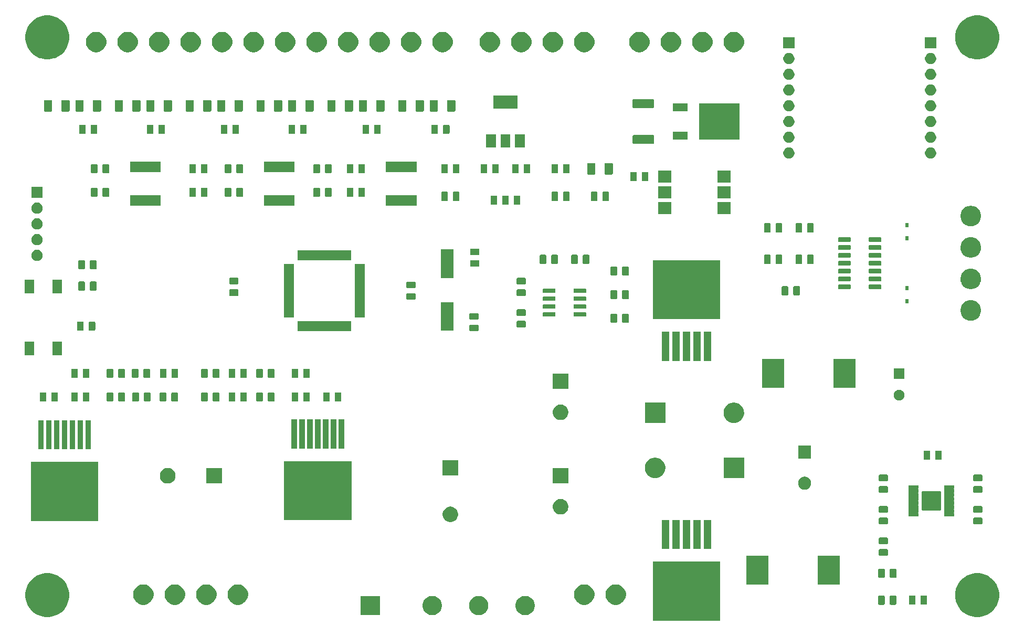
<source format=gbr>
G04 #@! TF.GenerationSoftware,KiCad,Pcbnew,(5.1.5)-3*
G04 #@! TF.CreationDate,2020-07-01T12:57:24+02:00*
G04 #@! TF.ProjectId,GarageDoorControl,47617261-6765-4446-9f6f-72436f6e7472,rev?*
G04 #@! TF.SameCoordinates,Original*
G04 #@! TF.FileFunction,Soldermask,Top*
G04 #@! TF.FilePolarity,Negative*
%FSLAX46Y46*%
G04 Gerber Fmt 4.6, Leading zero omitted, Abs format (unit mm)*
G04 Created by KiCad (PCBNEW (5.1.5)-3) date 2020-07-01 12:57:24*
%MOMM*%
%LPD*%
G04 APERTURE LIST*
%ADD10C,0.100000*%
G04 APERTURE END LIST*
D10*
G36*
X203571000Y-149096000D02*
G01*
X192669000Y-149096000D01*
X192669000Y-139594000D01*
X203571000Y-139594000D01*
X203571000Y-149096000D01*
G37*
G36*
X246035787Y-141585462D02*
G01*
X246035790Y-141585463D01*
X246035789Y-141585463D01*
X246682029Y-141853144D01*
X247263631Y-142241758D01*
X247758242Y-142736369D01*
X248146856Y-143317971D01*
X248336135Y-143774932D01*
X248414538Y-143964213D01*
X248551000Y-144650256D01*
X248551000Y-145349744D01*
X248414538Y-146035787D01*
X248414537Y-146035789D01*
X248146856Y-146682029D01*
X247758242Y-147263631D01*
X247263631Y-147758242D01*
X246682029Y-148146856D01*
X246466816Y-148236000D01*
X246035787Y-148414538D01*
X245349744Y-148551000D01*
X244650256Y-148551000D01*
X243964213Y-148414538D01*
X243533184Y-148236000D01*
X243317971Y-148146856D01*
X242736369Y-147758242D01*
X242241758Y-147263631D01*
X241853144Y-146682029D01*
X241585463Y-146035789D01*
X241585462Y-146035787D01*
X241449000Y-145349744D01*
X241449000Y-144650256D01*
X241585462Y-143964213D01*
X241663865Y-143774932D01*
X241853144Y-143317971D01*
X242241758Y-142736369D01*
X242736369Y-142241758D01*
X243317971Y-141853144D01*
X243964211Y-141585463D01*
X243964210Y-141585463D01*
X243964213Y-141585462D01*
X244650256Y-141449000D01*
X245349744Y-141449000D01*
X246035787Y-141585462D01*
G37*
G36*
X96035787Y-141585462D02*
G01*
X96035790Y-141585463D01*
X96035789Y-141585463D01*
X96682029Y-141853144D01*
X97263631Y-142241758D01*
X97758242Y-142736369D01*
X98146856Y-143317971D01*
X98336135Y-143774932D01*
X98414538Y-143964213D01*
X98551000Y-144650256D01*
X98551000Y-145349744D01*
X98414538Y-146035787D01*
X98414537Y-146035789D01*
X98146856Y-146682029D01*
X97758242Y-147263631D01*
X97263631Y-147758242D01*
X96682029Y-148146856D01*
X96466816Y-148236000D01*
X96035787Y-148414538D01*
X95349744Y-148551000D01*
X94650256Y-148551000D01*
X93964213Y-148414538D01*
X93533184Y-148236000D01*
X93317971Y-148146856D01*
X92736369Y-147758242D01*
X92241758Y-147263631D01*
X91853144Y-146682029D01*
X91585463Y-146035789D01*
X91585462Y-146035787D01*
X91449000Y-145349744D01*
X91449000Y-144650256D01*
X91585462Y-143964213D01*
X91663865Y-143774932D01*
X91853144Y-143317971D01*
X92241758Y-142736369D01*
X92736369Y-142241758D01*
X93317971Y-141853144D01*
X93964211Y-141585463D01*
X93964210Y-141585463D01*
X93964213Y-141585462D01*
X94650256Y-141449000D01*
X95349744Y-141449000D01*
X96035787Y-141585462D01*
G37*
G36*
X148636000Y-148236000D02*
G01*
X145534000Y-148236000D01*
X145534000Y-145134000D01*
X148636000Y-145134000D01*
X148636000Y-148236000D01*
G37*
G36*
X157387585Y-145163802D02*
G01*
X157537410Y-145193604D01*
X157819674Y-145310521D01*
X158073705Y-145480259D01*
X158289741Y-145696295D01*
X158459479Y-145950326D01*
X158576396Y-146232590D01*
X158576396Y-146232591D01*
X158635695Y-146530704D01*
X158636000Y-146532240D01*
X158636000Y-146837760D01*
X158576396Y-147137410D01*
X158459479Y-147419674D01*
X158289741Y-147673705D01*
X158073705Y-147889741D01*
X157819674Y-148059479D01*
X157537410Y-148176396D01*
X157387585Y-148206198D01*
X157237761Y-148236000D01*
X156932239Y-148236000D01*
X156782415Y-148206198D01*
X156632590Y-148176396D01*
X156350326Y-148059479D01*
X156096295Y-147889741D01*
X155880259Y-147673705D01*
X155710521Y-147419674D01*
X155593604Y-147137410D01*
X155534000Y-146837760D01*
X155534000Y-146532240D01*
X155534306Y-146530704D01*
X155593604Y-146232591D01*
X155593604Y-146232590D01*
X155710521Y-145950326D01*
X155880259Y-145696295D01*
X156096295Y-145480259D01*
X156350326Y-145310521D01*
X156632590Y-145193604D01*
X156782415Y-145163802D01*
X156932239Y-145134000D01*
X157237761Y-145134000D01*
X157387585Y-145163802D01*
G37*
G36*
X172387585Y-145163802D02*
G01*
X172537410Y-145193604D01*
X172819674Y-145310521D01*
X173073705Y-145480259D01*
X173289741Y-145696295D01*
X173459479Y-145950326D01*
X173576396Y-146232590D01*
X173576396Y-146232591D01*
X173635695Y-146530704D01*
X173636000Y-146532240D01*
X173636000Y-146837760D01*
X173576396Y-147137410D01*
X173459479Y-147419674D01*
X173289741Y-147673705D01*
X173073705Y-147889741D01*
X172819674Y-148059479D01*
X172537410Y-148176396D01*
X172387585Y-148206198D01*
X172237761Y-148236000D01*
X171932239Y-148236000D01*
X171782415Y-148206198D01*
X171632590Y-148176396D01*
X171350326Y-148059479D01*
X171096295Y-147889741D01*
X170880259Y-147673705D01*
X170710521Y-147419674D01*
X170593604Y-147137410D01*
X170534000Y-146837760D01*
X170534000Y-146532240D01*
X170534306Y-146530704D01*
X170593604Y-146232591D01*
X170593604Y-146232590D01*
X170710521Y-145950326D01*
X170880259Y-145696295D01*
X171096295Y-145480259D01*
X171350326Y-145310521D01*
X171632590Y-145193604D01*
X171782415Y-145163802D01*
X171932239Y-145134000D01*
X172237761Y-145134000D01*
X172387585Y-145163802D01*
G37*
G36*
X164887585Y-145163802D02*
G01*
X165037410Y-145193604D01*
X165319674Y-145310521D01*
X165573705Y-145480259D01*
X165789741Y-145696295D01*
X165959479Y-145950326D01*
X166076396Y-146232590D01*
X166076396Y-146232591D01*
X166135695Y-146530704D01*
X166136000Y-146532240D01*
X166136000Y-146837760D01*
X166076396Y-147137410D01*
X165959479Y-147419674D01*
X165789741Y-147673705D01*
X165573705Y-147889741D01*
X165319674Y-148059479D01*
X165037410Y-148176396D01*
X164887585Y-148206198D01*
X164737761Y-148236000D01*
X164432239Y-148236000D01*
X164282415Y-148206198D01*
X164132590Y-148176396D01*
X163850326Y-148059479D01*
X163596295Y-147889741D01*
X163380259Y-147673705D01*
X163210521Y-147419674D01*
X163093604Y-147137410D01*
X163034000Y-146837760D01*
X163034000Y-146532240D01*
X163034306Y-146530704D01*
X163093604Y-146232591D01*
X163093604Y-146232590D01*
X163210521Y-145950326D01*
X163380259Y-145696295D01*
X163596295Y-145480259D01*
X163850326Y-145310521D01*
X164132590Y-145193604D01*
X164282415Y-145163802D01*
X164432239Y-145134000D01*
X164737761Y-145134000D01*
X164887585Y-145163802D01*
G37*
G36*
X115945256Y-143298298D02*
G01*
X116051579Y-143319447D01*
X116352042Y-143443903D01*
X116622451Y-143624585D01*
X116852415Y-143854549D01*
X116852416Y-143854551D01*
X117033098Y-144124960D01*
X117157553Y-144425422D01*
X117221000Y-144744389D01*
X117221000Y-145069611D01*
X117183549Y-145257888D01*
X117157553Y-145388579D01*
X117033097Y-145689042D01*
X116852415Y-145959451D01*
X116622451Y-146189415D01*
X116352042Y-146370097D01*
X116352041Y-146370098D01*
X116352040Y-146370098D01*
X116264037Y-146406550D01*
X116051579Y-146494553D01*
X115965606Y-146511654D01*
X115732611Y-146558000D01*
X115407389Y-146558000D01*
X115174394Y-146511654D01*
X115088421Y-146494553D01*
X114875963Y-146406550D01*
X114787960Y-146370098D01*
X114787959Y-146370098D01*
X114787958Y-146370097D01*
X114517549Y-146189415D01*
X114287585Y-145959451D01*
X114106903Y-145689042D01*
X113982447Y-145388579D01*
X113956451Y-145257888D01*
X113919000Y-145069611D01*
X113919000Y-144744389D01*
X113982447Y-144425422D01*
X114106902Y-144124960D01*
X114287584Y-143854551D01*
X114287585Y-143854549D01*
X114517549Y-143624585D01*
X114787958Y-143443903D01*
X115088421Y-143319447D01*
X115194744Y-143298298D01*
X115407389Y-143256000D01*
X115732611Y-143256000D01*
X115945256Y-143298298D01*
G37*
G36*
X121025256Y-143298298D02*
G01*
X121131579Y-143319447D01*
X121432042Y-143443903D01*
X121702451Y-143624585D01*
X121932415Y-143854549D01*
X121932416Y-143854551D01*
X122113098Y-144124960D01*
X122237553Y-144425422D01*
X122301000Y-144744389D01*
X122301000Y-145069611D01*
X122263549Y-145257888D01*
X122237553Y-145388579D01*
X122113097Y-145689042D01*
X121932415Y-145959451D01*
X121702451Y-146189415D01*
X121432042Y-146370097D01*
X121432041Y-146370098D01*
X121432040Y-146370098D01*
X121344037Y-146406550D01*
X121131579Y-146494553D01*
X121045606Y-146511654D01*
X120812611Y-146558000D01*
X120487389Y-146558000D01*
X120254394Y-146511654D01*
X120168421Y-146494553D01*
X119955963Y-146406550D01*
X119867960Y-146370098D01*
X119867959Y-146370098D01*
X119867958Y-146370097D01*
X119597549Y-146189415D01*
X119367585Y-145959451D01*
X119186903Y-145689042D01*
X119062447Y-145388579D01*
X119036451Y-145257888D01*
X118999000Y-145069611D01*
X118999000Y-144744389D01*
X119062447Y-144425422D01*
X119186902Y-144124960D01*
X119367584Y-143854551D01*
X119367585Y-143854549D01*
X119597549Y-143624585D01*
X119867958Y-143443903D01*
X120168421Y-143319447D01*
X120274744Y-143298298D01*
X120487389Y-143256000D01*
X120812611Y-143256000D01*
X121025256Y-143298298D01*
G37*
G36*
X126105256Y-143298298D02*
G01*
X126211579Y-143319447D01*
X126512042Y-143443903D01*
X126782451Y-143624585D01*
X127012415Y-143854549D01*
X127012416Y-143854551D01*
X127193098Y-144124960D01*
X127317553Y-144425422D01*
X127381000Y-144744389D01*
X127381000Y-145069611D01*
X127343549Y-145257888D01*
X127317553Y-145388579D01*
X127193097Y-145689042D01*
X127012415Y-145959451D01*
X126782451Y-146189415D01*
X126512042Y-146370097D01*
X126512041Y-146370098D01*
X126512040Y-146370098D01*
X126424037Y-146406550D01*
X126211579Y-146494553D01*
X126125606Y-146511654D01*
X125892611Y-146558000D01*
X125567389Y-146558000D01*
X125334394Y-146511654D01*
X125248421Y-146494553D01*
X125035963Y-146406550D01*
X124947960Y-146370098D01*
X124947959Y-146370098D01*
X124947958Y-146370097D01*
X124677549Y-146189415D01*
X124447585Y-145959451D01*
X124266903Y-145689042D01*
X124142447Y-145388579D01*
X124116451Y-145257888D01*
X124079000Y-145069611D01*
X124079000Y-144744389D01*
X124142447Y-144425422D01*
X124266902Y-144124960D01*
X124447584Y-143854551D01*
X124447585Y-143854549D01*
X124677549Y-143624585D01*
X124947958Y-143443903D01*
X125248421Y-143319447D01*
X125354744Y-143298298D01*
X125567389Y-143256000D01*
X125892611Y-143256000D01*
X126105256Y-143298298D01*
G37*
G36*
X181985256Y-143298298D02*
G01*
X182091579Y-143319447D01*
X182392042Y-143443903D01*
X182662451Y-143624585D01*
X182892415Y-143854549D01*
X182892416Y-143854551D01*
X183073098Y-144124960D01*
X183197553Y-144425422D01*
X183261000Y-144744389D01*
X183261000Y-145069611D01*
X183223549Y-145257888D01*
X183197553Y-145388579D01*
X183073097Y-145689042D01*
X182892415Y-145959451D01*
X182662451Y-146189415D01*
X182392042Y-146370097D01*
X182392041Y-146370098D01*
X182392040Y-146370098D01*
X182304037Y-146406550D01*
X182091579Y-146494553D01*
X182005606Y-146511654D01*
X181772611Y-146558000D01*
X181447389Y-146558000D01*
X181214394Y-146511654D01*
X181128421Y-146494553D01*
X180915963Y-146406550D01*
X180827960Y-146370098D01*
X180827959Y-146370098D01*
X180827958Y-146370097D01*
X180557549Y-146189415D01*
X180327585Y-145959451D01*
X180146903Y-145689042D01*
X180022447Y-145388579D01*
X179996451Y-145257888D01*
X179959000Y-145069611D01*
X179959000Y-144744389D01*
X180022447Y-144425422D01*
X180146902Y-144124960D01*
X180327584Y-143854551D01*
X180327585Y-143854549D01*
X180557549Y-143624585D01*
X180827958Y-143443903D01*
X181128421Y-143319447D01*
X181234744Y-143298298D01*
X181447389Y-143256000D01*
X181772611Y-143256000D01*
X181985256Y-143298298D01*
G37*
G36*
X187065256Y-143298298D02*
G01*
X187171579Y-143319447D01*
X187472042Y-143443903D01*
X187742451Y-143624585D01*
X187972415Y-143854549D01*
X187972416Y-143854551D01*
X188153098Y-144124960D01*
X188277553Y-144425422D01*
X188341000Y-144744389D01*
X188341000Y-145069611D01*
X188303549Y-145257888D01*
X188277553Y-145388579D01*
X188153097Y-145689042D01*
X187972415Y-145959451D01*
X187742451Y-146189415D01*
X187472042Y-146370097D01*
X187472041Y-146370098D01*
X187472040Y-146370098D01*
X187384037Y-146406550D01*
X187171579Y-146494553D01*
X187085606Y-146511654D01*
X186852611Y-146558000D01*
X186527389Y-146558000D01*
X186294394Y-146511654D01*
X186208421Y-146494553D01*
X185995963Y-146406550D01*
X185907960Y-146370098D01*
X185907959Y-146370098D01*
X185907958Y-146370097D01*
X185637549Y-146189415D01*
X185407585Y-145959451D01*
X185226903Y-145689042D01*
X185102447Y-145388579D01*
X185076451Y-145257888D01*
X185039000Y-145069611D01*
X185039000Y-144744389D01*
X185102447Y-144425422D01*
X185226902Y-144124960D01*
X185407584Y-143854551D01*
X185407585Y-143854549D01*
X185637549Y-143624585D01*
X185907958Y-143443903D01*
X186208421Y-143319447D01*
X186314744Y-143298298D01*
X186527389Y-143256000D01*
X186852611Y-143256000D01*
X187065256Y-143298298D01*
G37*
G36*
X110865256Y-143298298D02*
G01*
X110971579Y-143319447D01*
X111272042Y-143443903D01*
X111542451Y-143624585D01*
X111772415Y-143854549D01*
X111772416Y-143854551D01*
X111953098Y-144124960D01*
X112077553Y-144425422D01*
X112141000Y-144744389D01*
X112141000Y-145069611D01*
X112103549Y-145257888D01*
X112077553Y-145388579D01*
X111953097Y-145689042D01*
X111772415Y-145959451D01*
X111542451Y-146189415D01*
X111272042Y-146370097D01*
X111272041Y-146370098D01*
X111272040Y-146370098D01*
X111184037Y-146406550D01*
X110971579Y-146494553D01*
X110885606Y-146511654D01*
X110652611Y-146558000D01*
X110327389Y-146558000D01*
X110094394Y-146511654D01*
X110008421Y-146494553D01*
X109795963Y-146406550D01*
X109707960Y-146370098D01*
X109707959Y-146370098D01*
X109707958Y-146370097D01*
X109437549Y-146189415D01*
X109207585Y-145959451D01*
X109026903Y-145689042D01*
X108902447Y-145388579D01*
X108876451Y-145257888D01*
X108839000Y-145069611D01*
X108839000Y-144744389D01*
X108902447Y-144425422D01*
X109026902Y-144124960D01*
X109207584Y-143854551D01*
X109207585Y-143854549D01*
X109437549Y-143624585D01*
X109707958Y-143443903D01*
X110008421Y-143319447D01*
X110114744Y-143298298D01*
X110327389Y-143256000D01*
X110652611Y-143256000D01*
X110865256Y-143298298D01*
G37*
G36*
X229923469Y-145058566D02*
G01*
X229962139Y-145070297D01*
X229997778Y-145089347D01*
X230029018Y-145114984D01*
X230054655Y-145146224D01*
X230073705Y-145181863D01*
X230085436Y-145220533D01*
X230090001Y-145266889D01*
X230090001Y-146343113D01*
X230085436Y-146389469D01*
X230073705Y-146428139D01*
X230054655Y-146463778D01*
X230029018Y-146495018D01*
X229997778Y-146520655D01*
X229962139Y-146539705D01*
X229923469Y-146551436D01*
X229877113Y-146556001D01*
X229225889Y-146556001D01*
X229179533Y-146551436D01*
X229140863Y-146539705D01*
X229105224Y-146520655D01*
X229073984Y-146495018D01*
X229048347Y-146463778D01*
X229029297Y-146428139D01*
X229017566Y-146389469D01*
X229013001Y-146343113D01*
X229013001Y-145266889D01*
X229017566Y-145220533D01*
X229029297Y-145181863D01*
X229048347Y-145146224D01*
X229073984Y-145114984D01*
X229105224Y-145089347D01*
X229140863Y-145070297D01*
X229179533Y-145058566D01*
X229225889Y-145054001D01*
X229877113Y-145054001D01*
X229923469Y-145058566D01*
G37*
G36*
X231798469Y-145058566D02*
G01*
X231837139Y-145070297D01*
X231872778Y-145089347D01*
X231904018Y-145114984D01*
X231929655Y-145146224D01*
X231948705Y-145181863D01*
X231960436Y-145220533D01*
X231965001Y-145266889D01*
X231965001Y-146343113D01*
X231960436Y-146389469D01*
X231948705Y-146428139D01*
X231929655Y-146463778D01*
X231904018Y-146495018D01*
X231872778Y-146520655D01*
X231837139Y-146539705D01*
X231798469Y-146551436D01*
X231752113Y-146556001D01*
X231100889Y-146556001D01*
X231054533Y-146551436D01*
X231015863Y-146539705D01*
X230980224Y-146520655D01*
X230948984Y-146495018D01*
X230923347Y-146463778D01*
X230904297Y-146428139D01*
X230892566Y-146389469D01*
X230888001Y-146343113D01*
X230888001Y-145266889D01*
X230892566Y-145220533D01*
X230904297Y-145181863D01*
X230923347Y-145146224D01*
X230948984Y-145114984D01*
X230980224Y-145089347D01*
X231015863Y-145070297D01*
X231054533Y-145058566D01*
X231100889Y-145054001D01*
X231752113Y-145054001D01*
X231798469Y-145058566D01*
G37*
G36*
X236767468Y-145049565D02*
G01*
X236806138Y-145061296D01*
X236841777Y-145080346D01*
X236873017Y-145105983D01*
X236898654Y-145137223D01*
X236917704Y-145172862D01*
X236929435Y-145211532D01*
X236934000Y-145257888D01*
X236934000Y-146334112D01*
X236929435Y-146380468D01*
X236917704Y-146419138D01*
X236898654Y-146454777D01*
X236873017Y-146486017D01*
X236841777Y-146511654D01*
X236806138Y-146530704D01*
X236767468Y-146542435D01*
X236721112Y-146547000D01*
X236069888Y-146547000D01*
X236023532Y-146542435D01*
X235984862Y-146530704D01*
X235949223Y-146511654D01*
X235917983Y-146486017D01*
X235892346Y-146454777D01*
X235873296Y-146419138D01*
X235861565Y-146380468D01*
X235857000Y-146334112D01*
X235857000Y-145257888D01*
X235861565Y-145211532D01*
X235873296Y-145172862D01*
X235892346Y-145137223D01*
X235917983Y-145105983D01*
X235949223Y-145080346D01*
X235984862Y-145061296D01*
X236023532Y-145049565D01*
X236069888Y-145045000D01*
X236721112Y-145045000D01*
X236767468Y-145049565D01*
G37*
G36*
X234892468Y-145049565D02*
G01*
X234931138Y-145061296D01*
X234966777Y-145080346D01*
X234998017Y-145105983D01*
X235023654Y-145137223D01*
X235042704Y-145172862D01*
X235054435Y-145211532D01*
X235059000Y-145257888D01*
X235059000Y-146334112D01*
X235054435Y-146380468D01*
X235042704Y-146419138D01*
X235023654Y-146454777D01*
X234998017Y-146486017D01*
X234966777Y-146511654D01*
X234931138Y-146530704D01*
X234892468Y-146542435D01*
X234846112Y-146547000D01*
X234194888Y-146547000D01*
X234148532Y-146542435D01*
X234109862Y-146530704D01*
X234074223Y-146511654D01*
X234042983Y-146486017D01*
X234017346Y-146454777D01*
X233998296Y-146419138D01*
X233986565Y-146380468D01*
X233982000Y-146334112D01*
X233982000Y-145257888D01*
X233986565Y-145211532D01*
X233998296Y-145172862D01*
X234017346Y-145137223D01*
X234042983Y-145105983D01*
X234074223Y-145080346D01*
X234109862Y-145061296D01*
X234148532Y-145049565D01*
X234194888Y-145045000D01*
X234846112Y-145045000D01*
X234892468Y-145049565D01*
G37*
G36*
X211351000Y-143321000D02*
G01*
X207749000Y-143321000D01*
X207749000Y-138619000D01*
X211351000Y-138619000D01*
X211351000Y-143321000D01*
G37*
G36*
X222851000Y-143321000D02*
G01*
X219249000Y-143321000D01*
X219249000Y-138619000D01*
X222851000Y-138619000D01*
X222851000Y-143321000D01*
G37*
G36*
X231814468Y-140731565D02*
G01*
X231853138Y-140743296D01*
X231888777Y-140762346D01*
X231920017Y-140787983D01*
X231945654Y-140819223D01*
X231964704Y-140854862D01*
X231976435Y-140893532D01*
X231981000Y-140939888D01*
X231981000Y-142016112D01*
X231976435Y-142062468D01*
X231964704Y-142101138D01*
X231945654Y-142136777D01*
X231920017Y-142168017D01*
X231888777Y-142193654D01*
X231853138Y-142212704D01*
X231814468Y-142224435D01*
X231768112Y-142229000D01*
X231116888Y-142229000D01*
X231070532Y-142224435D01*
X231031862Y-142212704D01*
X230996223Y-142193654D01*
X230964983Y-142168017D01*
X230939346Y-142136777D01*
X230920296Y-142101138D01*
X230908565Y-142062468D01*
X230904000Y-142016112D01*
X230904000Y-140939888D01*
X230908565Y-140893532D01*
X230920296Y-140854862D01*
X230939346Y-140819223D01*
X230964983Y-140787983D01*
X230996223Y-140762346D01*
X231031862Y-140743296D01*
X231070532Y-140731565D01*
X231116888Y-140727000D01*
X231768112Y-140727000D01*
X231814468Y-140731565D01*
G37*
G36*
X229939468Y-140731565D02*
G01*
X229978138Y-140743296D01*
X230013777Y-140762346D01*
X230045017Y-140787983D01*
X230070654Y-140819223D01*
X230089704Y-140854862D01*
X230101435Y-140893532D01*
X230106000Y-140939888D01*
X230106000Y-142016112D01*
X230101435Y-142062468D01*
X230089704Y-142101138D01*
X230070654Y-142136777D01*
X230045017Y-142168017D01*
X230013777Y-142193654D01*
X229978138Y-142212704D01*
X229939468Y-142224435D01*
X229893112Y-142229000D01*
X229241888Y-142229000D01*
X229195532Y-142224435D01*
X229156862Y-142212704D01*
X229121223Y-142193654D01*
X229089983Y-142168017D01*
X229064346Y-142136777D01*
X229045296Y-142101138D01*
X229033565Y-142062468D01*
X229029000Y-142016112D01*
X229029000Y-140939888D01*
X229033565Y-140893532D01*
X229045296Y-140854862D01*
X229064346Y-140819223D01*
X229089983Y-140787983D01*
X229121223Y-140762346D01*
X229156862Y-140743296D01*
X229195532Y-140731565D01*
X229241888Y-140727000D01*
X229893112Y-140727000D01*
X229939468Y-140731565D01*
G37*
G36*
X230454468Y-137563565D02*
G01*
X230493138Y-137575296D01*
X230528777Y-137594346D01*
X230560017Y-137619983D01*
X230585654Y-137651223D01*
X230604704Y-137686862D01*
X230616435Y-137725532D01*
X230621000Y-137771888D01*
X230621000Y-138423112D01*
X230616435Y-138469468D01*
X230604704Y-138508138D01*
X230585654Y-138543777D01*
X230560017Y-138575017D01*
X230528777Y-138600654D01*
X230493138Y-138619704D01*
X230454468Y-138631435D01*
X230408112Y-138636000D01*
X229331888Y-138636000D01*
X229285532Y-138631435D01*
X229246862Y-138619704D01*
X229211223Y-138600654D01*
X229179983Y-138575017D01*
X229154346Y-138543777D01*
X229135296Y-138508138D01*
X229123565Y-138469468D01*
X229119000Y-138423112D01*
X229119000Y-137771888D01*
X229123565Y-137725532D01*
X229135296Y-137686862D01*
X229154346Y-137651223D01*
X229179983Y-137619983D01*
X229211223Y-137594346D01*
X229246862Y-137575296D01*
X229285532Y-137563565D01*
X229331888Y-137559000D01*
X230408112Y-137559000D01*
X230454468Y-137563565D01*
G37*
G36*
X202121000Y-137546000D02*
G01*
X200919000Y-137546000D01*
X200919000Y-132844000D01*
X202121000Y-132844000D01*
X202121000Y-137546000D01*
G37*
G36*
X198721000Y-137546000D02*
G01*
X197519000Y-137546000D01*
X197519000Y-132844000D01*
X198721000Y-132844000D01*
X198721000Y-137546000D01*
G37*
G36*
X195321000Y-137546000D02*
G01*
X194119000Y-137546000D01*
X194119000Y-132844000D01*
X195321000Y-132844000D01*
X195321000Y-137546000D01*
G37*
G36*
X200421000Y-137546000D02*
G01*
X199219000Y-137546000D01*
X199219000Y-132844000D01*
X200421000Y-132844000D01*
X200421000Y-137546000D01*
G37*
G36*
X197021000Y-137546000D02*
G01*
X195819000Y-137546000D01*
X195819000Y-132844000D01*
X197021000Y-132844000D01*
X197021000Y-137546000D01*
G37*
G36*
X230454468Y-135688565D02*
G01*
X230493138Y-135700296D01*
X230528777Y-135719346D01*
X230560017Y-135744983D01*
X230585654Y-135776223D01*
X230604704Y-135811862D01*
X230616435Y-135850532D01*
X230621000Y-135896888D01*
X230621000Y-136548112D01*
X230616435Y-136594468D01*
X230604704Y-136633138D01*
X230585654Y-136668777D01*
X230560017Y-136700017D01*
X230528777Y-136725654D01*
X230493138Y-136744704D01*
X230454468Y-136756435D01*
X230408112Y-136761000D01*
X229331888Y-136761000D01*
X229285532Y-136756435D01*
X229246862Y-136744704D01*
X229211223Y-136725654D01*
X229179983Y-136700017D01*
X229154346Y-136668777D01*
X229135296Y-136633138D01*
X229123565Y-136594468D01*
X229119000Y-136548112D01*
X229119000Y-135896888D01*
X229123565Y-135850532D01*
X229135296Y-135811862D01*
X229154346Y-135776223D01*
X229179983Y-135744983D01*
X229211223Y-135719346D01*
X229246862Y-135700296D01*
X229285532Y-135688565D01*
X229331888Y-135684000D01*
X230408112Y-135684000D01*
X230454468Y-135688565D01*
G37*
G36*
X230454468Y-132483565D02*
G01*
X230493138Y-132495296D01*
X230528777Y-132514346D01*
X230560017Y-132539983D01*
X230585654Y-132571223D01*
X230604704Y-132606862D01*
X230616435Y-132645532D01*
X230621000Y-132691888D01*
X230621000Y-133343112D01*
X230616435Y-133389468D01*
X230604704Y-133428138D01*
X230585654Y-133463777D01*
X230560017Y-133495017D01*
X230528777Y-133520654D01*
X230493138Y-133539704D01*
X230454468Y-133551435D01*
X230408112Y-133556000D01*
X229331888Y-133556000D01*
X229285532Y-133551435D01*
X229246862Y-133539704D01*
X229211223Y-133520654D01*
X229179983Y-133495017D01*
X229154346Y-133463777D01*
X229135296Y-133428138D01*
X229123565Y-133389468D01*
X229119000Y-133343112D01*
X229119000Y-132691888D01*
X229123565Y-132645532D01*
X229135296Y-132606862D01*
X229154346Y-132571223D01*
X229179983Y-132539983D01*
X229211223Y-132514346D01*
X229246862Y-132495296D01*
X229285532Y-132483565D01*
X229331888Y-132479000D01*
X230408112Y-132479000D01*
X230454468Y-132483565D01*
G37*
G36*
X245694468Y-132483565D02*
G01*
X245733138Y-132495296D01*
X245768777Y-132514346D01*
X245800017Y-132539983D01*
X245825654Y-132571223D01*
X245844704Y-132606862D01*
X245856435Y-132645532D01*
X245861000Y-132691888D01*
X245861000Y-133343112D01*
X245856435Y-133389468D01*
X245844704Y-133428138D01*
X245825654Y-133463777D01*
X245800017Y-133495017D01*
X245768777Y-133520654D01*
X245733138Y-133539704D01*
X245694468Y-133551435D01*
X245648112Y-133556000D01*
X244571888Y-133556000D01*
X244525532Y-133551435D01*
X244486862Y-133539704D01*
X244451223Y-133520654D01*
X244419983Y-133495017D01*
X244394346Y-133463777D01*
X244375296Y-133428138D01*
X244363565Y-133389468D01*
X244359000Y-133343112D01*
X244359000Y-132691888D01*
X244363565Y-132645532D01*
X244375296Y-132606862D01*
X244394346Y-132571223D01*
X244419983Y-132539983D01*
X244451223Y-132514346D01*
X244486862Y-132495296D01*
X244525532Y-132483565D01*
X244571888Y-132479000D01*
X245648112Y-132479000D01*
X245694468Y-132483565D01*
G37*
G36*
X160384903Y-130757075D02*
G01*
X160612571Y-130851378D01*
X160817466Y-130988285D01*
X160991715Y-131162534D01*
X161128622Y-131367429D01*
X161128623Y-131367431D01*
X161222925Y-131595097D01*
X161271000Y-131836786D01*
X161271000Y-132083214D01*
X161233835Y-132270055D01*
X161222925Y-132324903D01*
X161128622Y-132552571D01*
X160991715Y-132757466D01*
X160817466Y-132931715D01*
X160612571Y-133068622D01*
X160612570Y-133068623D01*
X160612569Y-133068623D01*
X160384903Y-133162925D01*
X160143214Y-133211000D01*
X159896786Y-133211000D01*
X159655097Y-133162925D01*
X159427431Y-133068623D01*
X159427430Y-133068623D01*
X159427429Y-133068622D01*
X159222534Y-132931715D01*
X159048285Y-132757466D01*
X158911378Y-132552571D01*
X158817075Y-132324903D01*
X158806165Y-132270055D01*
X158769000Y-132083214D01*
X158769000Y-131836786D01*
X158817075Y-131595097D01*
X158911377Y-131367431D01*
X158911378Y-131367429D01*
X159048285Y-131162534D01*
X159222534Y-130988285D01*
X159427429Y-130851378D01*
X159655097Y-130757075D01*
X159896786Y-130709000D01*
X160143214Y-130709000D01*
X160384903Y-130757075D01*
G37*
G36*
X103241000Y-133021000D02*
G01*
X92339000Y-133021000D01*
X92339000Y-123519000D01*
X103241000Y-123519000D01*
X103241000Y-133021000D01*
G37*
G36*
X144116000Y-132906000D02*
G01*
X133214000Y-132906000D01*
X133214000Y-123404000D01*
X144116000Y-123404000D01*
X144116000Y-132906000D01*
G37*
G36*
X241255055Y-127271002D02*
G01*
X241266737Y-127274546D01*
X241277514Y-127280307D01*
X241286951Y-127288051D01*
X241294695Y-127297488D01*
X241300456Y-127308265D01*
X241304000Y-127319947D01*
X241305801Y-127338239D01*
X241305801Y-127701763D01*
X241304000Y-127720055D01*
X241300456Y-127731737D01*
X241294695Y-127742514D01*
X241283380Y-127756302D01*
X241273984Y-127765697D01*
X241260369Y-127786070D01*
X241250991Y-127808708D01*
X241246209Y-127832741D01*
X241246207Y-127857246D01*
X241250986Y-127881279D01*
X241260362Y-127903918D01*
X241273975Y-127924294D01*
X241283376Y-127933695D01*
X241294695Y-127947488D01*
X241300456Y-127958265D01*
X241304000Y-127969947D01*
X241305801Y-127988239D01*
X241305801Y-128351763D01*
X241304000Y-128370055D01*
X241300456Y-128381737D01*
X241294695Y-128392514D01*
X241283380Y-128406302D01*
X241273984Y-128415697D01*
X241260369Y-128436070D01*
X241250991Y-128458708D01*
X241246209Y-128482741D01*
X241246207Y-128507246D01*
X241250986Y-128531279D01*
X241260362Y-128553918D01*
X241273975Y-128574294D01*
X241283376Y-128583695D01*
X241294695Y-128597488D01*
X241300456Y-128608265D01*
X241304000Y-128619947D01*
X241305801Y-128638239D01*
X241305801Y-129001763D01*
X241304000Y-129020055D01*
X241300456Y-129031737D01*
X241294695Y-129042514D01*
X241283380Y-129056302D01*
X241273984Y-129065697D01*
X241260369Y-129086070D01*
X241250991Y-129108708D01*
X241246209Y-129132741D01*
X241246207Y-129157246D01*
X241250986Y-129181279D01*
X241260362Y-129203918D01*
X241273975Y-129224294D01*
X241283376Y-129233695D01*
X241294695Y-129247488D01*
X241300456Y-129258265D01*
X241304000Y-129269947D01*
X241305801Y-129288239D01*
X241305801Y-129651763D01*
X241304000Y-129670055D01*
X241300456Y-129681737D01*
X241294695Y-129692514D01*
X241283380Y-129706302D01*
X241273984Y-129715697D01*
X241260369Y-129736070D01*
X241250991Y-129758708D01*
X241246209Y-129782741D01*
X241246207Y-129807246D01*
X241250986Y-129831279D01*
X241260362Y-129853918D01*
X241273975Y-129874294D01*
X241283376Y-129883695D01*
X241294695Y-129897488D01*
X241300456Y-129908265D01*
X241304000Y-129919947D01*
X241305801Y-129938239D01*
X241305801Y-130301763D01*
X241304000Y-130320055D01*
X241300456Y-130331737D01*
X241294695Y-130342514D01*
X241283380Y-130356302D01*
X241273984Y-130365697D01*
X241260369Y-130386070D01*
X241250991Y-130408708D01*
X241246209Y-130432741D01*
X241246207Y-130457246D01*
X241250986Y-130481279D01*
X241260362Y-130503918D01*
X241273975Y-130524294D01*
X241283376Y-130533695D01*
X241294695Y-130547488D01*
X241300456Y-130558265D01*
X241304000Y-130569947D01*
X241305801Y-130588239D01*
X241305801Y-130951763D01*
X241304000Y-130970055D01*
X241300456Y-130981737D01*
X241294695Y-130992514D01*
X241283380Y-131006302D01*
X241273984Y-131015697D01*
X241260369Y-131036070D01*
X241250991Y-131058708D01*
X241246209Y-131082741D01*
X241246207Y-131107246D01*
X241250986Y-131131279D01*
X241260362Y-131153918D01*
X241273975Y-131174294D01*
X241283376Y-131183695D01*
X241294695Y-131197488D01*
X241300456Y-131208265D01*
X241304000Y-131219947D01*
X241305801Y-131238239D01*
X241305801Y-131601763D01*
X241304000Y-131620055D01*
X241300456Y-131631737D01*
X241294695Y-131642514D01*
X241283380Y-131656302D01*
X241273984Y-131665697D01*
X241260369Y-131686070D01*
X241250991Y-131708708D01*
X241246209Y-131732741D01*
X241246207Y-131757246D01*
X241250986Y-131781279D01*
X241260362Y-131803918D01*
X241273975Y-131824294D01*
X241283376Y-131833695D01*
X241294695Y-131847488D01*
X241300456Y-131858265D01*
X241304000Y-131869947D01*
X241305801Y-131888239D01*
X241305801Y-132251763D01*
X241304000Y-132270055D01*
X241300456Y-132281737D01*
X241294695Y-132292514D01*
X241286951Y-132301951D01*
X241277514Y-132309695D01*
X241266737Y-132315456D01*
X241255055Y-132319000D01*
X241236763Y-132320801D01*
X239723239Y-132320801D01*
X239704947Y-132319000D01*
X239693265Y-132315456D01*
X239682488Y-132309695D01*
X239673051Y-132301951D01*
X239665307Y-132292514D01*
X239659546Y-132281737D01*
X239656002Y-132270055D01*
X239654201Y-132251763D01*
X239654201Y-131888239D01*
X239656002Y-131869947D01*
X239659546Y-131858265D01*
X239665307Y-131847488D01*
X239676622Y-131833700D01*
X239686018Y-131824305D01*
X239699633Y-131803932D01*
X239709011Y-131781294D01*
X239713793Y-131757261D01*
X239713795Y-131732756D01*
X239709016Y-131708723D01*
X239699640Y-131686084D01*
X239686027Y-131665708D01*
X239676626Y-131656307D01*
X239665307Y-131642514D01*
X239659546Y-131631737D01*
X239656002Y-131620055D01*
X239654201Y-131601763D01*
X239654201Y-131238239D01*
X239656002Y-131219947D01*
X239659546Y-131208265D01*
X239665307Y-131197488D01*
X239676622Y-131183700D01*
X239686018Y-131174305D01*
X239699633Y-131153932D01*
X239709011Y-131131294D01*
X239713793Y-131107261D01*
X239713795Y-131082756D01*
X239709016Y-131058723D01*
X239699640Y-131036084D01*
X239686027Y-131015708D01*
X239676626Y-131006307D01*
X239665307Y-130992514D01*
X239659546Y-130981737D01*
X239656002Y-130970055D01*
X239654201Y-130951763D01*
X239654201Y-130588239D01*
X239656002Y-130569947D01*
X239659546Y-130558265D01*
X239665307Y-130547488D01*
X239676622Y-130533700D01*
X239686018Y-130524305D01*
X239699633Y-130503932D01*
X239709011Y-130481294D01*
X239713793Y-130457261D01*
X239713795Y-130432756D01*
X239709016Y-130408723D01*
X239699640Y-130386084D01*
X239686027Y-130365708D01*
X239676626Y-130356307D01*
X239665307Y-130342514D01*
X239659546Y-130331737D01*
X239656002Y-130320055D01*
X239654201Y-130301763D01*
X239654201Y-129938239D01*
X239656002Y-129919947D01*
X239659546Y-129908265D01*
X239665307Y-129897488D01*
X239676622Y-129883700D01*
X239686018Y-129874305D01*
X239699633Y-129853932D01*
X239709011Y-129831294D01*
X239713793Y-129807261D01*
X239713795Y-129782756D01*
X239709016Y-129758723D01*
X239699640Y-129736084D01*
X239686027Y-129715708D01*
X239676626Y-129706307D01*
X239665307Y-129692514D01*
X239659546Y-129681737D01*
X239656002Y-129670055D01*
X239654201Y-129651763D01*
X239654201Y-129288239D01*
X239656002Y-129269947D01*
X239659546Y-129258265D01*
X239665307Y-129247488D01*
X239676622Y-129233700D01*
X239686018Y-129224305D01*
X239699633Y-129203932D01*
X239709011Y-129181294D01*
X239713793Y-129157261D01*
X239713795Y-129132756D01*
X239709016Y-129108723D01*
X239699640Y-129086084D01*
X239686027Y-129065708D01*
X239676626Y-129056307D01*
X239665307Y-129042514D01*
X239659546Y-129031737D01*
X239656002Y-129020055D01*
X239654201Y-129001763D01*
X239654201Y-128638239D01*
X239656002Y-128619947D01*
X239659546Y-128608265D01*
X239665307Y-128597488D01*
X239676622Y-128583700D01*
X239686018Y-128574305D01*
X239699633Y-128553932D01*
X239709011Y-128531294D01*
X239713793Y-128507261D01*
X239713795Y-128482756D01*
X239709016Y-128458723D01*
X239699640Y-128436084D01*
X239686027Y-128415708D01*
X239676626Y-128406307D01*
X239665307Y-128392514D01*
X239659546Y-128381737D01*
X239656002Y-128370055D01*
X239654201Y-128351763D01*
X239654201Y-127988239D01*
X239656002Y-127969947D01*
X239659546Y-127958265D01*
X239665307Y-127947488D01*
X239676622Y-127933700D01*
X239686018Y-127924305D01*
X239699633Y-127903932D01*
X239709011Y-127881294D01*
X239713793Y-127857261D01*
X239713795Y-127832756D01*
X239709016Y-127808723D01*
X239699640Y-127786084D01*
X239686027Y-127765708D01*
X239676626Y-127756307D01*
X239665307Y-127742514D01*
X239659546Y-127731737D01*
X239656002Y-127720055D01*
X239654201Y-127701763D01*
X239654201Y-127338239D01*
X239656002Y-127319947D01*
X239659546Y-127308265D01*
X239665307Y-127297488D01*
X239673051Y-127288051D01*
X239682488Y-127280307D01*
X239693265Y-127274546D01*
X239704947Y-127271002D01*
X239723239Y-127269201D01*
X241236763Y-127269201D01*
X241255055Y-127271002D01*
G37*
G36*
X235505055Y-127271002D02*
G01*
X235516737Y-127274546D01*
X235527514Y-127280307D01*
X235536951Y-127288051D01*
X235544695Y-127297488D01*
X235550456Y-127308265D01*
X235554000Y-127319947D01*
X235555801Y-127338239D01*
X235555801Y-127701763D01*
X235554000Y-127720055D01*
X235550456Y-127731737D01*
X235544695Y-127742514D01*
X235533380Y-127756302D01*
X235523984Y-127765697D01*
X235510369Y-127786070D01*
X235500991Y-127808708D01*
X235496209Y-127832741D01*
X235496207Y-127857246D01*
X235500986Y-127881279D01*
X235510362Y-127903918D01*
X235523975Y-127924294D01*
X235533376Y-127933695D01*
X235544695Y-127947488D01*
X235550456Y-127958265D01*
X235554000Y-127969947D01*
X235555801Y-127988239D01*
X235555801Y-128351763D01*
X235554000Y-128370055D01*
X235550456Y-128381737D01*
X235544695Y-128392514D01*
X235533380Y-128406302D01*
X235523984Y-128415697D01*
X235510369Y-128436070D01*
X235500991Y-128458708D01*
X235496209Y-128482741D01*
X235496207Y-128507246D01*
X235500986Y-128531279D01*
X235510362Y-128553918D01*
X235523975Y-128574294D01*
X235533376Y-128583695D01*
X235544695Y-128597488D01*
X235550456Y-128608265D01*
X235554000Y-128619947D01*
X235555801Y-128638239D01*
X235555801Y-129001763D01*
X235554000Y-129020055D01*
X235550456Y-129031737D01*
X235544695Y-129042514D01*
X235533380Y-129056302D01*
X235523984Y-129065697D01*
X235510369Y-129086070D01*
X235500991Y-129108708D01*
X235496209Y-129132741D01*
X235496207Y-129157246D01*
X235500986Y-129181279D01*
X235510362Y-129203918D01*
X235523975Y-129224294D01*
X235533376Y-129233695D01*
X235544695Y-129247488D01*
X235550456Y-129258265D01*
X235554000Y-129269947D01*
X235555801Y-129288239D01*
X235555801Y-129651763D01*
X235554000Y-129670055D01*
X235550456Y-129681737D01*
X235544695Y-129692514D01*
X235533380Y-129706302D01*
X235523984Y-129715697D01*
X235510369Y-129736070D01*
X235500991Y-129758708D01*
X235496209Y-129782741D01*
X235496207Y-129807246D01*
X235500986Y-129831279D01*
X235510362Y-129853918D01*
X235523975Y-129874294D01*
X235533376Y-129883695D01*
X235544695Y-129897488D01*
X235550456Y-129908265D01*
X235554000Y-129919947D01*
X235555801Y-129938239D01*
X235555801Y-130301763D01*
X235554000Y-130320055D01*
X235550456Y-130331737D01*
X235544695Y-130342514D01*
X235533380Y-130356302D01*
X235523984Y-130365697D01*
X235510369Y-130386070D01*
X235500991Y-130408708D01*
X235496209Y-130432741D01*
X235496207Y-130457246D01*
X235500986Y-130481279D01*
X235510362Y-130503918D01*
X235523975Y-130524294D01*
X235533376Y-130533695D01*
X235544695Y-130547488D01*
X235550456Y-130558265D01*
X235554000Y-130569947D01*
X235555801Y-130588239D01*
X235555801Y-130951763D01*
X235554000Y-130970055D01*
X235550456Y-130981737D01*
X235544695Y-130992514D01*
X235533380Y-131006302D01*
X235523984Y-131015697D01*
X235510369Y-131036070D01*
X235500991Y-131058708D01*
X235496209Y-131082741D01*
X235496207Y-131107246D01*
X235500986Y-131131279D01*
X235510362Y-131153918D01*
X235523975Y-131174294D01*
X235533376Y-131183695D01*
X235544695Y-131197488D01*
X235550456Y-131208265D01*
X235554000Y-131219947D01*
X235555801Y-131238239D01*
X235555801Y-131601763D01*
X235554000Y-131620055D01*
X235550456Y-131631737D01*
X235544695Y-131642514D01*
X235533380Y-131656302D01*
X235523984Y-131665697D01*
X235510369Y-131686070D01*
X235500991Y-131708708D01*
X235496209Y-131732741D01*
X235496207Y-131757246D01*
X235500986Y-131781279D01*
X235510362Y-131803918D01*
X235523975Y-131824294D01*
X235533376Y-131833695D01*
X235544695Y-131847488D01*
X235550456Y-131858265D01*
X235554000Y-131869947D01*
X235555801Y-131888239D01*
X235555801Y-132251763D01*
X235554000Y-132270055D01*
X235550456Y-132281737D01*
X235544695Y-132292514D01*
X235536951Y-132301951D01*
X235527514Y-132309695D01*
X235516737Y-132315456D01*
X235505055Y-132319000D01*
X235486763Y-132320801D01*
X233973239Y-132320801D01*
X233954947Y-132319000D01*
X233943265Y-132315456D01*
X233932488Y-132309695D01*
X233923051Y-132301951D01*
X233915307Y-132292514D01*
X233909546Y-132281737D01*
X233906002Y-132270055D01*
X233904201Y-132251763D01*
X233904201Y-131888239D01*
X233906002Y-131869947D01*
X233909546Y-131858265D01*
X233915307Y-131847488D01*
X233926622Y-131833700D01*
X233936018Y-131824305D01*
X233949633Y-131803932D01*
X233959011Y-131781294D01*
X233963793Y-131757261D01*
X233963795Y-131732756D01*
X233959016Y-131708723D01*
X233949640Y-131686084D01*
X233936027Y-131665708D01*
X233926626Y-131656307D01*
X233915307Y-131642514D01*
X233909546Y-131631737D01*
X233906002Y-131620055D01*
X233904201Y-131601763D01*
X233904201Y-131238239D01*
X233906002Y-131219947D01*
X233909546Y-131208265D01*
X233915307Y-131197488D01*
X233926622Y-131183700D01*
X233936018Y-131174305D01*
X233949633Y-131153932D01*
X233959011Y-131131294D01*
X233963793Y-131107261D01*
X233963795Y-131082756D01*
X233959016Y-131058723D01*
X233949640Y-131036084D01*
X233936027Y-131015708D01*
X233926626Y-131006307D01*
X233915307Y-130992514D01*
X233909546Y-130981737D01*
X233906002Y-130970055D01*
X233904201Y-130951763D01*
X233904201Y-130588239D01*
X233906002Y-130569947D01*
X233909546Y-130558265D01*
X233915307Y-130547488D01*
X233926622Y-130533700D01*
X233936018Y-130524305D01*
X233949633Y-130503932D01*
X233959011Y-130481294D01*
X233963793Y-130457261D01*
X233963795Y-130432756D01*
X233959016Y-130408723D01*
X233949640Y-130386084D01*
X233936027Y-130365708D01*
X233926626Y-130356307D01*
X233915307Y-130342514D01*
X233909546Y-130331737D01*
X233906002Y-130320055D01*
X233904201Y-130301763D01*
X233904201Y-129938239D01*
X233906002Y-129919947D01*
X233909546Y-129908265D01*
X233915307Y-129897488D01*
X233926622Y-129883700D01*
X233936018Y-129874305D01*
X233949633Y-129853932D01*
X233959011Y-129831294D01*
X233963793Y-129807261D01*
X233963795Y-129782756D01*
X233959016Y-129758723D01*
X233949640Y-129736084D01*
X233936027Y-129715708D01*
X233926626Y-129706307D01*
X233915307Y-129692514D01*
X233909546Y-129681737D01*
X233906002Y-129670055D01*
X233904201Y-129651763D01*
X233904201Y-129288239D01*
X233906002Y-129269947D01*
X233909546Y-129258265D01*
X233915307Y-129247488D01*
X233926622Y-129233700D01*
X233936018Y-129224305D01*
X233949633Y-129203932D01*
X233959011Y-129181294D01*
X233963793Y-129157261D01*
X233963795Y-129132756D01*
X233959016Y-129108723D01*
X233949640Y-129086084D01*
X233936027Y-129065708D01*
X233926626Y-129056307D01*
X233915307Y-129042514D01*
X233909546Y-129031737D01*
X233906002Y-129020055D01*
X233904201Y-129001763D01*
X233904201Y-128638239D01*
X233906002Y-128619947D01*
X233909546Y-128608265D01*
X233915307Y-128597488D01*
X233926622Y-128583700D01*
X233936018Y-128574305D01*
X233949633Y-128553932D01*
X233959011Y-128531294D01*
X233963793Y-128507261D01*
X233963795Y-128482756D01*
X233959016Y-128458723D01*
X233949640Y-128436084D01*
X233936027Y-128415708D01*
X233926626Y-128406307D01*
X233915307Y-128392514D01*
X233909546Y-128381737D01*
X233906002Y-128370055D01*
X233904201Y-128351763D01*
X233904201Y-127988239D01*
X233906002Y-127969947D01*
X233909546Y-127958265D01*
X233915307Y-127947488D01*
X233926622Y-127933700D01*
X233936018Y-127924305D01*
X233949633Y-127903932D01*
X233959011Y-127881294D01*
X233963793Y-127857261D01*
X233963795Y-127832756D01*
X233959016Y-127808723D01*
X233949640Y-127786084D01*
X233936027Y-127765708D01*
X233926626Y-127756307D01*
X233915307Y-127742514D01*
X233909546Y-127731737D01*
X233906002Y-127720055D01*
X233904201Y-127701763D01*
X233904201Y-127338239D01*
X233906002Y-127319947D01*
X233909546Y-127308265D01*
X233915307Y-127297488D01*
X233923051Y-127288051D01*
X233932488Y-127280307D01*
X233943265Y-127274546D01*
X233954947Y-127271002D01*
X233973239Y-127269201D01*
X235486763Y-127269201D01*
X235505055Y-127271002D01*
G37*
G36*
X178164903Y-129527075D02*
G01*
X178388919Y-129619865D01*
X178392571Y-129621378D01*
X178597466Y-129758285D01*
X178771715Y-129932534D01*
X178813187Y-129994601D01*
X178908623Y-130137431D01*
X179002925Y-130365097D01*
X179051000Y-130606786D01*
X179051000Y-130853214D01*
X179002925Y-131094903D01*
X178943554Y-131238239D01*
X178908622Y-131322571D01*
X178771715Y-131527466D01*
X178597466Y-131701715D01*
X178392571Y-131838622D01*
X178392570Y-131838623D01*
X178392569Y-131838623D01*
X178164903Y-131932925D01*
X177923214Y-131981000D01*
X177676786Y-131981000D01*
X177435097Y-131932925D01*
X177207431Y-131838623D01*
X177207430Y-131838623D01*
X177207429Y-131838622D01*
X177002534Y-131701715D01*
X176828285Y-131527466D01*
X176691378Y-131322571D01*
X176656447Y-131238239D01*
X176597075Y-131094903D01*
X176549000Y-130853214D01*
X176549000Y-130606786D01*
X176597075Y-130365097D01*
X176691377Y-130137431D01*
X176786813Y-129994601D01*
X176828285Y-129932534D01*
X177002534Y-129758285D01*
X177207429Y-129621378D01*
X177211082Y-129619865D01*
X177435097Y-129527075D01*
X177676786Y-129479000D01*
X177923214Y-129479000D01*
X178164903Y-129527075D01*
G37*
G36*
X230454468Y-130608565D02*
G01*
X230493138Y-130620296D01*
X230528777Y-130639346D01*
X230560017Y-130664983D01*
X230585654Y-130696223D01*
X230604704Y-130731862D01*
X230616435Y-130770532D01*
X230621000Y-130816888D01*
X230621000Y-131468112D01*
X230616435Y-131514468D01*
X230604704Y-131553138D01*
X230585654Y-131588777D01*
X230560017Y-131620017D01*
X230528777Y-131645654D01*
X230493138Y-131664704D01*
X230454468Y-131676435D01*
X230408112Y-131681000D01*
X229331888Y-131681000D01*
X229285532Y-131676435D01*
X229246862Y-131664704D01*
X229211223Y-131645654D01*
X229179983Y-131620017D01*
X229154346Y-131588777D01*
X229135296Y-131553138D01*
X229123565Y-131514468D01*
X229119000Y-131468112D01*
X229119000Y-130816888D01*
X229123565Y-130770532D01*
X229135296Y-130731862D01*
X229154346Y-130696223D01*
X229179983Y-130664983D01*
X229211223Y-130639346D01*
X229246862Y-130620296D01*
X229285532Y-130608565D01*
X229331888Y-130604000D01*
X230408112Y-130604000D01*
X230454468Y-130608565D01*
G37*
G36*
X245694468Y-130608565D02*
G01*
X245733138Y-130620296D01*
X245768777Y-130639346D01*
X245800017Y-130664983D01*
X245825654Y-130696223D01*
X245844704Y-130731862D01*
X245856435Y-130770532D01*
X245861000Y-130816888D01*
X245861000Y-131468112D01*
X245856435Y-131514468D01*
X245844704Y-131553138D01*
X245825654Y-131588777D01*
X245800017Y-131620017D01*
X245768777Y-131645654D01*
X245733138Y-131664704D01*
X245694468Y-131676435D01*
X245648112Y-131681000D01*
X244571888Y-131681000D01*
X244525532Y-131676435D01*
X244486862Y-131664704D01*
X244451223Y-131645654D01*
X244419983Y-131620017D01*
X244394346Y-131588777D01*
X244375296Y-131553138D01*
X244363565Y-131514468D01*
X244359000Y-131468112D01*
X244359000Y-130816888D01*
X244363565Y-130770532D01*
X244375296Y-130731862D01*
X244394346Y-130696223D01*
X244419983Y-130664983D01*
X244451223Y-130639346D01*
X244486862Y-130620296D01*
X244525532Y-130608565D01*
X244571888Y-130604000D01*
X245648112Y-130604000D01*
X245694468Y-130608565D01*
G37*
G36*
X239031486Y-128247759D02*
G01*
X239060321Y-128256506D01*
X239086889Y-128270707D01*
X239110181Y-128289821D01*
X239129295Y-128313113D01*
X239143496Y-128339681D01*
X239152243Y-128368516D01*
X239155801Y-128404641D01*
X239155801Y-131185361D01*
X239152243Y-131221486D01*
X239143496Y-131250321D01*
X239129295Y-131276889D01*
X239110181Y-131300181D01*
X239086889Y-131319295D01*
X239060321Y-131333496D01*
X239031486Y-131342243D01*
X238995361Y-131345801D01*
X236214641Y-131345801D01*
X236178516Y-131342243D01*
X236149681Y-131333496D01*
X236123113Y-131319295D01*
X236099821Y-131300181D01*
X236080707Y-131276889D01*
X236066506Y-131250321D01*
X236057759Y-131221486D01*
X236054201Y-131185361D01*
X236054201Y-128404641D01*
X236057759Y-128368516D01*
X236066506Y-128339681D01*
X236080707Y-128313113D01*
X236099821Y-128289821D01*
X236123113Y-128270707D01*
X236149681Y-128256506D01*
X236178516Y-128247759D01*
X236214641Y-128244201D01*
X238995361Y-128244201D01*
X239031486Y-128247759D01*
G37*
G36*
X230454468Y-127403565D02*
G01*
X230493138Y-127415296D01*
X230528777Y-127434346D01*
X230560017Y-127459983D01*
X230585654Y-127491223D01*
X230604704Y-127526862D01*
X230616435Y-127565532D01*
X230621000Y-127611888D01*
X230621000Y-128263112D01*
X230616435Y-128309468D01*
X230604704Y-128348138D01*
X230585654Y-128383777D01*
X230560017Y-128415017D01*
X230528777Y-128440654D01*
X230493138Y-128459704D01*
X230454468Y-128471435D01*
X230408112Y-128476000D01*
X229331888Y-128476000D01*
X229285532Y-128471435D01*
X229246862Y-128459704D01*
X229211223Y-128440654D01*
X229179983Y-128415017D01*
X229154346Y-128383777D01*
X229135296Y-128348138D01*
X229123565Y-128309468D01*
X229119000Y-128263112D01*
X229119000Y-127611888D01*
X229123565Y-127565532D01*
X229135296Y-127526862D01*
X229154346Y-127491223D01*
X229179983Y-127459983D01*
X229211223Y-127434346D01*
X229246862Y-127415296D01*
X229285532Y-127403565D01*
X229331888Y-127399000D01*
X230408112Y-127399000D01*
X230454468Y-127403565D01*
G37*
G36*
X245694468Y-127403565D02*
G01*
X245733138Y-127415296D01*
X245768777Y-127434346D01*
X245800017Y-127459983D01*
X245825654Y-127491223D01*
X245844704Y-127526862D01*
X245856435Y-127565532D01*
X245861000Y-127611888D01*
X245861000Y-128263112D01*
X245856435Y-128309468D01*
X245844704Y-128348138D01*
X245825654Y-128383777D01*
X245800017Y-128415017D01*
X245768777Y-128440654D01*
X245733138Y-128459704D01*
X245694468Y-128471435D01*
X245648112Y-128476000D01*
X244571888Y-128476000D01*
X244525532Y-128471435D01*
X244486862Y-128459704D01*
X244451223Y-128440654D01*
X244419983Y-128415017D01*
X244394346Y-128383777D01*
X244375296Y-128348138D01*
X244363565Y-128309468D01*
X244359000Y-128263112D01*
X244359000Y-127611888D01*
X244363565Y-127565532D01*
X244375296Y-127526862D01*
X244394346Y-127491223D01*
X244419983Y-127459983D01*
X244451223Y-127434346D01*
X244486862Y-127415296D01*
X244525532Y-127403565D01*
X244571888Y-127399000D01*
X245648112Y-127399000D01*
X245694468Y-127403565D01*
G37*
G36*
X217476564Y-125909389D02*
G01*
X217667833Y-125988615D01*
X217667835Y-125988616D01*
X217839973Y-126103635D01*
X217986365Y-126250027D01*
X218076069Y-126384278D01*
X218101385Y-126422167D01*
X218180611Y-126613436D01*
X218221000Y-126816484D01*
X218221000Y-127023516D01*
X218180611Y-127226564D01*
X218121141Y-127370137D01*
X218101384Y-127417835D01*
X217986365Y-127589973D01*
X217839973Y-127736365D01*
X217667835Y-127851384D01*
X217667834Y-127851385D01*
X217667833Y-127851385D01*
X217476564Y-127930611D01*
X217273516Y-127971000D01*
X217066484Y-127971000D01*
X216863436Y-127930611D01*
X216672167Y-127851385D01*
X216672166Y-127851385D01*
X216672165Y-127851384D01*
X216500027Y-127736365D01*
X216353635Y-127589973D01*
X216238616Y-127417835D01*
X216218859Y-127370137D01*
X216159389Y-127226564D01*
X216119000Y-127023516D01*
X216119000Y-126816484D01*
X216159389Y-126613436D01*
X216238615Y-126422167D01*
X216263932Y-126384278D01*
X216353635Y-126250027D01*
X216500027Y-126103635D01*
X216672165Y-125988616D01*
X216672167Y-125988615D01*
X216863436Y-125909389D01*
X217066484Y-125869000D01*
X217273516Y-125869000D01*
X217476564Y-125909389D01*
G37*
G36*
X179051000Y-126981000D02*
G01*
X176549000Y-126981000D01*
X176549000Y-124479000D01*
X179051000Y-124479000D01*
X179051000Y-126981000D01*
G37*
G36*
X123171000Y-126981000D02*
G01*
X120669000Y-126981000D01*
X120669000Y-124479000D01*
X123171000Y-124479000D01*
X123171000Y-126981000D01*
G37*
G36*
X114784903Y-124527075D02*
G01*
X115012571Y-124621378D01*
X115217466Y-124758285D01*
X115391715Y-124932534D01*
X115528622Y-125137429D01*
X115528623Y-125137431D01*
X115622925Y-125365097D01*
X115671000Y-125606786D01*
X115671000Y-125853214D01*
X115622925Y-126094903D01*
X115528622Y-126322571D01*
X115391715Y-126527466D01*
X115217466Y-126701715D01*
X115012571Y-126838622D01*
X115012570Y-126838623D01*
X115012569Y-126838623D01*
X114784903Y-126932925D01*
X114543214Y-126981000D01*
X114296786Y-126981000D01*
X114055097Y-126932925D01*
X113827431Y-126838623D01*
X113827430Y-126838623D01*
X113827429Y-126838622D01*
X113622534Y-126701715D01*
X113448285Y-126527466D01*
X113311378Y-126322571D01*
X113217075Y-126094903D01*
X113169000Y-125853214D01*
X113169000Y-125606786D01*
X113217075Y-125365097D01*
X113311377Y-125137431D01*
X113311378Y-125137429D01*
X113448285Y-124932534D01*
X113622534Y-124758285D01*
X113827429Y-124621378D01*
X114055097Y-124527075D01*
X114296786Y-124479000D01*
X114543214Y-124479000D01*
X114784903Y-124527075D01*
G37*
G36*
X245694468Y-125528565D02*
G01*
X245733138Y-125540296D01*
X245768777Y-125559346D01*
X245800017Y-125584983D01*
X245825654Y-125616223D01*
X245844704Y-125651862D01*
X245856435Y-125690532D01*
X245861000Y-125736888D01*
X245861000Y-126388112D01*
X245856435Y-126434468D01*
X245844704Y-126473138D01*
X245825654Y-126508777D01*
X245800017Y-126540017D01*
X245768777Y-126565654D01*
X245733138Y-126584704D01*
X245694468Y-126596435D01*
X245648112Y-126601000D01*
X244571888Y-126601000D01*
X244525532Y-126596435D01*
X244486862Y-126584704D01*
X244451223Y-126565654D01*
X244419983Y-126540017D01*
X244394346Y-126508777D01*
X244375296Y-126473138D01*
X244363565Y-126434468D01*
X244359000Y-126388112D01*
X244359000Y-125736888D01*
X244363565Y-125690532D01*
X244375296Y-125651862D01*
X244394346Y-125616223D01*
X244419983Y-125584983D01*
X244451223Y-125559346D01*
X244486862Y-125540296D01*
X244525532Y-125528565D01*
X244571888Y-125524000D01*
X245648112Y-125524000D01*
X245694468Y-125528565D01*
G37*
G36*
X230454468Y-125528565D02*
G01*
X230493138Y-125540296D01*
X230528777Y-125559346D01*
X230560017Y-125584983D01*
X230585654Y-125616223D01*
X230604704Y-125651862D01*
X230616435Y-125690532D01*
X230621000Y-125736888D01*
X230621000Y-126388112D01*
X230616435Y-126434468D01*
X230604704Y-126473138D01*
X230585654Y-126508777D01*
X230560017Y-126540017D01*
X230528777Y-126565654D01*
X230493138Y-126584704D01*
X230454468Y-126596435D01*
X230408112Y-126601000D01*
X229331888Y-126601000D01*
X229285532Y-126596435D01*
X229246862Y-126584704D01*
X229211223Y-126565654D01*
X229179983Y-126540017D01*
X229154346Y-126508777D01*
X229135296Y-126473138D01*
X229123565Y-126434468D01*
X229119000Y-126388112D01*
X229119000Y-125736888D01*
X229123565Y-125690532D01*
X229135296Y-125651862D01*
X229154346Y-125616223D01*
X229179983Y-125584983D01*
X229211223Y-125559346D01*
X229246862Y-125540296D01*
X229285532Y-125528565D01*
X229331888Y-125524000D01*
X230408112Y-125524000D01*
X230454468Y-125528565D01*
G37*
G36*
X193415256Y-122851298D02*
G01*
X193521579Y-122872447D01*
X193822042Y-122996903D01*
X194092451Y-123177585D01*
X194322415Y-123407549D01*
X194322416Y-123407551D01*
X194503098Y-123677960D01*
X194627553Y-123978422D01*
X194691000Y-124297389D01*
X194691000Y-124622611D01*
X194648702Y-124835256D01*
X194627553Y-124941579D01*
X194503097Y-125242042D01*
X194322415Y-125512451D01*
X194092451Y-125742415D01*
X193822042Y-125923097D01*
X193521579Y-126047553D01*
X193415256Y-126068702D01*
X193202611Y-126111000D01*
X192877389Y-126111000D01*
X192664744Y-126068702D01*
X192558421Y-126047553D01*
X192257958Y-125923097D01*
X191987549Y-125742415D01*
X191757585Y-125512451D01*
X191576903Y-125242042D01*
X191452447Y-124941579D01*
X191431298Y-124835256D01*
X191389000Y-124622611D01*
X191389000Y-124297389D01*
X191452447Y-123978422D01*
X191576902Y-123677960D01*
X191757584Y-123407551D01*
X191757585Y-123407549D01*
X191987549Y-123177585D01*
X192257958Y-122996903D01*
X192558421Y-122872447D01*
X192664744Y-122851298D01*
X192877389Y-122809000D01*
X193202611Y-122809000D01*
X193415256Y-122851298D01*
G37*
G36*
X207391000Y-126111000D02*
G01*
X204089000Y-126111000D01*
X204089000Y-122809000D01*
X207391000Y-122809000D01*
X207391000Y-126111000D01*
G37*
G36*
X161271000Y-125711000D02*
G01*
X158769000Y-125711000D01*
X158769000Y-123209000D01*
X161271000Y-123209000D01*
X161271000Y-125711000D01*
G37*
G36*
X239131968Y-121681565D02*
G01*
X239170638Y-121693296D01*
X239206277Y-121712346D01*
X239237517Y-121737983D01*
X239263154Y-121769223D01*
X239282204Y-121804862D01*
X239293935Y-121843532D01*
X239298500Y-121889888D01*
X239298500Y-122966112D01*
X239293935Y-123012468D01*
X239282204Y-123051138D01*
X239263154Y-123086777D01*
X239237517Y-123118017D01*
X239206277Y-123143654D01*
X239170638Y-123162704D01*
X239131968Y-123174435D01*
X239085612Y-123179000D01*
X238434388Y-123179000D01*
X238388032Y-123174435D01*
X238349362Y-123162704D01*
X238313723Y-123143654D01*
X238282483Y-123118017D01*
X238256846Y-123086777D01*
X238237796Y-123051138D01*
X238226065Y-123012468D01*
X238221500Y-122966112D01*
X238221500Y-121889888D01*
X238226065Y-121843532D01*
X238237796Y-121804862D01*
X238256846Y-121769223D01*
X238282483Y-121737983D01*
X238313723Y-121712346D01*
X238349362Y-121693296D01*
X238388032Y-121681565D01*
X238434388Y-121677000D01*
X239085612Y-121677000D01*
X239131968Y-121681565D01*
G37*
G36*
X237256968Y-121681565D02*
G01*
X237295638Y-121693296D01*
X237331277Y-121712346D01*
X237362517Y-121737983D01*
X237388154Y-121769223D01*
X237407204Y-121804862D01*
X237418935Y-121843532D01*
X237423500Y-121889888D01*
X237423500Y-122966112D01*
X237418935Y-123012468D01*
X237407204Y-123051138D01*
X237388154Y-123086777D01*
X237362517Y-123118017D01*
X237331277Y-123143654D01*
X237295638Y-123162704D01*
X237256968Y-123174435D01*
X237210612Y-123179000D01*
X236559388Y-123179000D01*
X236513032Y-123174435D01*
X236474362Y-123162704D01*
X236438723Y-123143654D01*
X236407483Y-123118017D01*
X236381846Y-123086777D01*
X236362796Y-123051138D01*
X236351065Y-123012468D01*
X236346500Y-122966112D01*
X236346500Y-121889888D01*
X236351065Y-121843532D01*
X236362796Y-121804862D01*
X236381846Y-121769223D01*
X236407483Y-121737983D01*
X236438723Y-121712346D01*
X236474362Y-121693296D01*
X236513032Y-121681565D01*
X236559388Y-121677000D01*
X237210612Y-121677000D01*
X237256968Y-121681565D01*
G37*
G36*
X218221000Y-122971000D02*
G01*
X216119000Y-122971000D01*
X216119000Y-120869000D01*
X218221000Y-120869000D01*
X218221000Y-122971000D01*
G37*
G36*
X102051000Y-121471000D02*
G01*
X101149000Y-121471000D01*
X101149000Y-116769000D01*
X102051000Y-116769000D01*
X102051000Y-121471000D01*
G37*
G36*
X98241000Y-121471000D02*
G01*
X97339000Y-121471000D01*
X97339000Y-116769000D01*
X98241000Y-116769000D01*
X98241000Y-121471000D01*
G37*
G36*
X95701000Y-121471000D02*
G01*
X94799000Y-121471000D01*
X94799000Y-116769000D01*
X95701000Y-116769000D01*
X95701000Y-121471000D01*
G37*
G36*
X94431000Y-121471000D02*
G01*
X93529000Y-121471000D01*
X93529000Y-116769000D01*
X94431000Y-116769000D01*
X94431000Y-121471000D01*
G37*
G36*
X99511000Y-121471000D02*
G01*
X98609000Y-121471000D01*
X98609000Y-116769000D01*
X99511000Y-116769000D01*
X99511000Y-121471000D01*
G37*
G36*
X100781000Y-121471000D02*
G01*
X99879000Y-121471000D01*
X99879000Y-116769000D01*
X100781000Y-116769000D01*
X100781000Y-121471000D01*
G37*
G36*
X96971000Y-121471000D02*
G01*
X96069000Y-121471000D01*
X96069000Y-116769000D01*
X96971000Y-116769000D01*
X96971000Y-121471000D01*
G37*
G36*
X135306000Y-121356000D02*
G01*
X134404000Y-121356000D01*
X134404000Y-116654000D01*
X135306000Y-116654000D01*
X135306000Y-121356000D01*
G37*
G36*
X139116000Y-121356000D02*
G01*
X138214000Y-121356000D01*
X138214000Y-116654000D01*
X139116000Y-116654000D01*
X139116000Y-121356000D01*
G37*
G36*
X136576000Y-121356000D02*
G01*
X135674000Y-121356000D01*
X135674000Y-116654000D01*
X136576000Y-116654000D01*
X136576000Y-121356000D01*
G37*
G36*
X142926000Y-121356000D02*
G01*
X142024000Y-121356000D01*
X142024000Y-116654000D01*
X142926000Y-116654000D01*
X142926000Y-121356000D01*
G37*
G36*
X141656000Y-121356000D02*
G01*
X140754000Y-121356000D01*
X140754000Y-116654000D01*
X141656000Y-116654000D01*
X141656000Y-121356000D01*
G37*
G36*
X140386000Y-121356000D02*
G01*
X139484000Y-121356000D01*
X139484000Y-116654000D01*
X140386000Y-116654000D01*
X140386000Y-121356000D01*
G37*
G36*
X137846000Y-121356000D02*
G01*
X136944000Y-121356000D01*
X136944000Y-116654000D01*
X137846000Y-116654000D01*
X137846000Y-121356000D01*
G37*
G36*
X194691000Y-117221000D02*
G01*
X191389000Y-117221000D01*
X191389000Y-113919000D01*
X194691000Y-113919000D01*
X194691000Y-117221000D01*
G37*
G36*
X206115256Y-113961298D02*
G01*
X206221579Y-113982447D01*
X206522042Y-114106903D01*
X206792451Y-114287585D01*
X207022415Y-114517549D01*
X207139338Y-114692536D01*
X207203098Y-114787960D01*
X207327553Y-115088422D01*
X207382924Y-115366787D01*
X207391000Y-115407391D01*
X207391000Y-115732609D01*
X207327553Y-116051579D01*
X207203097Y-116352042D01*
X207022415Y-116622451D01*
X206792451Y-116852415D01*
X206522042Y-117033097D01*
X206221579Y-117157553D01*
X206115256Y-117178702D01*
X205902611Y-117221000D01*
X205577389Y-117221000D01*
X205364744Y-117178702D01*
X205258421Y-117157553D01*
X204957958Y-117033097D01*
X204687549Y-116852415D01*
X204457585Y-116622451D01*
X204276903Y-116352042D01*
X204152447Y-116051579D01*
X204089000Y-115732609D01*
X204089000Y-115407391D01*
X204097077Y-115366787D01*
X204152447Y-115088422D01*
X204276902Y-114787960D01*
X204340662Y-114692536D01*
X204457585Y-114517549D01*
X204687549Y-114287585D01*
X204957958Y-114106903D01*
X205258421Y-113982447D01*
X205364744Y-113961298D01*
X205577389Y-113919000D01*
X205902611Y-113919000D01*
X206115256Y-113961298D01*
G37*
G36*
X178164903Y-114287075D02*
G01*
X178392571Y-114381378D01*
X178597466Y-114518285D01*
X178771715Y-114692534D01*
X178908622Y-114897429D01*
X179002925Y-115125097D01*
X179051000Y-115366787D01*
X179051000Y-115613213D01*
X179002925Y-115854903D01*
X178908622Y-116082571D01*
X178771715Y-116287466D01*
X178597466Y-116461715D01*
X178392571Y-116598622D01*
X178392570Y-116598623D01*
X178392569Y-116598623D01*
X178164903Y-116692925D01*
X177923214Y-116741000D01*
X177676786Y-116741000D01*
X177435097Y-116692925D01*
X177207431Y-116598623D01*
X177207430Y-116598623D01*
X177207429Y-116598622D01*
X177002534Y-116461715D01*
X176828285Y-116287466D01*
X176691378Y-116082571D01*
X176597075Y-115854903D01*
X176549000Y-115613213D01*
X176549000Y-115366787D01*
X176597075Y-115125097D01*
X176691378Y-114897429D01*
X176828285Y-114692534D01*
X177002534Y-114518285D01*
X177207429Y-114381378D01*
X177435097Y-114287075D01*
X177676786Y-114239000D01*
X177923214Y-114239000D01*
X178164903Y-114287075D01*
G37*
G36*
X140404468Y-112283565D02*
G01*
X140443138Y-112295296D01*
X140478777Y-112314346D01*
X140510017Y-112339983D01*
X140535654Y-112371223D01*
X140554704Y-112406862D01*
X140566435Y-112445532D01*
X140571000Y-112491888D01*
X140571000Y-113568112D01*
X140566435Y-113614468D01*
X140554704Y-113653138D01*
X140535654Y-113688777D01*
X140510017Y-113720017D01*
X140478777Y-113745654D01*
X140443138Y-113764704D01*
X140404468Y-113776435D01*
X140358112Y-113781000D01*
X139706888Y-113781000D01*
X139660532Y-113776435D01*
X139621862Y-113764704D01*
X139586223Y-113745654D01*
X139554983Y-113720017D01*
X139529346Y-113688777D01*
X139510296Y-113653138D01*
X139498565Y-113614468D01*
X139494000Y-113568112D01*
X139494000Y-112491888D01*
X139498565Y-112445532D01*
X139510296Y-112406862D01*
X139529346Y-112371223D01*
X139554983Y-112339983D01*
X139586223Y-112314346D01*
X139621862Y-112295296D01*
X139660532Y-112283565D01*
X139706888Y-112279000D01*
X140358112Y-112279000D01*
X140404468Y-112283565D01*
G37*
G36*
X142279468Y-112283565D02*
G01*
X142318138Y-112295296D01*
X142353777Y-112314346D01*
X142385017Y-112339983D01*
X142410654Y-112371223D01*
X142429704Y-112406862D01*
X142441435Y-112445532D01*
X142446000Y-112491888D01*
X142446000Y-113568112D01*
X142441435Y-113614468D01*
X142429704Y-113653138D01*
X142410654Y-113688777D01*
X142385017Y-113720017D01*
X142353777Y-113745654D01*
X142318138Y-113764704D01*
X142279468Y-113776435D01*
X142233112Y-113781000D01*
X141581888Y-113781000D01*
X141535532Y-113776435D01*
X141496862Y-113764704D01*
X141461223Y-113745654D01*
X141429983Y-113720017D01*
X141404346Y-113688777D01*
X141385296Y-113653138D01*
X141373565Y-113614468D01*
X141369000Y-113568112D01*
X141369000Y-112491888D01*
X141373565Y-112445532D01*
X141385296Y-112406862D01*
X141404346Y-112371223D01*
X141429983Y-112339983D01*
X141461223Y-112314346D01*
X141496862Y-112295296D01*
X141535532Y-112283565D01*
X141581888Y-112279000D01*
X142233112Y-112279000D01*
X142279468Y-112283565D01*
G37*
G36*
X105479468Y-112283565D02*
G01*
X105518138Y-112295296D01*
X105553777Y-112314346D01*
X105585017Y-112339983D01*
X105610654Y-112371223D01*
X105629704Y-112406862D01*
X105641435Y-112445532D01*
X105646000Y-112491888D01*
X105646000Y-113568112D01*
X105641435Y-113614468D01*
X105629704Y-113653138D01*
X105610654Y-113688777D01*
X105585017Y-113720017D01*
X105553777Y-113745654D01*
X105518138Y-113764704D01*
X105479468Y-113776435D01*
X105433112Y-113781000D01*
X104781888Y-113781000D01*
X104735532Y-113776435D01*
X104696862Y-113764704D01*
X104661223Y-113745654D01*
X104629983Y-113720017D01*
X104604346Y-113688777D01*
X104585296Y-113653138D01*
X104573565Y-113614468D01*
X104569000Y-113568112D01*
X104569000Y-112491888D01*
X104573565Y-112445532D01*
X104585296Y-112406862D01*
X104604346Y-112371223D01*
X104629983Y-112339983D01*
X104661223Y-112314346D01*
X104696862Y-112295296D01*
X104735532Y-112283565D01*
X104781888Y-112279000D01*
X105433112Y-112279000D01*
X105479468Y-112283565D01*
G37*
G36*
X99764468Y-112283565D02*
G01*
X99803138Y-112295296D01*
X99838777Y-112314346D01*
X99870017Y-112339983D01*
X99895654Y-112371223D01*
X99914704Y-112406862D01*
X99926435Y-112445532D01*
X99931000Y-112491888D01*
X99931000Y-113568112D01*
X99926435Y-113614468D01*
X99914704Y-113653138D01*
X99895654Y-113688777D01*
X99870017Y-113720017D01*
X99838777Y-113745654D01*
X99803138Y-113764704D01*
X99764468Y-113776435D01*
X99718112Y-113781000D01*
X99066888Y-113781000D01*
X99020532Y-113776435D01*
X98981862Y-113764704D01*
X98946223Y-113745654D01*
X98914983Y-113720017D01*
X98889346Y-113688777D01*
X98870296Y-113653138D01*
X98858565Y-113614468D01*
X98854000Y-113568112D01*
X98854000Y-112491888D01*
X98858565Y-112445532D01*
X98870296Y-112406862D01*
X98889346Y-112371223D01*
X98914983Y-112339983D01*
X98946223Y-112314346D01*
X98981862Y-112295296D01*
X99020532Y-112283565D01*
X99066888Y-112279000D01*
X99718112Y-112279000D01*
X99764468Y-112283565D01*
G37*
G36*
X96559468Y-112283565D02*
G01*
X96598138Y-112295296D01*
X96633777Y-112314346D01*
X96665017Y-112339983D01*
X96690654Y-112371223D01*
X96709704Y-112406862D01*
X96721435Y-112445532D01*
X96726000Y-112491888D01*
X96726000Y-113568112D01*
X96721435Y-113614468D01*
X96709704Y-113653138D01*
X96690654Y-113688777D01*
X96665017Y-113720017D01*
X96633777Y-113745654D01*
X96598138Y-113764704D01*
X96559468Y-113776435D01*
X96513112Y-113781000D01*
X95861888Y-113781000D01*
X95815532Y-113776435D01*
X95776862Y-113764704D01*
X95741223Y-113745654D01*
X95709983Y-113720017D01*
X95684346Y-113688777D01*
X95665296Y-113653138D01*
X95653565Y-113614468D01*
X95649000Y-113568112D01*
X95649000Y-112491888D01*
X95653565Y-112445532D01*
X95665296Y-112406862D01*
X95684346Y-112371223D01*
X95709983Y-112339983D01*
X95741223Y-112314346D01*
X95776862Y-112295296D01*
X95815532Y-112283565D01*
X95861888Y-112279000D01*
X96513112Y-112279000D01*
X96559468Y-112283565D01*
G37*
G36*
X94684468Y-112283565D02*
G01*
X94723138Y-112295296D01*
X94758777Y-112314346D01*
X94790017Y-112339983D01*
X94815654Y-112371223D01*
X94834704Y-112406862D01*
X94846435Y-112445532D01*
X94851000Y-112491888D01*
X94851000Y-113568112D01*
X94846435Y-113614468D01*
X94834704Y-113653138D01*
X94815654Y-113688777D01*
X94790017Y-113720017D01*
X94758777Y-113745654D01*
X94723138Y-113764704D01*
X94684468Y-113776435D01*
X94638112Y-113781000D01*
X93986888Y-113781000D01*
X93940532Y-113776435D01*
X93901862Y-113764704D01*
X93866223Y-113745654D01*
X93834983Y-113720017D01*
X93809346Y-113688777D01*
X93790296Y-113653138D01*
X93778565Y-113614468D01*
X93774000Y-113568112D01*
X93774000Y-112491888D01*
X93778565Y-112445532D01*
X93790296Y-112406862D01*
X93809346Y-112371223D01*
X93834983Y-112339983D01*
X93866223Y-112314346D01*
X93901862Y-112295296D01*
X93940532Y-112283565D01*
X93986888Y-112279000D01*
X94638112Y-112279000D01*
X94684468Y-112283565D01*
G37*
G36*
X101639468Y-112283565D02*
G01*
X101678138Y-112295296D01*
X101713777Y-112314346D01*
X101745017Y-112339983D01*
X101770654Y-112371223D01*
X101789704Y-112406862D01*
X101801435Y-112445532D01*
X101806000Y-112491888D01*
X101806000Y-113568112D01*
X101801435Y-113614468D01*
X101789704Y-113653138D01*
X101770654Y-113688777D01*
X101745017Y-113720017D01*
X101713777Y-113745654D01*
X101678138Y-113764704D01*
X101639468Y-113776435D01*
X101593112Y-113781000D01*
X100941888Y-113781000D01*
X100895532Y-113776435D01*
X100856862Y-113764704D01*
X100821223Y-113745654D01*
X100789983Y-113720017D01*
X100764346Y-113688777D01*
X100745296Y-113653138D01*
X100733565Y-113614468D01*
X100729000Y-113568112D01*
X100729000Y-112491888D01*
X100733565Y-112445532D01*
X100745296Y-112406862D01*
X100764346Y-112371223D01*
X100789983Y-112339983D01*
X100821223Y-112314346D01*
X100856862Y-112295296D01*
X100895532Y-112283565D01*
X100941888Y-112279000D01*
X101593112Y-112279000D01*
X101639468Y-112283565D01*
G37*
G36*
X131484468Y-112283565D02*
G01*
X131523138Y-112295296D01*
X131558777Y-112314346D01*
X131590017Y-112339983D01*
X131615654Y-112371223D01*
X131634704Y-112406862D01*
X131646435Y-112445532D01*
X131651000Y-112491888D01*
X131651000Y-113568112D01*
X131646435Y-113614468D01*
X131634704Y-113653138D01*
X131615654Y-113688777D01*
X131590017Y-113720017D01*
X131558777Y-113745654D01*
X131523138Y-113764704D01*
X131484468Y-113776435D01*
X131438112Y-113781000D01*
X130786888Y-113781000D01*
X130740532Y-113776435D01*
X130701862Y-113764704D01*
X130666223Y-113745654D01*
X130634983Y-113720017D01*
X130609346Y-113688777D01*
X130590296Y-113653138D01*
X130578565Y-113614468D01*
X130574000Y-113568112D01*
X130574000Y-112491888D01*
X130578565Y-112445532D01*
X130590296Y-112406862D01*
X130609346Y-112371223D01*
X130634983Y-112339983D01*
X130666223Y-112314346D01*
X130701862Y-112295296D01*
X130740532Y-112283565D01*
X130786888Y-112279000D01*
X131438112Y-112279000D01*
X131484468Y-112283565D01*
G37*
G36*
X135324468Y-112283565D02*
G01*
X135363138Y-112295296D01*
X135398777Y-112314346D01*
X135430017Y-112339983D01*
X135455654Y-112371223D01*
X135474704Y-112406862D01*
X135486435Y-112445532D01*
X135491000Y-112491888D01*
X135491000Y-113568112D01*
X135486435Y-113614468D01*
X135474704Y-113653138D01*
X135455654Y-113688777D01*
X135430017Y-113720017D01*
X135398777Y-113745654D01*
X135363138Y-113764704D01*
X135324468Y-113776435D01*
X135278112Y-113781000D01*
X134626888Y-113781000D01*
X134580532Y-113776435D01*
X134541862Y-113764704D01*
X134506223Y-113745654D01*
X134474983Y-113720017D01*
X134449346Y-113688777D01*
X134430296Y-113653138D01*
X134418565Y-113614468D01*
X134414000Y-113568112D01*
X134414000Y-112491888D01*
X134418565Y-112445532D01*
X134430296Y-112406862D01*
X134449346Y-112371223D01*
X134474983Y-112339983D01*
X134506223Y-112314346D01*
X134541862Y-112295296D01*
X134580532Y-112283565D01*
X134626888Y-112279000D01*
X135278112Y-112279000D01*
X135324468Y-112283565D01*
G37*
G36*
X137199468Y-112283565D02*
G01*
X137238138Y-112295296D01*
X137273777Y-112314346D01*
X137305017Y-112339983D01*
X137330654Y-112371223D01*
X137349704Y-112406862D01*
X137361435Y-112445532D01*
X137366000Y-112491888D01*
X137366000Y-113568112D01*
X137361435Y-113614468D01*
X137349704Y-113653138D01*
X137330654Y-113688777D01*
X137305017Y-113720017D01*
X137273777Y-113745654D01*
X137238138Y-113764704D01*
X137199468Y-113776435D01*
X137153112Y-113781000D01*
X136501888Y-113781000D01*
X136455532Y-113776435D01*
X136416862Y-113764704D01*
X136381223Y-113745654D01*
X136349983Y-113720017D01*
X136324346Y-113688777D01*
X136305296Y-113653138D01*
X136293565Y-113614468D01*
X136289000Y-113568112D01*
X136289000Y-112491888D01*
X136293565Y-112445532D01*
X136305296Y-112406862D01*
X136324346Y-112371223D01*
X136349983Y-112339983D01*
X136381223Y-112314346D01*
X136416862Y-112295296D01*
X136455532Y-112283565D01*
X136501888Y-112279000D01*
X137153112Y-112279000D01*
X137199468Y-112283565D01*
G37*
G36*
X125164468Y-112283565D02*
G01*
X125203138Y-112295296D01*
X125238777Y-112314346D01*
X125270017Y-112339983D01*
X125295654Y-112371223D01*
X125314704Y-112406862D01*
X125326435Y-112445532D01*
X125331000Y-112491888D01*
X125331000Y-113568112D01*
X125326435Y-113614468D01*
X125314704Y-113653138D01*
X125295654Y-113688777D01*
X125270017Y-113720017D01*
X125238777Y-113745654D01*
X125203138Y-113764704D01*
X125164468Y-113776435D01*
X125118112Y-113781000D01*
X124466888Y-113781000D01*
X124420532Y-113776435D01*
X124381862Y-113764704D01*
X124346223Y-113745654D01*
X124314983Y-113720017D01*
X124289346Y-113688777D01*
X124270296Y-113653138D01*
X124258565Y-113614468D01*
X124254000Y-113568112D01*
X124254000Y-112491888D01*
X124258565Y-112445532D01*
X124270296Y-112406862D01*
X124289346Y-112371223D01*
X124314983Y-112339983D01*
X124346223Y-112314346D01*
X124381862Y-112295296D01*
X124420532Y-112283565D01*
X124466888Y-112279000D01*
X125118112Y-112279000D01*
X125164468Y-112283565D01*
G37*
G36*
X127039468Y-112283565D02*
G01*
X127078138Y-112295296D01*
X127113777Y-112314346D01*
X127145017Y-112339983D01*
X127170654Y-112371223D01*
X127189704Y-112406862D01*
X127201435Y-112445532D01*
X127206000Y-112491888D01*
X127206000Y-113568112D01*
X127201435Y-113614468D01*
X127189704Y-113653138D01*
X127170654Y-113688777D01*
X127145017Y-113720017D01*
X127113777Y-113745654D01*
X127078138Y-113764704D01*
X127039468Y-113776435D01*
X126993112Y-113781000D01*
X126341888Y-113781000D01*
X126295532Y-113776435D01*
X126256862Y-113764704D01*
X126221223Y-113745654D01*
X126189983Y-113720017D01*
X126164346Y-113688777D01*
X126145296Y-113653138D01*
X126133565Y-113614468D01*
X126129000Y-113568112D01*
X126129000Y-112491888D01*
X126133565Y-112445532D01*
X126145296Y-112406862D01*
X126164346Y-112371223D01*
X126189983Y-112339983D01*
X126221223Y-112314346D01*
X126256862Y-112295296D01*
X126295532Y-112283565D01*
X126341888Y-112279000D01*
X126993112Y-112279000D01*
X127039468Y-112283565D01*
G37*
G36*
X109621968Y-112283565D02*
G01*
X109660638Y-112295296D01*
X109696277Y-112314346D01*
X109727517Y-112339983D01*
X109753154Y-112371223D01*
X109772204Y-112406862D01*
X109783935Y-112445532D01*
X109788500Y-112491888D01*
X109788500Y-113568112D01*
X109783935Y-113614468D01*
X109772204Y-113653138D01*
X109753154Y-113688777D01*
X109727517Y-113720017D01*
X109696277Y-113745654D01*
X109660638Y-113764704D01*
X109621968Y-113776435D01*
X109575612Y-113781000D01*
X108924388Y-113781000D01*
X108878032Y-113776435D01*
X108839362Y-113764704D01*
X108803723Y-113745654D01*
X108772483Y-113720017D01*
X108746846Y-113688777D01*
X108727796Y-113653138D01*
X108716065Y-113614468D01*
X108711500Y-113568112D01*
X108711500Y-112491888D01*
X108716065Y-112445532D01*
X108727796Y-112406862D01*
X108746846Y-112371223D01*
X108772483Y-112339983D01*
X108803723Y-112314346D01*
X108839362Y-112295296D01*
X108878032Y-112283565D01*
X108924388Y-112279000D01*
X109575612Y-112279000D01*
X109621968Y-112283565D01*
G37*
G36*
X107354468Y-112283565D02*
G01*
X107393138Y-112295296D01*
X107428777Y-112314346D01*
X107460017Y-112339983D01*
X107485654Y-112371223D01*
X107504704Y-112406862D01*
X107516435Y-112445532D01*
X107521000Y-112491888D01*
X107521000Y-113568112D01*
X107516435Y-113614468D01*
X107504704Y-113653138D01*
X107485654Y-113688777D01*
X107460017Y-113720017D01*
X107428777Y-113745654D01*
X107393138Y-113764704D01*
X107354468Y-113776435D01*
X107308112Y-113781000D01*
X106656888Y-113781000D01*
X106610532Y-113776435D01*
X106571862Y-113764704D01*
X106536223Y-113745654D01*
X106504983Y-113720017D01*
X106479346Y-113688777D01*
X106460296Y-113653138D01*
X106448565Y-113614468D01*
X106444000Y-113568112D01*
X106444000Y-112491888D01*
X106448565Y-112445532D01*
X106460296Y-112406862D01*
X106479346Y-112371223D01*
X106504983Y-112339983D01*
X106536223Y-112314346D01*
X106571862Y-112295296D01*
X106610532Y-112283565D01*
X106656888Y-112279000D01*
X107308112Y-112279000D01*
X107354468Y-112283565D01*
G37*
G36*
X120719468Y-112283565D02*
G01*
X120758138Y-112295296D01*
X120793777Y-112314346D01*
X120825017Y-112339983D01*
X120850654Y-112371223D01*
X120869704Y-112406862D01*
X120881435Y-112445532D01*
X120886000Y-112491888D01*
X120886000Y-113568112D01*
X120881435Y-113614468D01*
X120869704Y-113653138D01*
X120850654Y-113688777D01*
X120825017Y-113720017D01*
X120793777Y-113745654D01*
X120758138Y-113764704D01*
X120719468Y-113776435D01*
X120673112Y-113781000D01*
X120021888Y-113781000D01*
X119975532Y-113776435D01*
X119936862Y-113764704D01*
X119901223Y-113745654D01*
X119869983Y-113720017D01*
X119844346Y-113688777D01*
X119825296Y-113653138D01*
X119813565Y-113614468D01*
X119809000Y-113568112D01*
X119809000Y-112491888D01*
X119813565Y-112445532D01*
X119825296Y-112406862D01*
X119844346Y-112371223D01*
X119869983Y-112339983D01*
X119901223Y-112314346D01*
X119936862Y-112295296D01*
X119975532Y-112283565D01*
X120021888Y-112279000D01*
X120673112Y-112279000D01*
X120719468Y-112283565D01*
G37*
G36*
X111496968Y-112283565D02*
G01*
X111535638Y-112295296D01*
X111571277Y-112314346D01*
X111602517Y-112339983D01*
X111628154Y-112371223D01*
X111647204Y-112406862D01*
X111658935Y-112445532D01*
X111663500Y-112491888D01*
X111663500Y-113568112D01*
X111658935Y-113614468D01*
X111647204Y-113653138D01*
X111628154Y-113688777D01*
X111602517Y-113720017D01*
X111571277Y-113745654D01*
X111535638Y-113764704D01*
X111496968Y-113776435D01*
X111450612Y-113781000D01*
X110799388Y-113781000D01*
X110753032Y-113776435D01*
X110714362Y-113764704D01*
X110678723Y-113745654D01*
X110647483Y-113720017D01*
X110621846Y-113688777D01*
X110602796Y-113653138D01*
X110591065Y-113614468D01*
X110586500Y-113568112D01*
X110586500Y-112491888D01*
X110591065Y-112445532D01*
X110602796Y-112406862D01*
X110621846Y-112371223D01*
X110647483Y-112339983D01*
X110678723Y-112314346D01*
X110714362Y-112295296D01*
X110753032Y-112283565D01*
X110799388Y-112279000D01*
X111450612Y-112279000D01*
X111496968Y-112283565D01*
G37*
G36*
X115911968Y-112283565D02*
G01*
X115950638Y-112295296D01*
X115986277Y-112314346D01*
X116017517Y-112339983D01*
X116043154Y-112371223D01*
X116062204Y-112406862D01*
X116073935Y-112445532D01*
X116078500Y-112491888D01*
X116078500Y-113568112D01*
X116073935Y-113614468D01*
X116062204Y-113653138D01*
X116043154Y-113688777D01*
X116017517Y-113720017D01*
X115986277Y-113745654D01*
X115950638Y-113764704D01*
X115911968Y-113776435D01*
X115865612Y-113781000D01*
X115214388Y-113781000D01*
X115168032Y-113776435D01*
X115129362Y-113764704D01*
X115093723Y-113745654D01*
X115062483Y-113720017D01*
X115036846Y-113688777D01*
X115017796Y-113653138D01*
X115006065Y-113614468D01*
X115001500Y-113568112D01*
X115001500Y-112491888D01*
X115006065Y-112445532D01*
X115017796Y-112406862D01*
X115036846Y-112371223D01*
X115062483Y-112339983D01*
X115093723Y-112314346D01*
X115129362Y-112295296D01*
X115168032Y-112283565D01*
X115214388Y-112279000D01*
X115865612Y-112279000D01*
X115911968Y-112283565D01*
G37*
G36*
X122594468Y-112283565D02*
G01*
X122633138Y-112295296D01*
X122668777Y-112314346D01*
X122700017Y-112339983D01*
X122725654Y-112371223D01*
X122744704Y-112406862D01*
X122756435Y-112445532D01*
X122761000Y-112491888D01*
X122761000Y-113568112D01*
X122756435Y-113614468D01*
X122744704Y-113653138D01*
X122725654Y-113688777D01*
X122700017Y-113720017D01*
X122668777Y-113745654D01*
X122633138Y-113764704D01*
X122594468Y-113776435D01*
X122548112Y-113781000D01*
X121896888Y-113781000D01*
X121850532Y-113776435D01*
X121811862Y-113764704D01*
X121776223Y-113745654D01*
X121744983Y-113720017D01*
X121719346Y-113688777D01*
X121700296Y-113653138D01*
X121688565Y-113614468D01*
X121684000Y-113568112D01*
X121684000Y-112491888D01*
X121688565Y-112445532D01*
X121700296Y-112406862D01*
X121719346Y-112371223D01*
X121744983Y-112339983D01*
X121776223Y-112314346D01*
X121811862Y-112295296D01*
X121850532Y-112283565D01*
X121896888Y-112279000D01*
X122548112Y-112279000D01*
X122594468Y-112283565D01*
G37*
G36*
X129609468Y-112283565D02*
G01*
X129648138Y-112295296D01*
X129683777Y-112314346D01*
X129715017Y-112339983D01*
X129740654Y-112371223D01*
X129759704Y-112406862D01*
X129771435Y-112445532D01*
X129776000Y-112491888D01*
X129776000Y-113568112D01*
X129771435Y-113614468D01*
X129759704Y-113653138D01*
X129740654Y-113688777D01*
X129715017Y-113720017D01*
X129683777Y-113745654D01*
X129648138Y-113764704D01*
X129609468Y-113776435D01*
X129563112Y-113781000D01*
X128911888Y-113781000D01*
X128865532Y-113776435D01*
X128826862Y-113764704D01*
X128791223Y-113745654D01*
X128759983Y-113720017D01*
X128734346Y-113688777D01*
X128715296Y-113653138D01*
X128703565Y-113614468D01*
X128699000Y-113568112D01*
X128699000Y-112491888D01*
X128703565Y-112445532D01*
X128715296Y-112406862D01*
X128734346Y-112371223D01*
X128759983Y-112339983D01*
X128791223Y-112314346D01*
X128826862Y-112295296D01*
X128865532Y-112283565D01*
X128911888Y-112279000D01*
X129563112Y-112279000D01*
X129609468Y-112283565D01*
G37*
G36*
X114036968Y-112283565D02*
G01*
X114075638Y-112295296D01*
X114111277Y-112314346D01*
X114142517Y-112339983D01*
X114168154Y-112371223D01*
X114187204Y-112406862D01*
X114198935Y-112445532D01*
X114203500Y-112491888D01*
X114203500Y-113568112D01*
X114198935Y-113614468D01*
X114187204Y-113653138D01*
X114168154Y-113688777D01*
X114142517Y-113720017D01*
X114111277Y-113745654D01*
X114075638Y-113764704D01*
X114036968Y-113776435D01*
X113990612Y-113781000D01*
X113339388Y-113781000D01*
X113293032Y-113776435D01*
X113254362Y-113764704D01*
X113218723Y-113745654D01*
X113187483Y-113720017D01*
X113161846Y-113688777D01*
X113142796Y-113653138D01*
X113131065Y-113614468D01*
X113126500Y-113568112D01*
X113126500Y-112491888D01*
X113131065Y-112445532D01*
X113142796Y-112406862D01*
X113161846Y-112371223D01*
X113187483Y-112339983D01*
X113218723Y-112314346D01*
X113254362Y-112295296D01*
X113293032Y-112283565D01*
X113339388Y-112279000D01*
X113990612Y-112279000D01*
X114036968Y-112283565D01*
G37*
G36*
X232658228Y-111901703D02*
G01*
X232813100Y-111965853D01*
X232952481Y-112058985D01*
X233071015Y-112177519D01*
X233164147Y-112316900D01*
X233228297Y-112471772D01*
X233261000Y-112636184D01*
X233261000Y-112803816D01*
X233228297Y-112968228D01*
X233164147Y-113123100D01*
X233071015Y-113262481D01*
X232952481Y-113381015D01*
X232813100Y-113474147D01*
X232658228Y-113538297D01*
X232493816Y-113571000D01*
X232326184Y-113571000D01*
X232161772Y-113538297D01*
X232006900Y-113474147D01*
X231867519Y-113381015D01*
X231748985Y-113262481D01*
X231655853Y-113123100D01*
X231591703Y-112968228D01*
X231559000Y-112803816D01*
X231559000Y-112636184D01*
X231591703Y-112471772D01*
X231655853Y-112316900D01*
X231748985Y-112177519D01*
X231867519Y-112058985D01*
X232006900Y-111965853D01*
X232161772Y-111901703D01*
X232326184Y-111869000D01*
X232493816Y-111869000D01*
X232658228Y-111901703D01*
G37*
G36*
X179051000Y-111741000D02*
G01*
X176549000Y-111741000D01*
X176549000Y-109239000D01*
X179051000Y-109239000D01*
X179051000Y-111741000D01*
G37*
G36*
X213891000Y-111571000D02*
G01*
X210289000Y-111571000D01*
X210289000Y-106869000D01*
X213891000Y-106869000D01*
X213891000Y-111571000D01*
G37*
G36*
X225391000Y-111571000D02*
G01*
X221789000Y-111571000D01*
X221789000Y-106869000D01*
X225391000Y-106869000D01*
X225391000Y-111571000D01*
G37*
G36*
X233261000Y-110071000D02*
G01*
X231559000Y-110071000D01*
X231559000Y-108369000D01*
X233261000Y-108369000D01*
X233261000Y-110071000D01*
G37*
G36*
X101639468Y-108473565D02*
G01*
X101678138Y-108485296D01*
X101713777Y-108504346D01*
X101745017Y-108529983D01*
X101770654Y-108561223D01*
X101789704Y-108596862D01*
X101801435Y-108635532D01*
X101806000Y-108681888D01*
X101806000Y-109758112D01*
X101801435Y-109804468D01*
X101789704Y-109843138D01*
X101770654Y-109878777D01*
X101745017Y-109910017D01*
X101713777Y-109935654D01*
X101678138Y-109954704D01*
X101639468Y-109966435D01*
X101593112Y-109971000D01*
X100941888Y-109971000D01*
X100895532Y-109966435D01*
X100856862Y-109954704D01*
X100821223Y-109935654D01*
X100789983Y-109910017D01*
X100764346Y-109878777D01*
X100745296Y-109843138D01*
X100733565Y-109804468D01*
X100729000Y-109758112D01*
X100729000Y-108681888D01*
X100733565Y-108635532D01*
X100745296Y-108596862D01*
X100764346Y-108561223D01*
X100789983Y-108529983D01*
X100821223Y-108504346D01*
X100856862Y-108485296D01*
X100895532Y-108473565D01*
X100941888Y-108469000D01*
X101593112Y-108469000D01*
X101639468Y-108473565D01*
G37*
G36*
X105479468Y-108473565D02*
G01*
X105518138Y-108485296D01*
X105553777Y-108504346D01*
X105585017Y-108529983D01*
X105610654Y-108561223D01*
X105629704Y-108596862D01*
X105641435Y-108635532D01*
X105646000Y-108681888D01*
X105646000Y-109758112D01*
X105641435Y-109804468D01*
X105629704Y-109843138D01*
X105610654Y-109878777D01*
X105585017Y-109910017D01*
X105553777Y-109935654D01*
X105518138Y-109954704D01*
X105479468Y-109966435D01*
X105433112Y-109971000D01*
X104781888Y-109971000D01*
X104735532Y-109966435D01*
X104696862Y-109954704D01*
X104661223Y-109935654D01*
X104629983Y-109910017D01*
X104604346Y-109878777D01*
X104585296Y-109843138D01*
X104573565Y-109804468D01*
X104569000Y-109758112D01*
X104569000Y-108681888D01*
X104573565Y-108635532D01*
X104585296Y-108596862D01*
X104604346Y-108561223D01*
X104629983Y-108529983D01*
X104661223Y-108504346D01*
X104696862Y-108485296D01*
X104735532Y-108473565D01*
X104781888Y-108469000D01*
X105433112Y-108469000D01*
X105479468Y-108473565D01*
G37*
G36*
X107354468Y-108473565D02*
G01*
X107393138Y-108485296D01*
X107428777Y-108504346D01*
X107460017Y-108529983D01*
X107485654Y-108561223D01*
X107504704Y-108596862D01*
X107516435Y-108635532D01*
X107521000Y-108681888D01*
X107521000Y-109758112D01*
X107516435Y-109804468D01*
X107504704Y-109843138D01*
X107485654Y-109878777D01*
X107460017Y-109910017D01*
X107428777Y-109935654D01*
X107393138Y-109954704D01*
X107354468Y-109966435D01*
X107308112Y-109971000D01*
X106656888Y-109971000D01*
X106610532Y-109966435D01*
X106571862Y-109954704D01*
X106536223Y-109935654D01*
X106504983Y-109910017D01*
X106479346Y-109878777D01*
X106460296Y-109843138D01*
X106448565Y-109804468D01*
X106444000Y-109758112D01*
X106444000Y-108681888D01*
X106448565Y-108635532D01*
X106460296Y-108596862D01*
X106479346Y-108561223D01*
X106504983Y-108529983D01*
X106536223Y-108504346D01*
X106571862Y-108485296D01*
X106610532Y-108473565D01*
X106656888Y-108469000D01*
X107308112Y-108469000D01*
X107354468Y-108473565D01*
G37*
G36*
X109543468Y-108473565D02*
G01*
X109582138Y-108485296D01*
X109617777Y-108504346D01*
X109649017Y-108529983D01*
X109674654Y-108561223D01*
X109693704Y-108596862D01*
X109705435Y-108635532D01*
X109710000Y-108681888D01*
X109710000Y-109758112D01*
X109705435Y-109804468D01*
X109693704Y-109843138D01*
X109674654Y-109878777D01*
X109649017Y-109910017D01*
X109617777Y-109935654D01*
X109582138Y-109954704D01*
X109543468Y-109966435D01*
X109497112Y-109971000D01*
X108845888Y-109971000D01*
X108799532Y-109966435D01*
X108760862Y-109954704D01*
X108725223Y-109935654D01*
X108693983Y-109910017D01*
X108668346Y-109878777D01*
X108649296Y-109843138D01*
X108637565Y-109804468D01*
X108633000Y-109758112D01*
X108633000Y-108681888D01*
X108637565Y-108635532D01*
X108649296Y-108596862D01*
X108668346Y-108561223D01*
X108693983Y-108529983D01*
X108725223Y-108504346D01*
X108760862Y-108485296D01*
X108799532Y-108473565D01*
X108845888Y-108469000D01*
X109497112Y-108469000D01*
X109543468Y-108473565D01*
G37*
G36*
X111418468Y-108473565D02*
G01*
X111457138Y-108485296D01*
X111492777Y-108504346D01*
X111524017Y-108529983D01*
X111549654Y-108561223D01*
X111568704Y-108596862D01*
X111580435Y-108635532D01*
X111585000Y-108681888D01*
X111585000Y-109758112D01*
X111580435Y-109804468D01*
X111568704Y-109843138D01*
X111549654Y-109878777D01*
X111524017Y-109910017D01*
X111492777Y-109935654D01*
X111457138Y-109954704D01*
X111418468Y-109966435D01*
X111372112Y-109971000D01*
X110720888Y-109971000D01*
X110674532Y-109966435D01*
X110635862Y-109954704D01*
X110600223Y-109935654D01*
X110568983Y-109910017D01*
X110543346Y-109878777D01*
X110524296Y-109843138D01*
X110512565Y-109804468D01*
X110508000Y-109758112D01*
X110508000Y-108681888D01*
X110512565Y-108635532D01*
X110524296Y-108596862D01*
X110543346Y-108561223D01*
X110568983Y-108529983D01*
X110600223Y-108504346D01*
X110635862Y-108485296D01*
X110674532Y-108473565D01*
X110720888Y-108469000D01*
X111372112Y-108469000D01*
X111418468Y-108473565D01*
G37*
G36*
X114066968Y-108473565D02*
G01*
X114105638Y-108485296D01*
X114141277Y-108504346D01*
X114172517Y-108529983D01*
X114198154Y-108561223D01*
X114217204Y-108596862D01*
X114228935Y-108635532D01*
X114233500Y-108681888D01*
X114233500Y-109758112D01*
X114228935Y-109804468D01*
X114217204Y-109843138D01*
X114198154Y-109878777D01*
X114172517Y-109910017D01*
X114141277Y-109935654D01*
X114105638Y-109954704D01*
X114066968Y-109966435D01*
X114020612Y-109971000D01*
X113369388Y-109971000D01*
X113323032Y-109966435D01*
X113284362Y-109954704D01*
X113248723Y-109935654D01*
X113217483Y-109910017D01*
X113191846Y-109878777D01*
X113172796Y-109843138D01*
X113161065Y-109804468D01*
X113156500Y-109758112D01*
X113156500Y-108681888D01*
X113161065Y-108635532D01*
X113172796Y-108596862D01*
X113191846Y-108561223D01*
X113217483Y-108529983D01*
X113248723Y-108504346D01*
X113284362Y-108485296D01*
X113323032Y-108473565D01*
X113369388Y-108469000D01*
X114020612Y-108469000D01*
X114066968Y-108473565D01*
G37*
G36*
X99764468Y-108473565D02*
G01*
X99803138Y-108485296D01*
X99838777Y-108504346D01*
X99870017Y-108529983D01*
X99895654Y-108561223D01*
X99914704Y-108596862D01*
X99926435Y-108635532D01*
X99931000Y-108681888D01*
X99931000Y-109758112D01*
X99926435Y-109804468D01*
X99914704Y-109843138D01*
X99895654Y-109878777D01*
X99870017Y-109910017D01*
X99838777Y-109935654D01*
X99803138Y-109954704D01*
X99764468Y-109966435D01*
X99718112Y-109971000D01*
X99066888Y-109971000D01*
X99020532Y-109966435D01*
X98981862Y-109954704D01*
X98946223Y-109935654D01*
X98914983Y-109910017D01*
X98889346Y-109878777D01*
X98870296Y-109843138D01*
X98858565Y-109804468D01*
X98854000Y-109758112D01*
X98854000Y-108681888D01*
X98858565Y-108635532D01*
X98870296Y-108596862D01*
X98889346Y-108561223D01*
X98914983Y-108529983D01*
X98946223Y-108504346D01*
X98981862Y-108485296D01*
X99020532Y-108473565D01*
X99066888Y-108469000D01*
X99718112Y-108469000D01*
X99764468Y-108473565D01*
G37*
G36*
X120719468Y-108473565D02*
G01*
X120758138Y-108485296D01*
X120793777Y-108504346D01*
X120825017Y-108529983D01*
X120850654Y-108561223D01*
X120869704Y-108596862D01*
X120881435Y-108635532D01*
X120886000Y-108681888D01*
X120886000Y-109758112D01*
X120881435Y-109804468D01*
X120869704Y-109843138D01*
X120850654Y-109878777D01*
X120825017Y-109910017D01*
X120793777Y-109935654D01*
X120758138Y-109954704D01*
X120719468Y-109966435D01*
X120673112Y-109971000D01*
X120021888Y-109971000D01*
X119975532Y-109966435D01*
X119936862Y-109954704D01*
X119901223Y-109935654D01*
X119869983Y-109910017D01*
X119844346Y-109878777D01*
X119825296Y-109843138D01*
X119813565Y-109804468D01*
X119809000Y-109758112D01*
X119809000Y-108681888D01*
X119813565Y-108635532D01*
X119825296Y-108596862D01*
X119844346Y-108561223D01*
X119869983Y-108529983D01*
X119901223Y-108504346D01*
X119936862Y-108485296D01*
X119975532Y-108473565D01*
X120021888Y-108469000D01*
X120673112Y-108469000D01*
X120719468Y-108473565D01*
G37*
G36*
X125164468Y-108473565D02*
G01*
X125203138Y-108485296D01*
X125238777Y-108504346D01*
X125270017Y-108529983D01*
X125295654Y-108561223D01*
X125314704Y-108596862D01*
X125326435Y-108635532D01*
X125331000Y-108681888D01*
X125331000Y-109758112D01*
X125326435Y-109804468D01*
X125314704Y-109843138D01*
X125295654Y-109878777D01*
X125270017Y-109910017D01*
X125238777Y-109935654D01*
X125203138Y-109954704D01*
X125164468Y-109966435D01*
X125118112Y-109971000D01*
X124466888Y-109971000D01*
X124420532Y-109966435D01*
X124381862Y-109954704D01*
X124346223Y-109935654D01*
X124314983Y-109910017D01*
X124289346Y-109878777D01*
X124270296Y-109843138D01*
X124258565Y-109804468D01*
X124254000Y-109758112D01*
X124254000Y-108681888D01*
X124258565Y-108635532D01*
X124270296Y-108596862D01*
X124289346Y-108561223D01*
X124314983Y-108529983D01*
X124346223Y-108504346D01*
X124381862Y-108485296D01*
X124420532Y-108473565D01*
X124466888Y-108469000D01*
X125118112Y-108469000D01*
X125164468Y-108473565D01*
G37*
G36*
X127039468Y-108473565D02*
G01*
X127078138Y-108485296D01*
X127113777Y-108504346D01*
X127145017Y-108529983D01*
X127170654Y-108561223D01*
X127189704Y-108596862D01*
X127201435Y-108635532D01*
X127206000Y-108681888D01*
X127206000Y-109758112D01*
X127201435Y-109804468D01*
X127189704Y-109843138D01*
X127170654Y-109878777D01*
X127145017Y-109910017D01*
X127113777Y-109935654D01*
X127078138Y-109954704D01*
X127039468Y-109966435D01*
X126993112Y-109971000D01*
X126341888Y-109971000D01*
X126295532Y-109966435D01*
X126256862Y-109954704D01*
X126221223Y-109935654D01*
X126189983Y-109910017D01*
X126164346Y-109878777D01*
X126145296Y-109843138D01*
X126133565Y-109804468D01*
X126129000Y-109758112D01*
X126129000Y-108681888D01*
X126133565Y-108635532D01*
X126145296Y-108596862D01*
X126164346Y-108561223D01*
X126189983Y-108529983D01*
X126221223Y-108504346D01*
X126256862Y-108485296D01*
X126295532Y-108473565D01*
X126341888Y-108469000D01*
X126993112Y-108469000D01*
X127039468Y-108473565D01*
G37*
G36*
X129609468Y-108473565D02*
G01*
X129648138Y-108485296D01*
X129683777Y-108504346D01*
X129715017Y-108529983D01*
X129740654Y-108561223D01*
X129759704Y-108596862D01*
X129771435Y-108635532D01*
X129776000Y-108681888D01*
X129776000Y-109758112D01*
X129771435Y-109804468D01*
X129759704Y-109843138D01*
X129740654Y-109878777D01*
X129715017Y-109910017D01*
X129683777Y-109935654D01*
X129648138Y-109954704D01*
X129609468Y-109966435D01*
X129563112Y-109971000D01*
X128911888Y-109971000D01*
X128865532Y-109966435D01*
X128826862Y-109954704D01*
X128791223Y-109935654D01*
X128759983Y-109910017D01*
X128734346Y-109878777D01*
X128715296Y-109843138D01*
X128703565Y-109804468D01*
X128699000Y-109758112D01*
X128699000Y-108681888D01*
X128703565Y-108635532D01*
X128715296Y-108596862D01*
X128734346Y-108561223D01*
X128759983Y-108529983D01*
X128791223Y-108504346D01*
X128826862Y-108485296D01*
X128865532Y-108473565D01*
X128911888Y-108469000D01*
X129563112Y-108469000D01*
X129609468Y-108473565D01*
G37*
G36*
X131484468Y-108473565D02*
G01*
X131523138Y-108485296D01*
X131558777Y-108504346D01*
X131590017Y-108529983D01*
X131615654Y-108561223D01*
X131634704Y-108596862D01*
X131646435Y-108635532D01*
X131651000Y-108681888D01*
X131651000Y-109758112D01*
X131646435Y-109804468D01*
X131634704Y-109843138D01*
X131615654Y-109878777D01*
X131590017Y-109910017D01*
X131558777Y-109935654D01*
X131523138Y-109954704D01*
X131484468Y-109966435D01*
X131438112Y-109971000D01*
X130786888Y-109971000D01*
X130740532Y-109966435D01*
X130701862Y-109954704D01*
X130666223Y-109935654D01*
X130634983Y-109910017D01*
X130609346Y-109878777D01*
X130590296Y-109843138D01*
X130578565Y-109804468D01*
X130574000Y-109758112D01*
X130574000Y-108681888D01*
X130578565Y-108635532D01*
X130590296Y-108596862D01*
X130609346Y-108561223D01*
X130634983Y-108529983D01*
X130666223Y-108504346D01*
X130701862Y-108485296D01*
X130740532Y-108473565D01*
X130786888Y-108469000D01*
X131438112Y-108469000D01*
X131484468Y-108473565D01*
G37*
G36*
X135324468Y-108473565D02*
G01*
X135363138Y-108485296D01*
X135398777Y-108504346D01*
X135430017Y-108529983D01*
X135455654Y-108561223D01*
X135474704Y-108596862D01*
X135486435Y-108635532D01*
X135491000Y-108681888D01*
X135491000Y-109758112D01*
X135486435Y-109804468D01*
X135474704Y-109843138D01*
X135455654Y-109878777D01*
X135430017Y-109910017D01*
X135398777Y-109935654D01*
X135363138Y-109954704D01*
X135324468Y-109966435D01*
X135278112Y-109971000D01*
X134626888Y-109971000D01*
X134580532Y-109966435D01*
X134541862Y-109954704D01*
X134506223Y-109935654D01*
X134474983Y-109910017D01*
X134449346Y-109878777D01*
X134430296Y-109843138D01*
X134418565Y-109804468D01*
X134414000Y-109758112D01*
X134414000Y-108681888D01*
X134418565Y-108635532D01*
X134430296Y-108596862D01*
X134449346Y-108561223D01*
X134474983Y-108529983D01*
X134506223Y-108504346D01*
X134541862Y-108485296D01*
X134580532Y-108473565D01*
X134626888Y-108469000D01*
X135278112Y-108469000D01*
X135324468Y-108473565D01*
G37*
G36*
X137199468Y-108473565D02*
G01*
X137238138Y-108485296D01*
X137273777Y-108504346D01*
X137305017Y-108529983D01*
X137330654Y-108561223D01*
X137349704Y-108596862D01*
X137361435Y-108635532D01*
X137366000Y-108681888D01*
X137366000Y-109758112D01*
X137361435Y-109804468D01*
X137349704Y-109843138D01*
X137330654Y-109878777D01*
X137305017Y-109910017D01*
X137273777Y-109935654D01*
X137238138Y-109954704D01*
X137199468Y-109966435D01*
X137153112Y-109971000D01*
X136501888Y-109971000D01*
X136455532Y-109966435D01*
X136416862Y-109954704D01*
X136381223Y-109935654D01*
X136349983Y-109910017D01*
X136324346Y-109878777D01*
X136305296Y-109843138D01*
X136293565Y-109804468D01*
X136289000Y-109758112D01*
X136289000Y-108681888D01*
X136293565Y-108635532D01*
X136305296Y-108596862D01*
X136324346Y-108561223D01*
X136349983Y-108529983D01*
X136381223Y-108504346D01*
X136416862Y-108485296D01*
X136455532Y-108473565D01*
X136501888Y-108469000D01*
X137153112Y-108469000D01*
X137199468Y-108473565D01*
G37*
G36*
X115941968Y-108473565D02*
G01*
X115980638Y-108485296D01*
X116016277Y-108504346D01*
X116047517Y-108529983D01*
X116073154Y-108561223D01*
X116092204Y-108596862D01*
X116103935Y-108635532D01*
X116108500Y-108681888D01*
X116108500Y-109758112D01*
X116103935Y-109804468D01*
X116092204Y-109843138D01*
X116073154Y-109878777D01*
X116047517Y-109910017D01*
X116016277Y-109935654D01*
X115980638Y-109954704D01*
X115941968Y-109966435D01*
X115895612Y-109971000D01*
X115244388Y-109971000D01*
X115198032Y-109966435D01*
X115159362Y-109954704D01*
X115123723Y-109935654D01*
X115092483Y-109910017D01*
X115066846Y-109878777D01*
X115047796Y-109843138D01*
X115036065Y-109804468D01*
X115031500Y-109758112D01*
X115031500Y-108681888D01*
X115036065Y-108635532D01*
X115047796Y-108596862D01*
X115066846Y-108561223D01*
X115092483Y-108529983D01*
X115123723Y-108504346D01*
X115159362Y-108485296D01*
X115198032Y-108473565D01*
X115244388Y-108469000D01*
X115895612Y-108469000D01*
X115941968Y-108473565D01*
G37*
G36*
X122594468Y-108473565D02*
G01*
X122633138Y-108485296D01*
X122668777Y-108504346D01*
X122700017Y-108529983D01*
X122725654Y-108561223D01*
X122744704Y-108596862D01*
X122756435Y-108635532D01*
X122761000Y-108681888D01*
X122761000Y-109758112D01*
X122756435Y-109804468D01*
X122744704Y-109843138D01*
X122725654Y-109878777D01*
X122700017Y-109910017D01*
X122668777Y-109935654D01*
X122633138Y-109954704D01*
X122594468Y-109966435D01*
X122548112Y-109971000D01*
X121896888Y-109971000D01*
X121850532Y-109966435D01*
X121811862Y-109954704D01*
X121776223Y-109935654D01*
X121744983Y-109910017D01*
X121719346Y-109878777D01*
X121700296Y-109843138D01*
X121688565Y-109804468D01*
X121684000Y-109758112D01*
X121684000Y-108681888D01*
X121688565Y-108635532D01*
X121700296Y-108596862D01*
X121719346Y-108561223D01*
X121744983Y-108529983D01*
X121776223Y-108504346D01*
X121811862Y-108485296D01*
X121850532Y-108473565D01*
X121896888Y-108469000D01*
X122548112Y-108469000D01*
X122594468Y-108473565D01*
G37*
G36*
X197021000Y-107186000D02*
G01*
X195819000Y-107186000D01*
X195819000Y-102484000D01*
X197021000Y-102484000D01*
X197021000Y-107186000D01*
G37*
G36*
X195321000Y-107186000D02*
G01*
X194119000Y-107186000D01*
X194119000Y-102484000D01*
X195321000Y-102484000D01*
X195321000Y-107186000D01*
G37*
G36*
X198721000Y-107186000D02*
G01*
X197519000Y-107186000D01*
X197519000Y-102484000D01*
X198721000Y-102484000D01*
X198721000Y-107186000D01*
G37*
G36*
X200421000Y-107186000D02*
G01*
X199219000Y-107186000D01*
X199219000Y-102484000D01*
X200421000Y-102484000D01*
X200421000Y-107186000D01*
G37*
G36*
X202121000Y-107186000D02*
G01*
X200919000Y-107186000D01*
X200919000Y-102484000D01*
X202121000Y-102484000D01*
X202121000Y-107186000D01*
G37*
G36*
X97358000Y-106304000D02*
G01*
X95856000Y-106304000D01*
X95856000Y-104102000D01*
X97358000Y-104102000D01*
X97358000Y-106304000D01*
G37*
G36*
X92858000Y-106304000D02*
G01*
X91356000Y-106304000D01*
X91356000Y-104102000D01*
X92858000Y-104102000D01*
X92858000Y-106304000D01*
G37*
G36*
X164414468Y-101368565D02*
G01*
X164453138Y-101380296D01*
X164488777Y-101399346D01*
X164520017Y-101424983D01*
X164545654Y-101456223D01*
X164564704Y-101491862D01*
X164576435Y-101530532D01*
X164581000Y-101576888D01*
X164581000Y-102228112D01*
X164576435Y-102274468D01*
X164564704Y-102313138D01*
X164545654Y-102348777D01*
X164520017Y-102380017D01*
X164488777Y-102405654D01*
X164453138Y-102424704D01*
X164414468Y-102436435D01*
X164368112Y-102441000D01*
X163291888Y-102441000D01*
X163245532Y-102436435D01*
X163206862Y-102424704D01*
X163171223Y-102405654D01*
X163139983Y-102380017D01*
X163114346Y-102348777D01*
X163095296Y-102313138D01*
X163083565Y-102274468D01*
X163079000Y-102228112D01*
X163079000Y-101576888D01*
X163083565Y-101530532D01*
X163095296Y-101491862D01*
X163114346Y-101456223D01*
X163139983Y-101424983D01*
X163171223Y-101399346D01*
X163206862Y-101380296D01*
X163245532Y-101368565D01*
X163291888Y-101364000D01*
X164368112Y-101364000D01*
X164414468Y-101368565D01*
G37*
G36*
X144025800Y-102385800D02*
G01*
X135374200Y-102385800D01*
X135374200Y-100784200D01*
X144025800Y-100784200D01*
X144025800Y-102385800D01*
G37*
G36*
X102576968Y-100853565D02*
G01*
X102615638Y-100865296D01*
X102651277Y-100884346D01*
X102682517Y-100909983D01*
X102708154Y-100941223D01*
X102727204Y-100976862D01*
X102738935Y-101015532D01*
X102743500Y-101061888D01*
X102743500Y-102138112D01*
X102738935Y-102184468D01*
X102727204Y-102223138D01*
X102708154Y-102258777D01*
X102682517Y-102290017D01*
X102651277Y-102315654D01*
X102615638Y-102334704D01*
X102576968Y-102346435D01*
X102530612Y-102351000D01*
X101879388Y-102351000D01*
X101833032Y-102346435D01*
X101794362Y-102334704D01*
X101758723Y-102315654D01*
X101727483Y-102290017D01*
X101701846Y-102258777D01*
X101682796Y-102223138D01*
X101671065Y-102184468D01*
X101666500Y-102138112D01*
X101666500Y-101061888D01*
X101671065Y-101015532D01*
X101682796Y-100976862D01*
X101701846Y-100941223D01*
X101727483Y-100909983D01*
X101758723Y-100884346D01*
X101794362Y-100865296D01*
X101833032Y-100853565D01*
X101879388Y-100849000D01*
X102530612Y-100849000D01*
X102576968Y-100853565D01*
G37*
G36*
X100701968Y-100853565D02*
G01*
X100740638Y-100865296D01*
X100776277Y-100884346D01*
X100807517Y-100909983D01*
X100833154Y-100941223D01*
X100852204Y-100976862D01*
X100863935Y-101015532D01*
X100868500Y-101061888D01*
X100868500Y-102138112D01*
X100863935Y-102184468D01*
X100852204Y-102223138D01*
X100833154Y-102258777D01*
X100807517Y-102290017D01*
X100776277Y-102315654D01*
X100740638Y-102334704D01*
X100701968Y-102346435D01*
X100655612Y-102351000D01*
X100004388Y-102351000D01*
X99958032Y-102346435D01*
X99919362Y-102334704D01*
X99883723Y-102315654D01*
X99852483Y-102290017D01*
X99826846Y-102258777D01*
X99807796Y-102223138D01*
X99796065Y-102184468D01*
X99791500Y-102138112D01*
X99791500Y-101061888D01*
X99796065Y-101015532D01*
X99807796Y-100976862D01*
X99826846Y-100941223D01*
X99852483Y-100909983D01*
X99883723Y-100884346D01*
X99919362Y-100865296D01*
X99958032Y-100853565D01*
X100004388Y-100849000D01*
X100655612Y-100849000D01*
X100701968Y-100853565D01*
G37*
G36*
X160563000Y-102309000D02*
G01*
X158461000Y-102309000D01*
X158461000Y-97707000D01*
X160563000Y-97707000D01*
X160563000Y-102309000D01*
G37*
G36*
X172034468Y-100733565D02*
G01*
X172073138Y-100745296D01*
X172108777Y-100764346D01*
X172140017Y-100789983D01*
X172165654Y-100821223D01*
X172184704Y-100856862D01*
X172196435Y-100895532D01*
X172201000Y-100941888D01*
X172201000Y-101593112D01*
X172196435Y-101639468D01*
X172184704Y-101678138D01*
X172165654Y-101713777D01*
X172140017Y-101745017D01*
X172108777Y-101770654D01*
X172073138Y-101789704D01*
X172034468Y-101801435D01*
X171988112Y-101806000D01*
X170911888Y-101806000D01*
X170865532Y-101801435D01*
X170826862Y-101789704D01*
X170791223Y-101770654D01*
X170759983Y-101745017D01*
X170734346Y-101713777D01*
X170715296Y-101678138D01*
X170703565Y-101639468D01*
X170699000Y-101593112D01*
X170699000Y-100941888D01*
X170703565Y-100895532D01*
X170715296Y-100856862D01*
X170734346Y-100821223D01*
X170759983Y-100789983D01*
X170791223Y-100764346D01*
X170826862Y-100745296D01*
X170865532Y-100733565D01*
X170911888Y-100729000D01*
X171988112Y-100729000D01*
X172034468Y-100733565D01*
G37*
G36*
X188634468Y-99583565D02*
G01*
X188673138Y-99595296D01*
X188708777Y-99614346D01*
X188740017Y-99639983D01*
X188765654Y-99671223D01*
X188784704Y-99706862D01*
X188796435Y-99745532D01*
X188801000Y-99791888D01*
X188801000Y-100868112D01*
X188796435Y-100914468D01*
X188784704Y-100953138D01*
X188765654Y-100988777D01*
X188740017Y-101020017D01*
X188708777Y-101045654D01*
X188673138Y-101064704D01*
X188634468Y-101076435D01*
X188588112Y-101081000D01*
X187936888Y-101081000D01*
X187890532Y-101076435D01*
X187851862Y-101064704D01*
X187816223Y-101045654D01*
X187784983Y-101020017D01*
X187759346Y-100988777D01*
X187740296Y-100953138D01*
X187728565Y-100914468D01*
X187724000Y-100868112D01*
X187724000Y-99791888D01*
X187728565Y-99745532D01*
X187740296Y-99706862D01*
X187759346Y-99671223D01*
X187784983Y-99639983D01*
X187816223Y-99614346D01*
X187851862Y-99595296D01*
X187890532Y-99583565D01*
X187936888Y-99579000D01*
X188588112Y-99579000D01*
X188634468Y-99583565D01*
G37*
G36*
X186759468Y-99583565D02*
G01*
X186798138Y-99595296D01*
X186833777Y-99614346D01*
X186865017Y-99639983D01*
X186890654Y-99671223D01*
X186909704Y-99706862D01*
X186921435Y-99745532D01*
X186926000Y-99791888D01*
X186926000Y-100868112D01*
X186921435Y-100914468D01*
X186909704Y-100953138D01*
X186890654Y-100988777D01*
X186865017Y-101020017D01*
X186833777Y-101045654D01*
X186798138Y-101064704D01*
X186759468Y-101076435D01*
X186713112Y-101081000D01*
X186061888Y-101081000D01*
X186015532Y-101076435D01*
X185976862Y-101064704D01*
X185941223Y-101045654D01*
X185909983Y-101020017D01*
X185884346Y-100988777D01*
X185865296Y-100953138D01*
X185853565Y-100914468D01*
X185849000Y-100868112D01*
X185849000Y-99791888D01*
X185853565Y-99745532D01*
X185865296Y-99706862D01*
X185884346Y-99671223D01*
X185909983Y-99639983D01*
X185941223Y-99614346D01*
X185976862Y-99595296D01*
X186015532Y-99583565D01*
X186061888Y-99579000D01*
X186713112Y-99579000D01*
X186759468Y-99583565D01*
G37*
G36*
X244265393Y-97436009D02*
G01*
X244448579Y-97472447D01*
X244749042Y-97596903D01*
X245019451Y-97777585D01*
X245249415Y-98007549D01*
X245430097Y-98277958D01*
X245554553Y-98578421D01*
X245565755Y-98634738D01*
X245612611Y-98870296D01*
X245618000Y-98897391D01*
X245618000Y-99222609D01*
X245554553Y-99541579D01*
X245470205Y-99745212D01*
X245431450Y-99838777D01*
X245430097Y-99842042D01*
X245249415Y-100112451D01*
X245019451Y-100342415D01*
X244749042Y-100523097D01*
X244749041Y-100523098D01*
X244749040Y-100523098D01*
X244684807Y-100549704D01*
X244448579Y-100647553D01*
X244342256Y-100668702D01*
X244129611Y-100711000D01*
X243804389Y-100711000D01*
X243591744Y-100668702D01*
X243485421Y-100647553D01*
X243249193Y-100549704D01*
X243184960Y-100523098D01*
X243184959Y-100523098D01*
X243184958Y-100523097D01*
X242914549Y-100342415D01*
X242684585Y-100112451D01*
X242503903Y-99842042D01*
X242502551Y-99838777D01*
X242463795Y-99745212D01*
X242379447Y-99541579D01*
X242316000Y-99222609D01*
X242316000Y-98897391D01*
X242321390Y-98870296D01*
X242368245Y-98634738D01*
X242379447Y-98578421D01*
X242503903Y-98277958D01*
X242684585Y-98007549D01*
X242914549Y-97777585D01*
X243184958Y-97596903D01*
X243485421Y-97472447D01*
X243668607Y-97436009D01*
X243804389Y-97409000D01*
X244129611Y-97409000D01*
X244265393Y-97436009D01*
G37*
G36*
X164414468Y-99493565D02*
G01*
X164453138Y-99505296D01*
X164488777Y-99524346D01*
X164520017Y-99549983D01*
X164545654Y-99581223D01*
X164564704Y-99616862D01*
X164576435Y-99655532D01*
X164581000Y-99701888D01*
X164581000Y-100353112D01*
X164576435Y-100399468D01*
X164564704Y-100438138D01*
X164545654Y-100473777D01*
X164520017Y-100505017D01*
X164488777Y-100530654D01*
X164453138Y-100549704D01*
X164414468Y-100561435D01*
X164368112Y-100566000D01*
X163291888Y-100566000D01*
X163245532Y-100561435D01*
X163206862Y-100549704D01*
X163171223Y-100530654D01*
X163139983Y-100505017D01*
X163114346Y-100473777D01*
X163095296Y-100438138D01*
X163083565Y-100399468D01*
X163079000Y-100353112D01*
X163079000Y-99701888D01*
X163083565Y-99655532D01*
X163095296Y-99616862D01*
X163114346Y-99581223D01*
X163139983Y-99549983D01*
X163171223Y-99524346D01*
X163206862Y-99505296D01*
X163245532Y-99493565D01*
X163291888Y-99489000D01*
X164368112Y-99489000D01*
X164414468Y-99493565D01*
G37*
G36*
X203571000Y-100436000D02*
G01*
X192669000Y-100436000D01*
X192669000Y-90934000D01*
X203571000Y-90934000D01*
X203571000Y-100436000D01*
G37*
G36*
X134800800Y-100210800D02*
G01*
X133199200Y-100210800D01*
X133199200Y-91559200D01*
X134800800Y-91559200D01*
X134800800Y-100210800D01*
G37*
G36*
X146200800Y-100210800D02*
G01*
X144599200Y-100210800D01*
X144599200Y-91559200D01*
X146200800Y-91559200D01*
X146200800Y-100210800D01*
G37*
G36*
X176894928Y-99346764D02*
G01*
X176916009Y-99353160D01*
X176935445Y-99363548D01*
X176952476Y-99377524D01*
X176966452Y-99394555D01*
X176976840Y-99413991D01*
X176983236Y-99435072D01*
X176986000Y-99463140D01*
X176986000Y-99926860D01*
X176983236Y-99954928D01*
X176976840Y-99976009D01*
X176966452Y-99995445D01*
X176952476Y-100012476D01*
X176935445Y-100026452D01*
X176916009Y-100036840D01*
X176894928Y-100043236D01*
X176866860Y-100046000D01*
X175053140Y-100046000D01*
X175025072Y-100043236D01*
X175003991Y-100036840D01*
X174984555Y-100026452D01*
X174967524Y-100012476D01*
X174953548Y-99995445D01*
X174943160Y-99976009D01*
X174936764Y-99954928D01*
X174934000Y-99926860D01*
X174934000Y-99463140D01*
X174936764Y-99435072D01*
X174943160Y-99413991D01*
X174953548Y-99394555D01*
X174967524Y-99377524D01*
X174984555Y-99363548D01*
X175003991Y-99353160D01*
X175025072Y-99346764D01*
X175053140Y-99344000D01*
X176866860Y-99344000D01*
X176894928Y-99346764D01*
G37*
G36*
X181844928Y-99346764D02*
G01*
X181866009Y-99353160D01*
X181885445Y-99363548D01*
X181902476Y-99377524D01*
X181916452Y-99394555D01*
X181926840Y-99413991D01*
X181933236Y-99435072D01*
X181936000Y-99463140D01*
X181936000Y-99926860D01*
X181933236Y-99954928D01*
X181926840Y-99976009D01*
X181916452Y-99995445D01*
X181902476Y-100012476D01*
X181885445Y-100026452D01*
X181866009Y-100036840D01*
X181844928Y-100043236D01*
X181816860Y-100046000D01*
X180003140Y-100046000D01*
X179975072Y-100043236D01*
X179953991Y-100036840D01*
X179934555Y-100026452D01*
X179917524Y-100012476D01*
X179903548Y-99995445D01*
X179893160Y-99976009D01*
X179886764Y-99954928D01*
X179884000Y-99926860D01*
X179884000Y-99463140D01*
X179886764Y-99435072D01*
X179893160Y-99413991D01*
X179903548Y-99394555D01*
X179917524Y-99377524D01*
X179934555Y-99363548D01*
X179953991Y-99353160D01*
X179975072Y-99346764D01*
X180003140Y-99344000D01*
X181816860Y-99344000D01*
X181844928Y-99346764D01*
G37*
G36*
X172034468Y-98858565D02*
G01*
X172073138Y-98870296D01*
X172108777Y-98889346D01*
X172140017Y-98914983D01*
X172165654Y-98946223D01*
X172184704Y-98981862D01*
X172196435Y-99020532D01*
X172201000Y-99066888D01*
X172201000Y-99718112D01*
X172196435Y-99764468D01*
X172184704Y-99803138D01*
X172165654Y-99838777D01*
X172140017Y-99870017D01*
X172108777Y-99895654D01*
X172073138Y-99914704D01*
X172034468Y-99926435D01*
X171988112Y-99931000D01*
X170911888Y-99931000D01*
X170865532Y-99926435D01*
X170826862Y-99914704D01*
X170791223Y-99895654D01*
X170759983Y-99870017D01*
X170734346Y-99838777D01*
X170715296Y-99803138D01*
X170703565Y-99764468D01*
X170699000Y-99718112D01*
X170699000Y-99066888D01*
X170703565Y-99020532D01*
X170715296Y-98981862D01*
X170734346Y-98946223D01*
X170759983Y-98914983D01*
X170791223Y-98889346D01*
X170826862Y-98870296D01*
X170865532Y-98858565D01*
X170911888Y-98854000D01*
X171988112Y-98854000D01*
X172034468Y-98858565D01*
G37*
G36*
X181844928Y-98076764D02*
G01*
X181866009Y-98083160D01*
X181885445Y-98093548D01*
X181902476Y-98107524D01*
X181916452Y-98124555D01*
X181926840Y-98143991D01*
X181933236Y-98165072D01*
X181936000Y-98193140D01*
X181936000Y-98656860D01*
X181933236Y-98684928D01*
X181926840Y-98706009D01*
X181916452Y-98725445D01*
X181902476Y-98742476D01*
X181885445Y-98756452D01*
X181866009Y-98766840D01*
X181844928Y-98773236D01*
X181816860Y-98776000D01*
X180003140Y-98776000D01*
X179975072Y-98773236D01*
X179953991Y-98766840D01*
X179934555Y-98756452D01*
X179917524Y-98742476D01*
X179903548Y-98725445D01*
X179893160Y-98706009D01*
X179886764Y-98684928D01*
X179884000Y-98656860D01*
X179884000Y-98193140D01*
X179886764Y-98165072D01*
X179893160Y-98143991D01*
X179903548Y-98124555D01*
X179917524Y-98107524D01*
X179934555Y-98093548D01*
X179953991Y-98083160D01*
X179975072Y-98076764D01*
X180003140Y-98074000D01*
X181816860Y-98074000D01*
X181844928Y-98076764D01*
G37*
G36*
X176894928Y-98076764D02*
G01*
X176916009Y-98083160D01*
X176935445Y-98093548D01*
X176952476Y-98107524D01*
X176966452Y-98124555D01*
X176976840Y-98143991D01*
X176983236Y-98165072D01*
X176986000Y-98193140D01*
X176986000Y-98656860D01*
X176983236Y-98684928D01*
X176976840Y-98706009D01*
X176966452Y-98725445D01*
X176952476Y-98742476D01*
X176935445Y-98756452D01*
X176916009Y-98766840D01*
X176894928Y-98773236D01*
X176866860Y-98776000D01*
X175053140Y-98776000D01*
X175025072Y-98773236D01*
X175003991Y-98766840D01*
X174984555Y-98756452D01*
X174967524Y-98742476D01*
X174953548Y-98725445D01*
X174943160Y-98706009D01*
X174936764Y-98684928D01*
X174934000Y-98656860D01*
X174934000Y-98193140D01*
X174936764Y-98165072D01*
X174943160Y-98143991D01*
X174953548Y-98124555D01*
X174967524Y-98107524D01*
X174984555Y-98093548D01*
X175003991Y-98083160D01*
X175025072Y-98076764D01*
X175053140Y-98074000D01*
X176866860Y-98074000D01*
X176894928Y-98076764D01*
G37*
G36*
X233956000Y-97921000D02*
G01*
X233404000Y-97921000D01*
X233404000Y-97219000D01*
X233956000Y-97219000D01*
X233956000Y-97921000D01*
G37*
G36*
X176894928Y-96806764D02*
G01*
X176916009Y-96813160D01*
X176935445Y-96823548D01*
X176952476Y-96837524D01*
X176966452Y-96854555D01*
X176976840Y-96873991D01*
X176983236Y-96895072D01*
X176986000Y-96923140D01*
X176986000Y-97386860D01*
X176983236Y-97414928D01*
X176976840Y-97436009D01*
X176966452Y-97455445D01*
X176952476Y-97472476D01*
X176935445Y-97486452D01*
X176916009Y-97496840D01*
X176894928Y-97503236D01*
X176866860Y-97506000D01*
X175053140Y-97506000D01*
X175025072Y-97503236D01*
X175003991Y-97496840D01*
X174984555Y-97486452D01*
X174967524Y-97472476D01*
X174953548Y-97455445D01*
X174943160Y-97436009D01*
X174936764Y-97414928D01*
X174934000Y-97386860D01*
X174934000Y-96923140D01*
X174936764Y-96895072D01*
X174943160Y-96873991D01*
X174953548Y-96854555D01*
X174967524Y-96837524D01*
X174984555Y-96823548D01*
X175003991Y-96813160D01*
X175025072Y-96806764D01*
X175053140Y-96804000D01*
X176866860Y-96804000D01*
X176894928Y-96806764D01*
G37*
G36*
X181844928Y-96806764D02*
G01*
X181866009Y-96813160D01*
X181885445Y-96823548D01*
X181902476Y-96837524D01*
X181916452Y-96854555D01*
X181926840Y-96873991D01*
X181933236Y-96895072D01*
X181936000Y-96923140D01*
X181936000Y-97386860D01*
X181933236Y-97414928D01*
X181926840Y-97436009D01*
X181916452Y-97455445D01*
X181902476Y-97472476D01*
X181885445Y-97486452D01*
X181866009Y-97496840D01*
X181844928Y-97503236D01*
X181816860Y-97506000D01*
X180003140Y-97506000D01*
X179975072Y-97503236D01*
X179953991Y-97496840D01*
X179934555Y-97486452D01*
X179917524Y-97472476D01*
X179903548Y-97455445D01*
X179893160Y-97436009D01*
X179886764Y-97414928D01*
X179884000Y-97386860D01*
X179884000Y-96923140D01*
X179886764Y-96895072D01*
X179893160Y-96873991D01*
X179903548Y-96854555D01*
X179917524Y-96837524D01*
X179934555Y-96823548D01*
X179953991Y-96813160D01*
X179975072Y-96806764D01*
X180003140Y-96804000D01*
X181816860Y-96804000D01*
X181844928Y-96806764D01*
G37*
G36*
X154254468Y-96288565D02*
G01*
X154293138Y-96300296D01*
X154328777Y-96319346D01*
X154360017Y-96344983D01*
X154385654Y-96376223D01*
X154404704Y-96411862D01*
X154416435Y-96450532D01*
X154421000Y-96496888D01*
X154421000Y-97148112D01*
X154416435Y-97194468D01*
X154404704Y-97233138D01*
X154385654Y-97268777D01*
X154360017Y-97300017D01*
X154328777Y-97325654D01*
X154293138Y-97344704D01*
X154254468Y-97356435D01*
X154208112Y-97361000D01*
X153131888Y-97361000D01*
X153085532Y-97356435D01*
X153046862Y-97344704D01*
X153011223Y-97325654D01*
X152979983Y-97300017D01*
X152954346Y-97268777D01*
X152935296Y-97233138D01*
X152923565Y-97194468D01*
X152919000Y-97148112D01*
X152919000Y-96496888D01*
X152923565Y-96450532D01*
X152935296Y-96411862D01*
X152954346Y-96376223D01*
X152979983Y-96344983D01*
X153011223Y-96319346D01*
X153046862Y-96300296D01*
X153085532Y-96288565D01*
X153131888Y-96284000D01*
X154208112Y-96284000D01*
X154254468Y-96288565D01*
G37*
G36*
X188634468Y-95765166D02*
G01*
X188673138Y-95776897D01*
X188708777Y-95795947D01*
X188740017Y-95821584D01*
X188765654Y-95852824D01*
X188784704Y-95888463D01*
X188796435Y-95927133D01*
X188801000Y-95973489D01*
X188801000Y-97049713D01*
X188796435Y-97096069D01*
X188784704Y-97134739D01*
X188765654Y-97170378D01*
X188740017Y-97201618D01*
X188708777Y-97227255D01*
X188673138Y-97246305D01*
X188634468Y-97258036D01*
X188588112Y-97262601D01*
X187936888Y-97262601D01*
X187890532Y-97258036D01*
X187851862Y-97246305D01*
X187816223Y-97227255D01*
X187784983Y-97201618D01*
X187759346Y-97170378D01*
X187740296Y-97134739D01*
X187728565Y-97096069D01*
X187724000Y-97049713D01*
X187724000Y-95973489D01*
X187728565Y-95927133D01*
X187740296Y-95888463D01*
X187759346Y-95852824D01*
X187784983Y-95821584D01*
X187816223Y-95795947D01*
X187851862Y-95776897D01*
X187890532Y-95765166D01*
X187936888Y-95760601D01*
X188588112Y-95760601D01*
X188634468Y-95765166D01*
G37*
G36*
X186759468Y-95765166D02*
G01*
X186798138Y-95776897D01*
X186833777Y-95795947D01*
X186865017Y-95821584D01*
X186890654Y-95852824D01*
X186909704Y-95888463D01*
X186921435Y-95927133D01*
X186926000Y-95973489D01*
X186926000Y-97049713D01*
X186921435Y-97096069D01*
X186909704Y-97134739D01*
X186890654Y-97170378D01*
X186865017Y-97201618D01*
X186833777Y-97227255D01*
X186798138Y-97246305D01*
X186759468Y-97258036D01*
X186713112Y-97262601D01*
X186061888Y-97262601D01*
X186015532Y-97258036D01*
X185976862Y-97246305D01*
X185941223Y-97227255D01*
X185909983Y-97201618D01*
X185884346Y-97170378D01*
X185865296Y-97134739D01*
X185853565Y-97096069D01*
X185849000Y-97049713D01*
X185849000Y-95973489D01*
X185853565Y-95927133D01*
X185865296Y-95888463D01*
X185884346Y-95852824D01*
X185909983Y-95821584D01*
X185941223Y-95795947D01*
X185976862Y-95776897D01*
X186015532Y-95765166D01*
X186061888Y-95760601D01*
X186713112Y-95760601D01*
X186759468Y-95765166D01*
G37*
G36*
X172034468Y-95653565D02*
G01*
X172073138Y-95665296D01*
X172108777Y-95684346D01*
X172140017Y-95709983D01*
X172165654Y-95741223D01*
X172184704Y-95776862D01*
X172196435Y-95815532D01*
X172201000Y-95861888D01*
X172201000Y-96513112D01*
X172196435Y-96559468D01*
X172184704Y-96598138D01*
X172165654Y-96633777D01*
X172140017Y-96665017D01*
X172108777Y-96690654D01*
X172073138Y-96709704D01*
X172034468Y-96721435D01*
X171988112Y-96726000D01*
X170911888Y-96726000D01*
X170865532Y-96721435D01*
X170826862Y-96709704D01*
X170791223Y-96690654D01*
X170759983Y-96665017D01*
X170734346Y-96633777D01*
X170715296Y-96598138D01*
X170703565Y-96559468D01*
X170699000Y-96513112D01*
X170699000Y-95861888D01*
X170703565Y-95815532D01*
X170715296Y-95776862D01*
X170734346Y-95741223D01*
X170759983Y-95709983D01*
X170791223Y-95684346D01*
X170826862Y-95665296D01*
X170865532Y-95653565D01*
X170911888Y-95649000D01*
X171988112Y-95649000D01*
X172034468Y-95653565D01*
G37*
G36*
X125679468Y-95653565D02*
G01*
X125718138Y-95665296D01*
X125753777Y-95684346D01*
X125785017Y-95709983D01*
X125810654Y-95741223D01*
X125829704Y-95776862D01*
X125841435Y-95815532D01*
X125846000Y-95861888D01*
X125846000Y-96513112D01*
X125841435Y-96559468D01*
X125829704Y-96598138D01*
X125810654Y-96633777D01*
X125785017Y-96665017D01*
X125753777Y-96690654D01*
X125718138Y-96709704D01*
X125679468Y-96721435D01*
X125633112Y-96726000D01*
X124556888Y-96726000D01*
X124510532Y-96721435D01*
X124471862Y-96709704D01*
X124436223Y-96690654D01*
X124404983Y-96665017D01*
X124379346Y-96633777D01*
X124360296Y-96598138D01*
X124348565Y-96559468D01*
X124344000Y-96513112D01*
X124344000Y-95861888D01*
X124348565Y-95815532D01*
X124360296Y-95776862D01*
X124379346Y-95741223D01*
X124404983Y-95709983D01*
X124436223Y-95684346D01*
X124471862Y-95665296D01*
X124510532Y-95653565D01*
X124556888Y-95649000D01*
X125633112Y-95649000D01*
X125679468Y-95653565D01*
G37*
G36*
X216241968Y-95138565D02*
G01*
X216280638Y-95150296D01*
X216316277Y-95169346D01*
X216347517Y-95194983D01*
X216373154Y-95226223D01*
X216392204Y-95261862D01*
X216403935Y-95300532D01*
X216408500Y-95346888D01*
X216408500Y-96423112D01*
X216403935Y-96469468D01*
X216392204Y-96508138D01*
X216373154Y-96543777D01*
X216347517Y-96575017D01*
X216316277Y-96600654D01*
X216280638Y-96619704D01*
X216241968Y-96631435D01*
X216195612Y-96636000D01*
X215544388Y-96636000D01*
X215498032Y-96631435D01*
X215459362Y-96619704D01*
X215423723Y-96600654D01*
X215392483Y-96575017D01*
X215366846Y-96543777D01*
X215347796Y-96508138D01*
X215336065Y-96469468D01*
X215331500Y-96423112D01*
X215331500Y-95346888D01*
X215336065Y-95300532D01*
X215347796Y-95261862D01*
X215366846Y-95226223D01*
X215392483Y-95194983D01*
X215423723Y-95169346D01*
X215459362Y-95150296D01*
X215498032Y-95138565D01*
X215544388Y-95134000D01*
X216195612Y-95134000D01*
X216241968Y-95138565D01*
G37*
G36*
X214366968Y-95138565D02*
G01*
X214405638Y-95150296D01*
X214441277Y-95169346D01*
X214472517Y-95194983D01*
X214498154Y-95226223D01*
X214517204Y-95261862D01*
X214528935Y-95300532D01*
X214533500Y-95346888D01*
X214533500Y-96423112D01*
X214528935Y-96469468D01*
X214517204Y-96508138D01*
X214498154Y-96543777D01*
X214472517Y-96575017D01*
X214441277Y-96600654D01*
X214405638Y-96619704D01*
X214366968Y-96631435D01*
X214320612Y-96636000D01*
X213669388Y-96636000D01*
X213623032Y-96631435D01*
X213584362Y-96619704D01*
X213548723Y-96600654D01*
X213517483Y-96575017D01*
X213491846Y-96543777D01*
X213472796Y-96508138D01*
X213461065Y-96469468D01*
X213456500Y-96423112D01*
X213456500Y-95346888D01*
X213461065Y-95300532D01*
X213472796Y-95261862D01*
X213491846Y-95226223D01*
X213517483Y-95194983D01*
X213548723Y-95169346D01*
X213584362Y-95150296D01*
X213623032Y-95138565D01*
X213669388Y-95134000D01*
X214320612Y-95134000D01*
X214366968Y-95138565D01*
G37*
G36*
X92858000Y-96304000D02*
G01*
X91356000Y-96304000D01*
X91356000Y-94102000D01*
X92858000Y-94102000D01*
X92858000Y-96304000D01*
G37*
G36*
X97358000Y-96304000D02*
G01*
X95856000Y-96304000D01*
X95856000Y-94102000D01*
X97358000Y-94102000D01*
X97358000Y-96304000D01*
G37*
G36*
X181844928Y-95536764D02*
G01*
X181866009Y-95543160D01*
X181885445Y-95553548D01*
X181902476Y-95567524D01*
X181916452Y-95584555D01*
X181926840Y-95603991D01*
X181933236Y-95625072D01*
X181936000Y-95653140D01*
X181936000Y-96116860D01*
X181933236Y-96144928D01*
X181926840Y-96166009D01*
X181916452Y-96185445D01*
X181902476Y-96202476D01*
X181885445Y-96216452D01*
X181866009Y-96226840D01*
X181844928Y-96233236D01*
X181816860Y-96236000D01*
X180003140Y-96236000D01*
X179975072Y-96233236D01*
X179953991Y-96226840D01*
X179934555Y-96216452D01*
X179917524Y-96202476D01*
X179903548Y-96185445D01*
X179893160Y-96166009D01*
X179886764Y-96144928D01*
X179884000Y-96116860D01*
X179884000Y-95653140D01*
X179886764Y-95625072D01*
X179893160Y-95603991D01*
X179903548Y-95584555D01*
X179917524Y-95567524D01*
X179934555Y-95553548D01*
X179953991Y-95543160D01*
X179975072Y-95536764D01*
X180003140Y-95534000D01*
X181816860Y-95534000D01*
X181844928Y-95536764D01*
G37*
G36*
X176894928Y-95536764D02*
G01*
X176916009Y-95543160D01*
X176935445Y-95553548D01*
X176952476Y-95567524D01*
X176966452Y-95584555D01*
X176976840Y-95603991D01*
X176983236Y-95625072D01*
X176986000Y-95653140D01*
X176986000Y-96116860D01*
X176983236Y-96144928D01*
X176976840Y-96166009D01*
X176966452Y-96185445D01*
X176952476Y-96202476D01*
X176935445Y-96216452D01*
X176916009Y-96226840D01*
X176894928Y-96233236D01*
X176866860Y-96236000D01*
X175053140Y-96236000D01*
X175025072Y-96233236D01*
X175003991Y-96226840D01*
X174984555Y-96216452D01*
X174967524Y-96202476D01*
X174953548Y-96185445D01*
X174943160Y-96166009D01*
X174936764Y-96144928D01*
X174934000Y-96116860D01*
X174934000Y-95653140D01*
X174936764Y-95625072D01*
X174943160Y-95603991D01*
X174953548Y-95584555D01*
X174967524Y-95567524D01*
X174984555Y-95553548D01*
X175003991Y-95543160D01*
X175025072Y-95536764D01*
X175053140Y-95534000D01*
X176866860Y-95534000D01*
X176894928Y-95536764D01*
G37*
G36*
X100907468Y-94376565D02*
G01*
X100946138Y-94388296D01*
X100981777Y-94407346D01*
X101013017Y-94432983D01*
X101038654Y-94464223D01*
X101057704Y-94499862D01*
X101069435Y-94538532D01*
X101074000Y-94584888D01*
X101074000Y-95661112D01*
X101069435Y-95707468D01*
X101057704Y-95746138D01*
X101038654Y-95781777D01*
X101013017Y-95813017D01*
X100981777Y-95838654D01*
X100946138Y-95857704D01*
X100907468Y-95869435D01*
X100861112Y-95874000D01*
X100209888Y-95874000D01*
X100163532Y-95869435D01*
X100124862Y-95857704D01*
X100089223Y-95838654D01*
X100057983Y-95813017D01*
X100032346Y-95781777D01*
X100013296Y-95746138D01*
X100001565Y-95707468D01*
X99997000Y-95661112D01*
X99997000Y-94584888D01*
X100001565Y-94538532D01*
X100013296Y-94499862D01*
X100032346Y-94464223D01*
X100057983Y-94432983D01*
X100089223Y-94407346D01*
X100124862Y-94388296D01*
X100163532Y-94376565D01*
X100209888Y-94372000D01*
X100861112Y-94372000D01*
X100907468Y-94376565D01*
G37*
G36*
X102782468Y-94376565D02*
G01*
X102821138Y-94388296D01*
X102856777Y-94407346D01*
X102888017Y-94432983D01*
X102913654Y-94464223D01*
X102932704Y-94499862D01*
X102944435Y-94538532D01*
X102949000Y-94584888D01*
X102949000Y-95661112D01*
X102944435Y-95707468D01*
X102932704Y-95746138D01*
X102913654Y-95781777D01*
X102888017Y-95813017D01*
X102856777Y-95838654D01*
X102821138Y-95857704D01*
X102782468Y-95869435D01*
X102736112Y-95874000D01*
X102084888Y-95874000D01*
X102038532Y-95869435D01*
X101999862Y-95857704D01*
X101964223Y-95838654D01*
X101932983Y-95813017D01*
X101907346Y-95781777D01*
X101888296Y-95746138D01*
X101876565Y-95707468D01*
X101872000Y-95661112D01*
X101872000Y-94584888D01*
X101876565Y-94538532D01*
X101888296Y-94499862D01*
X101907346Y-94464223D01*
X101932983Y-94432983D01*
X101964223Y-94407346D01*
X101999862Y-94388296D01*
X102038532Y-94376565D01*
X102084888Y-94372000D01*
X102736112Y-94372000D01*
X102782468Y-94376565D01*
G37*
G36*
X233956000Y-95821000D02*
G01*
X233404000Y-95821000D01*
X233404000Y-95119000D01*
X233956000Y-95119000D01*
X233956000Y-95821000D01*
G37*
G36*
X244281435Y-92359200D02*
G01*
X244448579Y-92392447D01*
X244749042Y-92516903D01*
X245019451Y-92697585D01*
X245249415Y-92927549D01*
X245425949Y-93191750D01*
X245430098Y-93197960D01*
X245466550Y-93285963D01*
X245539053Y-93461000D01*
X245554553Y-93498422D01*
X245618000Y-93817389D01*
X245618000Y-94142611D01*
X245581077Y-94328236D01*
X245554553Y-94461579D01*
X245480131Y-94641250D01*
X245431450Y-94758777D01*
X245430097Y-94762042D01*
X245249415Y-95032451D01*
X245019451Y-95262415D01*
X244749042Y-95443097D01*
X244749041Y-95443098D01*
X244749040Y-95443098D01*
X244684807Y-95469704D01*
X244448579Y-95567553D01*
X244378704Y-95581452D01*
X244129611Y-95631000D01*
X243804389Y-95631000D01*
X243555296Y-95581452D01*
X243485421Y-95567553D01*
X243249193Y-95469704D01*
X243184960Y-95443098D01*
X243184959Y-95443098D01*
X243184958Y-95443097D01*
X242914549Y-95262415D01*
X242684585Y-95032451D01*
X242503903Y-94762042D01*
X242502551Y-94758777D01*
X242453869Y-94641250D01*
X242379447Y-94461579D01*
X242352923Y-94328236D01*
X242316000Y-94142611D01*
X242316000Y-93817389D01*
X242379447Y-93498422D01*
X242394948Y-93461000D01*
X242467450Y-93285963D01*
X242503902Y-93197960D01*
X242508051Y-93191750D01*
X242684585Y-92927549D01*
X242914549Y-92697585D01*
X243184958Y-92516903D01*
X243485421Y-92392447D01*
X243652565Y-92359200D01*
X243804389Y-92329000D01*
X244129611Y-92329000D01*
X244281435Y-92359200D01*
G37*
G36*
X229469928Y-94901764D02*
G01*
X229491009Y-94908160D01*
X229510445Y-94918548D01*
X229527476Y-94932524D01*
X229541452Y-94949555D01*
X229551840Y-94968991D01*
X229558236Y-94990072D01*
X229561000Y-95018140D01*
X229561000Y-95481860D01*
X229558236Y-95509928D01*
X229551840Y-95531009D01*
X229541452Y-95550445D01*
X229527476Y-95567476D01*
X229510445Y-95581452D01*
X229491009Y-95591840D01*
X229469928Y-95598236D01*
X229441860Y-95601000D01*
X227628140Y-95601000D01*
X227600072Y-95598236D01*
X227578991Y-95591840D01*
X227559555Y-95581452D01*
X227542524Y-95567476D01*
X227528548Y-95550445D01*
X227518160Y-95531009D01*
X227511764Y-95509928D01*
X227509000Y-95481860D01*
X227509000Y-95018140D01*
X227511764Y-94990072D01*
X227518160Y-94968991D01*
X227528548Y-94949555D01*
X227542524Y-94932524D01*
X227559555Y-94918548D01*
X227578991Y-94908160D01*
X227600072Y-94901764D01*
X227628140Y-94899000D01*
X229441860Y-94899000D01*
X229469928Y-94901764D01*
G37*
G36*
X224519928Y-94901764D02*
G01*
X224541009Y-94908160D01*
X224560445Y-94918548D01*
X224577476Y-94932524D01*
X224591452Y-94949555D01*
X224601840Y-94968991D01*
X224608236Y-94990072D01*
X224611000Y-95018140D01*
X224611000Y-95481860D01*
X224608236Y-95509928D01*
X224601840Y-95531009D01*
X224591452Y-95550445D01*
X224577476Y-95567476D01*
X224560445Y-95581452D01*
X224541009Y-95591840D01*
X224519928Y-95598236D01*
X224491860Y-95601000D01*
X222678140Y-95601000D01*
X222650072Y-95598236D01*
X222628991Y-95591840D01*
X222609555Y-95581452D01*
X222592524Y-95567476D01*
X222578548Y-95550445D01*
X222568160Y-95531009D01*
X222561764Y-95509928D01*
X222559000Y-95481860D01*
X222559000Y-95018140D01*
X222561764Y-94990072D01*
X222568160Y-94968991D01*
X222578548Y-94949555D01*
X222592524Y-94932524D01*
X222609555Y-94918548D01*
X222628991Y-94908160D01*
X222650072Y-94901764D01*
X222678140Y-94899000D01*
X224491860Y-94899000D01*
X224519928Y-94901764D01*
G37*
G36*
X154254468Y-94413565D02*
G01*
X154293138Y-94425296D01*
X154328777Y-94444346D01*
X154360017Y-94469983D01*
X154385654Y-94501223D01*
X154404704Y-94536862D01*
X154416435Y-94575532D01*
X154421000Y-94621888D01*
X154421000Y-95273112D01*
X154416435Y-95319468D01*
X154404704Y-95358138D01*
X154385654Y-95393777D01*
X154360017Y-95425017D01*
X154328777Y-95450654D01*
X154293138Y-95469704D01*
X154254468Y-95481435D01*
X154208112Y-95486000D01*
X153131888Y-95486000D01*
X153085532Y-95481435D01*
X153046862Y-95469704D01*
X153011223Y-95450654D01*
X152979983Y-95425017D01*
X152954346Y-95393777D01*
X152935296Y-95358138D01*
X152923565Y-95319468D01*
X152919000Y-95273112D01*
X152919000Y-94621888D01*
X152923565Y-94575532D01*
X152935296Y-94536862D01*
X152954346Y-94501223D01*
X152979983Y-94469983D01*
X153011223Y-94444346D01*
X153046862Y-94425296D01*
X153085532Y-94413565D01*
X153131888Y-94409000D01*
X154208112Y-94409000D01*
X154254468Y-94413565D01*
G37*
G36*
X125679468Y-93778565D02*
G01*
X125718138Y-93790296D01*
X125753777Y-93809346D01*
X125785017Y-93834983D01*
X125810654Y-93866223D01*
X125829704Y-93901862D01*
X125841435Y-93940532D01*
X125846000Y-93986888D01*
X125846000Y-94638112D01*
X125841435Y-94684468D01*
X125829704Y-94723138D01*
X125810654Y-94758777D01*
X125785017Y-94790017D01*
X125753777Y-94815654D01*
X125718138Y-94834704D01*
X125679468Y-94846435D01*
X125633112Y-94851000D01*
X124556888Y-94851000D01*
X124510532Y-94846435D01*
X124471862Y-94834704D01*
X124436223Y-94815654D01*
X124404983Y-94790017D01*
X124379346Y-94758777D01*
X124360296Y-94723138D01*
X124348565Y-94684468D01*
X124344000Y-94638112D01*
X124344000Y-93986888D01*
X124348565Y-93940532D01*
X124360296Y-93901862D01*
X124379346Y-93866223D01*
X124404983Y-93834983D01*
X124436223Y-93809346D01*
X124471862Y-93790296D01*
X124510532Y-93778565D01*
X124556888Y-93774000D01*
X125633112Y-93774000D01*
X125679468Y-93778565D01*
G37*
G36*
X172034468Y-93778565D02*
G01*
X172073138Y-93790296D01*
X172108777Y-93809346D01*
X172140017Y-93834983D01*
X172165654Y-93866223D01*
X172184704Y-93901862D01*
X172196435Y-93940532D01*
X172201000Y-93986888D01*
X172201000Y-94638112D01*
X172196435Y-94684468D01*
X172184704Y-94723138D01*
X172165654Y-94758777D01*
X172140017Y-94790017D01*
X172108777Y-94815654D01*
X172073138Y-94834704D01*
X172034468Y-94846435D01*
X171988112Y-94851000D01*
X170911888Y-94851000D01*
X170865532Y-94846435D01*
X170826862Y-94834704D01*
X170791223Y-94815654D01*
X170759983Y-94790017D01*
X170734346Y-94758777D01*
X170715296Y-94723138D01*
X170703565Y-94684468D01*
X170699000Y-94638112D01*
X170699000Y-93986888D01*
X170703565Y-93940532D01*
X170715296Y-93901862D01*
X170734346Y-93866223D01*
X170759983Y-93834983D01*
X170791223Y-93809346D01*
X170826862Y-93790296D01*
X170865532Y-93778565D01*
X170911888Y-93774000D01*
X171988112Y-93774000D01*
X172034468Y-93778565D01*
G37*
G36*
X229469928Y-93631764D02*
G01*
X229491009Y-93638160D01*
X229510445Y-93648548D01*
X229527476Y-93662524D01*
X229541452Y-93679555D01*
X229551840Y-93698991D01*
X229558236Y-93720072D01*
X229561000Y-93748140D01*
X229561000Y-94211860D01*
X229558236Y-94239928D01*
X229551840Y-94261009D01*
X229541452Y-94280445D01*
X229527476Y-94297476D01*
X229510445Y-94311452D01*
X229491009Y-94321840D01*
X229469928Y-94328236D01*
X229441860Y-94331000D01*
X227628140Y-94331000D01*
X227600072Y-94328236D01*
X227578991Y-94321840D01*
X227559555Y-94311452D01*
X227542524Y-94297476D01*
X227528548Y-94280445D01*
X227518160Y-94261009D01*
X227511764Y-94239928D01*
X227509000Y-94211860D01*
X227509000Y-93748140D01*
X227511764Y-93720072D01*
X227518160Y-93698991D01*
X227528548Y-93679555D01*
X227542524Y-93662524D01*
X227559555Y-93648548D01*
X227578991Y-93638160D01*
X227600072Y-93631764D01*
X227628140Y-93629000D01*
X229441860Y-93629000D01*
X229469928Y-93631764D01*
G37*
G36*
X224519928Y-93631764D02*
G01*
X224541009Y-93638160D01*
X224560445Y-93648548D01*
X224577476Y-93662524D01*
X224591452Y-93679555D01*
X224601840Y-93698991D01*
X224608236Y-93720072D01*
X224611000Y-93748140D01*
X224611000Y-94211860D01*
X224608236Y-94239928D01*
X224601840Y-94261009D01*
X224591452Y-94280445D01*
X224577476Y-94297476D01*
X224560445Y-94311452D01*
X224541009Y-94321840D01*
X224519928Y-94328236D01*
X224491860Y-94331000D01*
X222678140Y-94331000D01*
X222650072Y-94328236D01*
X222628991Y-94321840D01*
X222609555Y-94311452D01*
X222592524Y-94297476D01*
X222578548Y-94280445D01*
X222568160Y-94261009D01*
X222561764Y-94239928D01*
X222559000Y-94211860D01*
X222559000Y-93748140D01*
X222561764Y-93720072D01*
X222568160Y-93698991D01*
X222578548Y-93679555D01*
X222592524Y-93662524D01*
X222609555Y-93648548D01*
X222628991Y-93638160D01*
X222650072Y-93631764D01*
X222678140Y-93629000D01*
X224491860Y-93629000D01*
X224519928Y-93631764D01*
G37*
G36*
X160563000Y-93809000D02*
G01*
X158461000Y-93809000D01*
X158461000Y-89207000D01*
X160563000Y-89207000D01*
X160563000Y-93809000D01*
G37*
G36*
X186759468Y-91963565D02*
G01*
X186798138Y-91975296D01*
X186833777Y-91994346D01*
X186865017Y-92019983D01*
X186890654Y-92051223D01*
X186909704Y-92086862D01*
X186921435Y-92125532D01*
X186926000Y-92171888D01*
X186926000Y-93248112D01*
X186921435Y-93294468D01*
X186909704Y-93333138D01*
X186890654Y-93368777D01*
X186865017Y-93400017D01*
X186833777Y-93425654D01*
X186798138Y-93444704D01*
X186759468Y-93456435D01*
X186713112Y-93461000D01*
X186061888Y-93461000D01*
X186015532Y-93456435D01*
X185976862Y-93444704D01*
X185941223Y-93425654D01*
X185909983Y-93400017D01*
X185884346Y-93368777D01*
X185865296Y-93333138D01*
X185853565Y-93294468D01*
X185849000Y-93248112D01*
X185849000Y-92171888D01*
X185853565Y-92125532D01*
X185865296Y-92086862D01*
X185884346Y-92051223D01*
X185909983Y-92019983D01*
X185941223Y-91994346D01*
X185976862Y-91975296D01*
X186015532Y-91963565D01*
X186061888Y-91959000D01*
X186713112Y-91959000D01*
X186759468Y-91963565D01*
G37*
G36*
X188634468Y-91963565D02*
G01*
X188673138Y-91975296D01*
X188708777Y-91994346D01*
X188740017Y-92019983D01*
X188765654Y-92051223D01*
X188784704Y-92086862D01*
X188796435Y-92125532D01*
X188801000Y-92171888D01*
X188801000Y-93248112D01*
X188796435Y-93294468D01*
X188784704Y-93333138D01*
X188765654Y-93368777D01*
X188740017Y-93400017D01*
X188708777Y-93425654D01*
X188673138Y-93444704D01*
X188634468Y-93456435D01*
X188588112Y-93461000D01*
X187936888Y-93461000D01*
X187890532Y-93456435D01*
X187851862Y-93444704D01*
X187816223Y-93425654D01*
X187784983Y-93400017D01*
X187759346Y-93368777D01*
X187740296Y-93333138D01*
X187728565Y-93294468D01*
X187724000Y-93248112D01*
X187724000Y-92171888D01*
X187728565Y-92125532D01*
X187740296Y-92086862D01*
X187759346Y-92051223D01*
X187784983Y-92019983D01*
X187816223Y-91994346D01*
X187851862Y-91975296D01*
X187890532Y-91963565D01*
X187936888Y-91959000D01*
X188588112Y-91959000D01*
X188634468Y-91963565D01*
G37*
G36*
X224519928Y-92361764D02*
G01*
X224541009Y-92368160D01*
X224560445Y-92378548D01*
X224577476Y-92392524D01*
X224591452Y-92409555D01*
X224601840Y-92428991D01*
X224608236Y-92450072D01*
X224611000Y-92478140D01*
X224611000Y-92941860D01*
X224608236Y-92969928D01*
X224601840Y-92991009D01*
X224591452Y-93010445D01*
X224577476Y-93027476D01*
X224560445Y-93041452D01*
X224541009Y-93051840D01*
X224519928Y-93058236D01*
X224491860Y-93061000D01*
X222678140Y-93061000D01*
X222650072Y-93058236D01*
X222628991Y-93051840D01*
X222609555Y-93041452D01*
X222592524Y-93027476D01*
X222578548Y-93010445D01*
X222568160Y-92991009D01*
X222561764Y-92969928D01*
X222559000Y-92941860D01*
X222559000Y-92478140D01*
X222561764Y-92450072D01*
X222568160Y-92428991D01*
X222578548Y-92409555D01*
X222592524Y-92392524D01*
X222609555Y-92378548D01*
X222628991Y-92368160D01*
X222650072Y-92361764D01*
X222678140Y-92359000D01*
X224491860Y-92359000D01*
X224519928Y-92361764D01*
G37*
G36*
X229469928Y-92361764D02*
G01*
X229491009Y-92368160D01*
X229510445Y-92378548D01*
X229527476Y-92392524D01*
X229541452Y-92409555D01*
X229551840Y-92428991D01*
X229558236Y-92450072D01*
X229561000Y-92478140D01*
X229561000Y-92941860D01*
X229558236Y-92969928D01*
X229551840Y-92991009D01*
X229541452Y-93010445D01*
X229527476Y-93027476D01*
X229510445Y-93041452D01*
X229491009Y-93051840D01*
X229469928Y-93058236D01*
X229441860Y-93061000D01*
X227628140Y-93061000D01*
X227600072Y-93058236D01*
X227578991Y-93051840D01*
X227559555Y-93041452D01*
X227542524Y-93027476D01*
X227528548Y-93010445D01*
X227518160Y-92991009D01*
X227511764Y-92969928D01*
X227509000Y-92941860D01*
X227509000Y-92478140D01*
X227511764Y-92450072D01*
X227518160Y-92428991D01*
X227528548Y-92409555D01*
X227542524Y-92392524D01*
X227559555Y-92378548D01*
X227578991Y-92368160D01*
X227600072Y-92361764D01*
X227628140Y-92359000D01*
X229441860Y-92359000D01*
X229469928Y-92361764D01*
G37*
G36*
X102782468Y-90947565D02*
G01*
X102821138Y-90959296D01*
X102856777Y-90978346D01*
X102888017Y-91003983D01*
X102913654Y-91035223D01*
X102932704Y-91070862D01*
X102944435Y-91109532D01*
X102949000Y-91155888D01*
X102949000Y-92232112D01*
X102944435Y-92278468D01*
X102932704Y-92317138D01*
X102913654Y-92352777D01*
X102888017Y-92384017D01*
X102856777Y-92409654D01*
X102821138Y-92428704D01*
X102782468Y-92440435D01*
X102736112Y-92445000D01*
X102084888Y-92445000D01*
X102038532Y-92440435D01*
X101999862Y-92428704D01*
X101964223Y-92409654D01*
X101932983Y-92384017D01*
X101907346Y-92352777D01*
X101888296Y-92317138D01*
X101876565Y-92278468D01*
X101872000Y-92232112D01*
X101872000Y-91155888D01*
X101876565Y-91109532D01*
X101888296Y-91070862D01*
X101907346Y-91035223D01*
X101932983Y-91003983D01*
X101964223Y-90978346D01*
X101999862Y-90959296D01*
X102038532Y-90947565D01*
X102084888Y-90943000D01*
X102736112Y-90943000D01*
X102782468Y-90947565D01*
G37*
G36*
X100907468Y-90947565D02*
G01*
X100946138Y-90959296D01*
X100981777Y-90978346D01*
X101013017Y-91003983D01*
X101038654Y-91035223D01*
X101057704Y-91070862D01*
X101069435Y-91109532D01*
X101074000Y-91155888D01*
X101074000Y-92232112D01*
X101069435Y-92278468D01*
X101057704Y-92317138D01*
X101038654Y-92352777D01*
X101013017Y-92384017D01*
X100981777Y-92409654D01*
X100946138Y-92428704D01*
X100907468Y-92440435D01*
X100861112Y-92445000D01*
X100209888Y-92445000D01*
X100163532Y-92440435D01*
X100124862Y-92428704D01*
X100089223Y-92409654D01*
X100057983Y-92384017D01*
X100032346Y-92352777D01*
X100013296Y-92317138D01*
X100001565Y-92278468D01*
X99997000Y-92232112D01*
X99997000Y-91155888D01*
X100001565Y-91109532D01*
X100013296Y-91070862D01*
X100032346Y-91035223D01*
X100057983Y-91003983D01*
X100089223Y-90978346D01*
X100124862Y-90959296D01*
X100163532Y-90947565D01*
X100209888Y-90943000D01*
X100861112Y-90943000D01*
X100907468Y-90947565D01*
G37*
G36*
X164541468Y-90954565D02*
G01*
X164580138Y-90966296D01*
X164615777Y-90985346D01*
X164647017Y-91010983D01*
X164672654Y-91042223D01*
X164691704Y-91077862D01*
X164703435Y-91116532D01*
X164708000Y-91162888D01*
X164708000Y-91814112D01*
X164703435Y-91860468D01*
X164691704Y-91899138D01*
X164672654Y-91934777D01*
X164647017Y-91966017D01*
X164615777Y-91991654D01*
X164580138Y-92010704D01*
X164541468Y-92022435D01*
X164495112Y-92027000D01*
X163418888Y-92027000D01*
X163372532Y-92022435D01*
X163333862Y-92010704D01*
X163298223Y-91991654D01*
X163266983Y-91966017D01*
X163241346Y-91934777D01*
X163222296Y-91899138D01*
X163210565Y-91860468D01*
X163206000Y-91814112D01*
X163206000Y-91162888D01*
X163210565Y-91116532D01*
X163222296Y-91077862D01*
X163241346Y-91042223D01*
X163266983Y-91010983D01*
X163298223Y-90985346D01*
X163333862Y-90966296D01*
X163372532Y-90954565D01*
X163418888Y-90950000D01*
X164495112Y-90950000D01*
X164541468Y-90954565D01*
G37*
G36*
X229469928Y-91091764D02*
G01*
X229491009Y-91098160D01*
X229510445Y-91108548D01*
X229527476Y-91122524D01*
X229541452Y-91139555D01*
X229551840Y-91158991D01*
X229558236Y-91180072D01*
X229561000Y-91208140D01*
X229561000Y-91671860D01*
X229558236Y-91699928D01*
X229551840Y-91721009D01*
X229541452Y-91740445D01*
X229527476Y-91757476D01*
X229510445Y-91771452D01*
X229491009Y-91781840D01*
X229469928Y-91788236D01*
X229441860Y-91791000D01*
X227628140Y-91791000D01*
X227600072Y-91788236D01*
X227578991Y-91781840D01*
X227559555Y-91771452D01*
X227542524Y-91757476D01*
X227528548Y-91740445D01*
X227518160Y-91721009D01*
X227511764Y-91699928D01*
X227509000Y-91671860D01*
X227509000Y-91208140D01*
X227511764Y-91180072D01*
X227518160Y-91158991D01*
X227528548Y-91139555D01*
X227542524Y-91122524D01*
X227559555Y-91108548D01*
X227578991Y-91098160D01*
X227600072Y-91091764D01*
X227628140Y-91089000D01*
X229441860Y-91089000D01*
X229469928Y-91091764D01*
G37*
G36*
X224519928Y-91091764D02*
G01*
X224541009Y-91098160D01*
X224560445Y-91108548D01*
X224577476Y-91122524D01*
X224591452Y-91139555D01*
X224601840Y-91158991D01*
X224608236Y-91180072D01*
X224611000Y-91208140D01*
X224611000Y-91671860D01*
X224608236Y-91699928D01*
X224601840Y-91721009D01*
X224591452Y-91740445D01*
X224577476Y-91757476D01*
X224560445Y-91771452D01*
X224541009Y-91781840D01*
X224519928Y-91788236D01*
X224491860Y-91791000D01*
X222678140Y-91791000D01*
X222650072Y-91788236D01*
X222628991Y-91781840D01*
X222609555Y-91771452D01*
X222592524Y-91757476D01*
X222578548Y-91740445D01*
X222568160Y-91721009D01*
X222561764Y-91699928D01*
X222559000Y-91671860D01*
X222559000Y-91208140D01*
X222561764Y-91180072D01*
X222568160Y-91158991D01*
X222578548Y-91139555D01*
X222592524Y-91122524D01*
X222609555Y-91108548D01*
X222628991Y-91098160D01*
X222650072Y-91091764D01*
X222678140Y-91089000D01*
X224491860Y-91089000D01*
X224519928Y-91091764D01*
G37*
G36*
X213399468Y-90058565D02*
G01*
X213438138Y-90070296D01*
X213473777Y-90089346D01*
X213505017Y-90114983D01*
X213530654Y-90146223D01*
X213549704Y-90181862D01*
X213561435Y-90220532D01*
X213566000Y-90266888D01*
X213566000Y-91343112D01*
X213561435Y-91389468D01*
X213549704Y-91428138D01*
X213530654Y-91463777D01*
X213505017Y-91495017D01*
X213473777Y-91520654D01*
X213438138Y-91539704D01*
X213399468Y-91551435D01*
X213353112Y-91556000D01*
X212701888Y-91556000D01*
X212655532Y-91551435D01*
X212616862Y-91539704D01*
X212581223Y-91520654D01*
X212549983Y-91495017D01*
X212524346Y-91463777D01*
X212505296Y-91428138D01*
X212493565Y-91389468D01*
X212489000Y-91343112D01*
X212489000Y-90266888D01*
X212493565Y-90220532D01*
X212505296Y-90181862D01*
X212524346Y-90146223D01*
X212549983Y-90114983D01*
X212581223Y-90089346D01*
X212616862Y-90070296D01*
X212655532Y-90058565D01*
X212701888Y-90054000D01*
X213353112Y-90054000D01*
X213399468Y-90058565D01*
G37*
G36*
X211524468Y-90058565D02*
G01*
X211563138Y-90070296D01*
X211598777Y-90089346D01*
X211630017Y-90114983D01*
X211655654Y-90146223D01*
X211674704Y-90181862D01*
X211686435Y-90220532D01*
X211691000Y-90266888D01*
X211691000Y-91343112D01*
X211686435Y-91389468D01*
X211674704Y-91428138D01*
X211655654Y-91463777D01*
X211630017Y-91495017D01*
X211598777Y-91520654D01*
X211563138Y-91539704D01*
X211524468Y-91551435D01*
X211478112Y-91556000D01*
X210826888Y-91556000D01*
X210780532Y-91551435D01*
X210741862Y-91539704D01*
X210706223Y-91520654D01*
X210674983Y-91495017D01*
X210649346Y-91463777D01*
X210630296Y-91428138D01*
X210618565Y-91389468D01*
X210614000Y-91343112D01*
X210614000Y-90266888D01*
X210618565Y-90220532D01*
X210630296Y-90181862D01*
X210649346Y-90146223D01*
X210674983Y-90114983D01*
X210706223Y-90089346D01*
X210741862Y-90070296D01*
X210780532Y-90058565D01*
X210826888Y-90054000D01*
X211478112Y-90054000D01*
X211524468Y-90058565D01*
G37*
G36*
X218479468Y-90058565D02*
G01*
X218518138Y-90070296D01*
X218553777Y-90089346D01*
X218585017Y-90114983D01*
X218610654Y-90146223D01*
X218629704Y-90181862D01*
X218641435Y-90220532D01*
X218646000Y-90266888D01*
X218646000Y-91343112D01*
X218641435Y-91389468D01*
X218629704Y-91428138D01*
X218610654Y-91463777D01*
X218585017Y-91495017D01*
X218553777Y-91520654D01*
X218518138Y-91539704D01*
X218479468Y-91551435D01*
X218433112Y-91556000D01*
X217781888Y-91556000D01*
X217735532Y-91551435D01*
X217696862Y-91539704D01*
X217661223Y-91520654D01*
X217629983Y-91495017D01*
X217604346Y-91463777D01*
X217585296Y-91428138D01*
X217573565Y-91389468D01*
X217569000Y-91343112D01*
X217569000Y-90266888D01*
X217573565Y-90220532D01*
X217585296Y-90181862D01*
X217604346Y-90146223D01*
X217629983Y-90114983D01*
X217661223Y-90089346D01*
X217696862Y-90070296D01*
X217735532Y-90058565D01*
X217781888Y-90054000D01*
X218433112Y-90054000D01*
X218479468Y-90058565D01*
G37*
G36*
X216604468Y-90058565D02*
G01*
X216643138Y-90070296D01*
X216678777Y-90089346D01*
X216710017Y-90114983D01*
X216735654Y-90146223D01*
X216754704Y-90181862D01*
X216766435Y-90220532D01*
X216771000Y-90266888D01*
X216771000Y-91343112D01*
X216766435Y-91389468D01*
X216754704Y-91428138D01*
X216735654Y-91463777D01*
X216710017Y-91495017D01*
X216678777Y-91520654D01*
X216643138Y-91539704D01*
X216604468Y-91551435D01*
X216558112Y-91556000D01*
X215906888Y-91556000D01*
X215860532Y-91551435D01*
X215821862Y-91539704D01*
X215786223Y-91520654D01*
X215754983Y-91495017D01*
X215729346Y-91463777D01*
X215710296Y-91428138D01*
X215698565Y-91389468D01*
X215694000Y-91343112D01*
X215694000Y-90266888D01*
X215698565Y-90220532D01*
X215710296Y-90181862D01*
X215729346Y-90146223D01*
X215754983Y-90114983D01*
X215786223Y-90089346D01*
X215821862Y-90070296D01*
X215860532Y-90058565D01*
X215906888Y-90054000D01*
X216558112Y-90054000D01*
X216604468Y-90058565D01*
G37*
G36*
X175329468Y-90058565D02*
G01*
X175368138Y-90070296D01*
X175403777Y-90089346D01*
X175435017Y-90114983D01*
X175460654Y-90146223D01*
X175479704Y-90181862D01*
X175491435Y-90220532D01*
X175496000Y-90266888D01*
X175496000Y-91343112D01*
X175491435Y-91389468D01*
X175479704Y-91428138D01*
X175460654Y-91463777D01*
X175435017Y-91495017D01*
X175403777Y-91520654D01*
X175368138Y-91539704D01*
X175329468Y-91551435D01*
X175283112Y-91556000D01*
X174631888Y-91556000D01*
X174585532Y-91551435D01*
X174546862Y-91539704D01*
X174511223Y-91520654D01*
X174479983Y-91495017D01*
X174454346Y-91463777D01*
X174435296Y-91428138D01*
X174423565Y-91389468D01*
X174419000Y-91343112D01*
X174419000Y-90266888D01*
X174423565Y-90220532D01*
X174435296Y-90181862D01*
X174454346Y-90146223D01*
X174479983Y-90114983D01*
X174511223Y-90089346D01*
X174546862Y-90070296D01*
X174585532Y-90058565D01*
X174631888Y-90054000D01*
X175283112Y-90054000D01*
X175329468Y-90058565D01*
G37*
G36*
X177204468Y-90058565D02*
G01*
X177243138Y-90070296D01*
X177278777Y-90089346D01*
X177310017Y-90114983D01*
X177335654Y-90146223D01*
X177354704Y-90181862D01*
X177366435Y-90220532D01*
X177371000Y-90266888D01*
X177371000Y-91343112D01*
X177366435Y-91389468D01*
X177354704Y-91428138D01*
X177335654Y-91463777D01*
X177310017Y-91495017D01*
X177278777Y-91520654D01*
X177243138Y-91539704D01*
X177204468Y-91551435D01*
X177158112Y-91556000D01*
X176506888Y-91556000D01*
X176460532Y-91551435D01*
X176421862Y-91539704D01*
X176386223Y-91520654D01*
X176354983Y-91495017D01*
X176329346Y-91463777D01*
X176310296Y-91428138D01*
X176298565Y-91389468D01*
X176294000Y-91343112D01*
X176294000Y-90266888D01*
X176298565Y-90220532D01*
X176310296Y-90181862D01*
X176329346Y-90146223D01*
X176354983Y-90114983D01*
X176386223Y-90089346D01*
X176421862Y-90070296D01*
X176460532Y-90058565D01*
X176506888Y-90054000D01*
X177158112Y-90054000D01*
X177204468Y-90058565D01*
G37*
G36*
X182284468Y-90058565D02*
G01*
X182323138Y-90070296D01*
X182358777Y-90089346D01*
X182390017Y-90114983D01*
X182415654Y-90146223D01*
X182434704Y-90181862D01*
X182446435Y-90220532D01*
X182451000Y-90266888D01*
X182451000Y-91343112D01*
X182446435Y-91389468D01*
X182434704Y-91428138D01*
X182415654Y-91463777D01*
X182390017Y-91495017D01*
X182358777Y-91520654D01*
X182323138Y-91539704D01*
X182284468Y-91551435D01*
X182238112Y-91556000D01*
X181586888Y-91556000D01*
X181540532Y-91551435D01*
X181501862Y-91539704D01*
X181466223Y-91520654D01*
X181434983Y-91495017D01*
X181409346Y-91463777D01*
X181390296Y-91428138D01*
X181378565Y-91389468D01*
X181374000Y-91343112D01*
X181374000Y-90266888D01*
X181378565Y-90220532D01*
X181390296Y-90181862D01*
X181409346Y-90146223D01*
X181434983Y-90114983D01*
X181466223Y-90089346D01*
X181501862Y-90070296D01*
X181540532Y-90058565D01*
X181586888Y-90054000D01*
X182238112Y-90054000D01*
X182284468Y-90058565D01*
G37*
G36*
X180409468Y-90058565D02*
G01*
X180448138Y-90070296D01*
X180483777Y-90089346D01*
X180515017Y-90114983D01*
X180540654Y-90146223D01*
X180559704Y-90181862D01*
X180571435Y-90220532D01*
X180576000Y-90266888D01*
X180576000Y-91343112D01*
X180571435Y-91389468D01*
X180559704Y-91428138D01*
X180540654Y-91463777D01*
X180515017Y-91495017D01*
X180483777Y-91520654D01*
X180448138Y-91539704D01*
X180409468Y-91551435D01*
X180363112Y-91556000D01*
X179711888Y-91556000D01*
X179665532Y-91551435D01*
X179626862Y-91539704D01*
X179591223Y-91520654D01*
X179559983Y-91495017D01*
X179534346Y-91463777D01*
X179515296Y-91428138D01*
X179503565Y-91389468D01*
X179499000Y-91343112D01*
X179499000Y-90266888D01*
X179503565Y-90220532D01*
X179515296Y-90181862D01*
X179534346Y-90146223D01*
X179559983Y-90114983D01*
X179591223Y-90089346D01*
X179626862Y-90070296D01*
X179665532Y-90058565D01*
X179711888Y-90054000D01*
X180363112Y-90054000D01*
X180409468Y-90058565D01*
G37*
G36*
X93458512Y-89273927D02*
G01*
X93607812Y-89303624D01*
X93771784Y-89371544D01*
X93919354Y-89470147D01*
X94044853Y-89595646D01*
X94143456Y-89743216D01*
X94211376Y-89907188D01*
X94246000Y-90081259D01*
X94246000Y-90258741D01*
X94211376Y-90432812D01*
X94143456Y-90596784D01*
X94044853Y-90744354D01*
X93919354Y-90869853D01*
X93771784Y-90968456D01*
X93607812Y-91036376D01*
X93458512Y-91066073D01*
X93433742Y-91071000D01*
X93256258Y-91071000D01*
X93231488Y-91066073D01*
X93082188Y-91036376D01*
X92918216Y-90968456D01*
X92770646Y-90869853D01*
X92645147Y-90744354D01*
X92546544Y-90596784D01*
X92478624Y-90432812D01*
X92444000Y-90258741D01*
X92444000Y-90081259D01*
X92478624Y-89907188D01*
X92546544Y-89743216D01*
X92645147Y-89595646D01*
X92770646Y-89470147D01*
X92918216Y-89371544D01*
X93082188Y-89303624D01*
X93231488Y-89273927D01*
X93256258Y-89269000D01*
X93433742Y-89269000D01*
X93458512Y-89273927D01*
G37*
G36*
X144025800Y-90985800D02*
G01*
X135374200Y-90985800D01*
X135374200Y-89384200D01*
X144025800Y-89384200D01*
X144025800Y-90985800D01*
G37*
G36*
X244294325Y-87281764D02*
G01*
X244448579Y-87312447D01*
X244749042Y-87436903D01*
X245019451Y-87617585D01*
X245249415Y-87847549D01*
X245430097Y-88117958D01*
X245430098Y-88117960D01*
X245554553Y-88418422D01*
X245618000Y-88737389D01*
X245618000Y-89062611D01*
X245581077Y-89248236D01*
X245554553Y-89381579D01*
X245430097Y-89682042D01*
X245249415Y-89952451D01*
X245019451Y-90182415D01*
X244749042Y-90363097D01*
X244448579Y-90487553D01*
X244378704Y-90501452D01*
X244129611Y-90551000D01*
X243804389Y-90551000D01*
X243555296Y-90501452D01*
X243485421Y-90487553D01*
X243184958Y-90363097D01*
X242914549Y-90182415D01*
X242684585Y-89952451D01*
X242503903Y-89682042D01*
X242379447Y-89381579D01*
X242352923Y-89248236D01*
X242316000Y-89062611D01*
X242316000Y-88737389D01*
X242379447Y-88418422D01*
X242503902Y-88117960D01*
X242503903Y-88117958D01*
X242684585Y-87847549D01*
X242914549Y-87617585D01*
X243184958Y-87436903D01*
X243485421Y-87312447D01*
X243639675Y-87281764D01*
X243804389Y-87249000D01*
X244129611Y-87249000D01*
X244294325Y-87281764D01*
G37*
G36*
X229469928Y-89821764D02*
G01*
X229491009Y-89828160D01*
X229510445Y-89838548D01*
X229527476Y-89852524D01*
X229541452Y-89869555D01*
X229551840Y-89888991D01*
X229558236Y-89910072D01*
X229561000Y-89938140D01*
X229561000Y-90401860D01*
X229558236Y-90429928D01*
X229551840Y-90451009D01*
X229541452Y-90470445D01*
X229527476Y-90487476D01*
X229510445Y-90501452D01*
X229491009Y-90511840D01*
X229469928Y-90518236D01*
X229441860Y-90521000D01*
X227628140Y-90521000D01*
X227600072Y-90518236D01*
X227578991Y-90511840D01*
X227559555Y-90501452D01*
X227542524Y-90487476D01*
X227528548Y-90470445D01*
X227518160Y-90451009D01*
X227511764Y-90429928D01*
X227509000Y-90401860D01*
X227509000Y-89938140D01*
X227511764Y-89910072D01*
X227518160Y-89888991D01*
X227528548Y-89869555D01*
X227542524Y-89852524D01*
X227559555Y-89838548D01*
X227578991Y-89828160D01*
X227600072Y-89821764D01*
X227628140Y-89819000D01*
X229441860Y-89819000D01*
X229469928Y-89821764D01*
G37*
G36*
X224519928Y-89821764D02*
G01*
X224541009Y-89828160D01*
X224560445Y-89838548D01*
X224577476Y-89852524D01*
X224591452Y-89869555D01*
X224601840Y-89888991D01*
X224608236Y-89910072D01*
X224611000Y-89938140D01*
X224611000Y-90401860D01*
X224608236Y-90429928D01*
X224601840Y-90451009D01*
X224591452Y-90470445D01*
X224577476Y-90487476D01*
X224560445Y-90501452D01*
X224541009Y-90511840D01*
X224519928Y-90518236D01*
X224491860Y-90521000D01*
X222678140Y-90521000D01*
X222650072Y-90518236D01*
X222628991Y-90511840D01*
X222609555Y-90501452D01*
X222592524Y-90487476D01*
X222578548Y-90470445D01*
X222568160Y-90451009D01*
X222561764Y-90429928D01*
X222559000Y-90401860D01*
X222559000Y-89938140D01*
X222561764Y-89910072D01*
X222568160Y-89888991D01*
X222578548Y-89869555D01*
X222592524Y-89852524D01*
X222609555Y-89838548D01*
X222628991Y-89828160D01*
X222650072Y-89821764D01*
X222678140Y-89819000D01*
X224491860Y-89819000D01*
X224519928Y-89821764D01*
G37*
G36*
X164541468Y-89079565D02*
G01*
X164580138Y-89091296D01*
X164615777Y-89110346D01*
X164647017Y-89135983D01*
X164672654Y-89167223D01*
X164691704Y-89202862D01*
X164703435Y-89241532D01*
X164708000Y-89287888D01*
X164708000Y-89939112D01*
X164703435Y-89985468D01*
X164691704Y-90024138D01*
X164672654Y-90059777D01*
X164647017Y-90091017D01*
X164615777Y-90116654D01*
X164580138Y-90135704D01*
X164541468Y-90147435D01*
X164495112Y-90152000D01*
X163418888Y-90152000D01*
X163372532Y-90147435D01*
X163333862Y-90135704D01*
X163298223Y-90116654D01*
X163266983Y-90091017D01*
X163241346Y-90059777D01*
X163222296Y-90024138D01*
X163210565Y-89985468D01*
X163206000Y-89939112D01*
X163206000Y-89287888D01*
X163210565Y-89241532D01*
X163222296Y-89202862D01*
X163241346Y-89167223D01*
X163266983Y-89135983D01*
X163298223Y-89110346D01*
X163333862Y-89091296D01*
X163372532Y-89079565D01*
X163418888Y-89075000D01*
X164495112Y-89075000D01*
X164541468Y-89079565D01*
G37*
G36*
X224519928Y-88551764D02*
G01*
X224541009Y-88558160D01*
X224560445Y-88568548D01*
X224577476Y-88582524D01*
X224591452Y-88599555D01*
X224601840Y-88618991D01*
X224608236Y-88640072D01*
X224611000Y-88668140D01*
X224611000Y-89131860D01*
X224608236Y-89159928D01*
X224601840Y-89181009D01*
X224591452Y-89200445D01*
X224577476Y-89217476D01*
X224560445Y-89231452D01*
X224541009Y-89241840D01*
X224519928Y-89248236D01*
X224491860Y-89251000D01*
X222678140Y-89251000D01*
X222650072Y-89248236D01*
X222628991Y-89241840D01*
X222609555Y-89231452D01*
X222592524Y-89217476D01*
X222578548Y-89200445D01*
X222568160Y-89181009D01*
X222561764Y-89159928D01*
X222559000Y-89131860D01*
X222559000Y-88668140D01*
X222561764Y-88640072D01*
X222568160Y-88618991D01*
X222578548Y-88599555D01*
X222592524Y-88582524D01*
X222609555Y-88568548D01*
X222628991Y-88558160D01*
X222650072Y-88551764D01*
X222678140Y-88549000D01*
X224491860Y-88549000D01*
X224519928Y-88551764D01*
G37*
G36*
X229469928Y-88551764D02*
G01*
X229491009Y-88558160D01*
X229510445Y-88568548D01*
X229527476Y-88582524D01*
X229541452Y-88599555D01*
X229551840Y-88618991D01*
X229558236Y-88640072D01*
X229561000Y-88668140D01*
X229561000Y-89131860D01*
X229558236Y-89159928D01*
X229551840Y-89181009D01*
X229541452Y-89200445D01*
X229527476Y-89217476D01*
X229510445Y-89231452D01*
X229491009Y-89241840D01*
X229469928Y-89248236D01*
X229441860Y-89251000D01*
X227628140Y-89251000D01*
X227600072Y-89248236D01*
X227578991Y-89241840D01*
X227559555Y-89231452D01*
X227542524Y-89217476D01*
X227528548Y-89200445D01*
X227518160Y-89181009D01*
X227511764Y-89159928D01*
X227509000Y-89131860D01*
X227509000Y-88668140D01*
X227511764Y-88640072D01*
X227518160Y-88618991D01*
X227528548Y-88599555D01*
X227542524Y-88582524D01*
X227559555Y-88568548D01*
X227578991Y-88558160D01*
X227600072Y-88551764D01*
X227628140Y-88549000D01*
X229441860Y-88549000D01*
X229469928Y-88551764D01*
G37*
G36*
X93458512Y-86733927D02*
G01*
X93607812Y-86763624D01*
X93771784Y-86831544D01*
X93919354Y-86930147D01*
X94044853Y-87055646D01*
X94143456Y-87203216D01*
X94211376Y-87367188D01*
X94246000Y-87541259D01*
X94246000Y-87718741D01*
X94211376Y-87892812D01*
X94143456Y-88056784D01*
X94044853Y-88204354D01*
X93919354Y-88329853D01*
X93771784Y-88428456D01*
X93607812Y-88496376D01*
X93458512Y-88526073D01*
X93433742Y-88531000D01*
X93256258Y-88531000D01*
X93231488Y-88526073D01*
X93082188Y-88496376D01*
X92918216Y-88428456D01*
X92770646Y-88329853D01*
X92645147Y-88204354D01*
X92546544Y-88056784D01*
X92478624Y-87892812D01*
X92444000Y-87718741D01*
X92444000Y-87541259D01*
X92478624Y-87367188D01*
X92546544Y-87203216D01*
X92645147Y-87055646D01*
X92770646Y-86930147D01*
X92918216Y-86831544D01*
X93082188Y-86763624D01*
X93231488Y-86733927D01*
X93256258Y-86729000D01*
X93433742Y-86729000D01*
X93458512Y-86733927D01*
G37*
G36*
X229469928Y-87281764D02*
G01*
X229491009Y-87288160D01*
X229510445Y-87298548D01*
X229527476Y-87312524D01*
X229541452Y-87329555D01*
X229551840Y-87348991D01*
X229558236Y-87370072D01*
X229561000Y-87398140D01*
X229561000Y-87861860D01*
X229558236Y-87889928D01*
X229551840Y-87911009D01*
X229541452Y-87930445D01*
X229527476Y-87947476D01*
X229510445Y-87961452D01*
X229491009Y-87971840D01*
X229469928Y-87978236D01*
X229441860Y-87981000D01*
X227628140Y-87981000D01*
X227600072Y-87978236D01*
X227578991Y-87971840D01*
X227559555Y-87961452D01*
X227542524Y-87947476D01*
X227528548Y-87930445D01*
X227518160Y-87911009D01*
X227511764Y-87889928D01*
X227509000Y-87861860D01*
X227509000Y-87398140D01*
X227511764Y-87370072D01*
X227518160Y-87348991D01*
X227528548Y-87329555D01*
X227542524Y-87312524D01*
X227559555Y-87298548D01*
X227578991Y-87288160D01*
X227600072Y-87281764D01*
X227628140Y-87279000D01*
X229441860Y-87279000D01*
X229469928Y-87281764D01*
G37*
G36*
X224519928Y-87281764D02*
G01*
X224541009Y-87288160D01*
X224560445Y-87298548D01*
X224577476Y-87312524D01*
X224591452Y-87329555D01*
X224601840Y-87348991D01*
X224608236Y-87370072D01*
X224611000Y-87398140D01*
X224611000Y-87861860D01*
X224608236Y-87889928D01*
X224601840Y-87911009D01*
X224591452Y-87930445D01*
X224577476Y-87947476D01*
X224560445Y-87961452D01*
X224541009Y-87971840D01*
X224519928Y-87978236D01*
X224491860Y-87981000D01*
X222678140Y-87981000D01*
X222650072Y-87978236D01*
X222628991Y-87971840D01*
X222609555Y-87961452D01*
X222592524Y-87947476D01*
X222578548Y-87930445D01*
X222568160Y-87911009D01*
X222561764Y-87889928D01*
X222559000Y-87861860D01*
X222559000Y-87398140D01*
X222561764Y-87370072D01*
X222568160Y-87348991D01*
X222578548Y-87329555D01*
X222592524Y-87312524D01*
X222609555Y-87298548D01*
X222628991Y-87288160D01*
X222650072Y-87281764D01*
X222678140Y-87279000D01*
X224491860Y-87279000D01*
X224519928Y-87281764D01*
G37*
G36*
X233956000Y-87761000D02*
G01*
X233404000Y-87761000D01*
X233404000Y-87059000D01*
X233956000Y-87059000D01*
X233956000Y-87761000D01*
G37*
G36*
X211524468Y-84978565D02*
G01*
X211563138Y-84990296D01*
X211598777Y-85009346D01*
X211630017Y-85034983D01*
X211655654Y-85066223D01*
X211674704Y-85101862D01*
X211686435Y-85140532D01*
X211691000Y-85186888D01*
X211691000Y-86263112D01*
X211686435Y-86309468D01*
X211674704Y-86348138D01*
X211655654Y-86383777D01*
X211630017Y-86415017D01*
X211598777Y-86440654D01*
X211563138Y-86459704D01*
X211524468Y-86471435D01*
X211478112Y-86476000D01*
X210826888Y-86476000D01*
X210780532Y-86471435D01*
X210741862Y-86459704D01*
X210706223Y-86440654D01*
X210674983Y-86415017D01*
X210649346Y-86383777D01*
X210630296Y-86348138D01*
X210618565Y-86309468D01*
X210614000Y-86263112D01*
X210614000Y-85186888D01*
X210618565Y-85140532D01*
X210630296Y-85101862D01*
X210649346Y-85066223D01*
X210674983Y-85034983D01*
X210706223Y-85009346D01*
X210741862Y-84990296D01*
X210780532Y-84978565D01*
X210826888Y-84974000D01*
X211478112Y-84974000D01*
X211524468Y-84978565D01*
G37*
G36*
X213399468Y-84978565D02*
G01*
X213438138Y-84990296D01*
X213473777Y-85009346D01*
X213505017Y-85034983D01*
X213530654Y-85066223D01*
X213549704Y-85101862D01*
X213561435Y-85140532D01*
X213566000Y-85186888D01*
X213566000Y-86263112D01*
X213561435Y-86309468D01*
X213549704Y-86348138D01*
X213530654Y-86383777D01*
X213505017Y-86415017D01*
X213473777Y-86440654D01*
X213438138Y-86459704D01*
X213399468Y-86471435D01*
X213353112Y-86476000D01*
X212701888Y-86476000D01*
X212655532Y-86471435D01*
X212616862Y-86459704D01*
X212581223Y-86440654D01*
X212549983Y-86415017D01*
X212524346Y-86383777D01*
X212505296Y-86348138D01*
X212493565Y-86309468D01*
X212489000Y-86263112D01*
X212489000Y-85186888D01*
X212493565Y-85140532D01*
X212505296Y-85101862D01*
X212524346Y-85066223D01*
X212549983Y-85034983D01*
X212581223Y-85009346D01*
X212616862Y-84990296D01*
X212655532Y-84978565D01*
X212701888Y-84974000D01*
X213353112Y-84974000D01*
X213399468Y-84978565D01*
G37*
G36*
X216604468Y-84978565D02*
G01*
X216643138Y-84990296D01*
X216678777Y-85009346D01*
X216710017Y-85034983D01*
X216735654Y-85066223D01*
X216754704Y-85101862D01*
X216766435Y-85140532D01*
X216771000Y-85186888D01*
X216771000Y-86263112D01*
X216766435Y-86309468D01*
X216754704Y-86348138D01*
X216735654Y-86383777D01*
X216710017Y-86415017D01*
X216678777Y-86440654D01*
X216643138Y-86459704D01*
X216604468Y-86471435D01*
X216558112Y-86476000D01*
X215906888Y-86476000D01*
X215860532Y-86471435D01*
X215821862Y-86459704D01*
X215786223Y-86440654D01*
X215754983Y-86415017D01*
X215729346Y-86383777D01*
X215710296Y-86348138D01*
X215698565Y-86309468D01*
X215694000Y-86263112D01*
X215694000Y-85186888D01*
X215698565Y-85140532D01*
X215710296Y-85101862D01*
X215729346Y-85066223D01*
X215754983Y-85034983D01*
X215786223Y-85009346D01*
X215821862Y-84990296D01*
X215860532Y-84978565D01*
X215906888Y-84974000D01*
X216558112Y-84974000D01*
X216604468Y-84978565D01*
G37*
G36*
X218479468Y-84978565D02*
G01*
X218518138Y-84990296D01*
X218553777Y-85009346D01*
X218585017Y-85034983D01*
X218610654Y-85066223D01*
X218629704Y-85101862D01*
X218641435Y-85140532D01*
X218646000Y-85186888D01*
X218646000Y-86263112D01*
X218641435Y-86309468D01*
X218629704Y-86348138D01*
X218610654Y-86383777D01*
X218585017Y-86415017D01*
X218553777Y-86440654D01*
X218518138Y-86459704D01*
X218479468Y-86471435D01*
X218433112Y-86476000D01*
X217781888Y-86476000D01*
X217735532Y-86471435D01*
X217696862Y-86459704D01*
X217661223Y-86440654D01*
X217629983Y-86415017D01*
X217604346Y-86383777D01*
X217585296Y-86348138D01*
X217573565Y-86309468D01*
X217569000Y-86263112D01*
X217569000Y-85186888D01*
X217573565Y-85140532D01*
X217585296Y-85101862D01*
X217604346Y-85066223D01*
X217629983Y-85034983D01*
X217661223Y-85009346D01*
X217696862Y-84990296D01*
X217735532Y-84978565D01*
X217781888Y-84974000D01*
X218433112Y-84974000D01*
X218479468Y-84978565D01*
G37*
G36*
X93458512Y-84193927D02*
G01*
X93607812Y-84223624D01*
X93771784Y-84291544D01*
X93919354Y-84390147D01*
X94044853Y-84515646D01*
X94143456Y-84663216D01*
X94211376Y-84827188D01*
X94246000Y-85001259D01*
X94246000Y-85178741D01*
X94211376Y-85352812D01*
X94143456Y-85516784D01*
X94044853Y-85664354D01*
X93919354Y-85789853D01*
X93771784Y-85888456D01*
X93607812Y-85956376D01*
X93458512Y-85986073D01*
X93433742Y-85991000D01*
X93256258Y-85991000D01*
X93231488Y-85986073D01*
X93082188Y-85956376D01*
X92918216Y-85888456D01*
X92770646Y-85789853D01*
X92645147Y-85664354D01*
X92546544Y-85516784D01*
X92478624Y-85352812D01*
X92444000Y-85178741D01*
X92444000Y-85001259D01*
X92478624Y-84827188D01*
X92546544Y-84663216D01*
X92645147Y-84515646D01*
X92770646Y-84390147D01*
X92918216Y-84291544D01*
X93082188Y-84223624D01*
X93231488Y-84193927D01*
X93256258Y-84189000D01*
X93433742Y-84189000D01*
X93458512Y-84193927D01*
G37*
G36*
X233956000Y-85661000D02*
G01*
X233404000Y-85661000D01*
X233404000Y-84959000D01*
X233956000Y-84959000D01*
X233956000Y-85661000D01*
G37*
G36*
X244342256Y-82211298D02*
G01*
X244448579Y-82232447D01*
X244749042Y-82356903D01*
X245019451Y-82537585D01*
X245249415Y-82767549D01*
X245430097Y-83037958D01*
X245554553Y-83338421D01*
X245618000Y-83657391D01*
X245618000Y-83982609D01*
X245554553Y-84301579D01*
X245430097Y-84602042D01*
X245249415Y-84872451D01*
X245019451Y-85102415D01*
X244749042Y-85283097D01*
X244448579Y-85407553D01*
X244342256Y-85428702D01*
X244129611Y-85471000D01*
X243804389Y-85471000D01*
X243591744Y-85428702D01*
X243485421Y-85407553D01*
X243184958Y-85283097D01*
X242914549Y-85102415D01*
X242684585Y-84872451D01*
X242503903Y-84602042D01*
X242379447Y-84301579D01*
X242316000Y-83982609D01*
X242316000Y-83657391D01*
X242379447Y-83338421D01*
X242503903Y-83037958D01*
X242684585Y-82767549D01*
X242914549Y-82537585D01*
X243184958Y-82356903D01*
X243485421Y-82232447D01*
X243591744Y-82211298D01*
X243804389Y-82169000D01*
X244129611Y-82169000D01*
X244342256Y-82211298D01*
G37*
G36*
X195676000Y-83491000D02*
G01*
X193574000Y-83491000D01*
X193574000Y-81609000D01*
X195676000Y-81609000D01*
X195676000Y-83491000D01*
G37*
G36*
X205206000Y-83491000D02*
G01*
X203104000Y-83491000D01*
X203104000Y-81609000D01*
X205206000Y-81609000D01*
X205206000Y-83491000D01*
G37*
G36*
X93458512Y-81653927D02*
G01*
X93607812Y-81683624D01*
X93771784Y-81751544D01*
X93919354Y-81850147D01*
X94044853Y-81975646D01*
X94143456Y-82123216D01*
X94211376Y-82287188D01*
X94246000Y-82461259D01*
X94246000Y-82638741D01*
X94211376Y-82812812D01*
X94143456Y-82976784D01*
X94044853Y-83124354D01*
X93919354Y-83249853D01*
X93771784Y-83348456D01*
X93607812Y-83416376D01*
X93458512Y-83446073D01*
X93433742Y-83451000D01*
X93256258Y-83451000D01*
X93231488Y-83446073D01*
X93082188Y-83416376D01*
X92918216Y-83348456D01*
X92770646Y-83249853D01*
X92645147Y-83124354D01*
X92546544Y-82976784D01*
X92478624Y-82812812D01*
X92444000Y-82638741D01*
X92444000Y-82461259D01*
X92478624Y-82287188D01*
X92546544Y-82123216D01*
X92645147Y-81975646D01*
X92770646Y-81850147D01*
X92918216Y-81751544D01*
X93082188Y-81683624D01*
X93231488Y-81653927D01*
X93256258Y-81649000D01*
X93433742Y-81649000D01*
X93458512Y-81653927D01*
G37*
G36*
X154559000Y-82130900D02*
G01*
X149606000Y-82130900D01*
X149606000Y-80429100D01*
X154559000Y-80429100D01*
X154559000Y-82130900D01*
G37*
G36*
X113284000Y-82130900D02*
G01*
X108331000Y-82130900D01*
X108331000Y-80429100D01*
X113284000Y-80429100D01*
X113284000Y-82130900D01*
G37*
G36*
X134874000Y-82130900D02*
G01*
X129921000Y-82130900D01*
X129921000Y-80429100D01*
X134874000Y-80429100D01*
X134874000Y-82130900D01*
G37*
G36*
X171148868Y-80533565D02*
G01*
X171187538Y-80545296D01*
X171223177Y-80564346D01*
X171254417Y-80589983D01*
X171280054Y-80621223D01*
X171299104Y-80656862D01*
X171310835Y-80695532D01*
X171315400Y-80741888D01*
X171315400Y-81818112D01*
X171310835Y-81864468D01*
X171299104Y-81903138D01*
X171280054Y-81938777D01*
X171254417Y-81970017D01*
X171223177Y-81995654D01*
X171187538Y-82014704D01*
X171148868Y-82026435D01*
X171102512Y-82031000D01*
X170451288Y-82031000D01*
X170404932Y-82026435D01*
X170366262Y-82014704D01*
X170330623Y-81995654D01*
X170299383Y-81970017D01*
X170273746Y-81938777D01*
X170254696Y-81903138D01*
X170242965Y-81864468D01*
X170238400Y-81818112D01*
X170238400Y-80741888D01*
X170242965Y-80695532D01*
X170254696Y-80656862D01*
X170273746Y-80621223D01*
X170299383Y-80589983D01*
X170330623Y-80564346D01*
X170366262Y-80545296D01*
X170404932Y-80533565D01*
X170451288Y-80529000D01*
X171102512Y-80529000D01*
X171148868Y-80533565D01*
G37*
G36*
X167406968Y-80533565D02*
G01*
X167445638Y-80545296D01*
X167481277Y-80564346D01*
X167512517Y-80589983D01*
X167538154Y-80621223D01*
X167557204Y-80656862D01*
X167568935Y-80695532D01*
X167573500Y-80741888D01*
X167573500Y-81818112D01*
X167568935Y-81864468D01*
X167557204Y-81903138D01*
X167538154Y-81938777D01*
X167512517Y-81970017D01*
X167481277Y-81995654D01*
X167445638Y-82014704D01*
X167406968Y-82026435D01*
X167360612Y-82031000D01*
X166709388Y-82031000D01*
X166663032Y-82026435D01*
X166624362Y-82014704D01*
X166588723Y-81995654D01*
X166557483Y-81970017D01*
X166531846Y-81938777D01*
X166512796Y-81903138D01*
X166501065Y-81864468D01*
X166496500Y-81818112D01*
X166496500Y-80741888D01*
X166501065Y-80695532D01*
X166512796Y-80656862D01*
X166531846Y-80621223D01*
X166557483Y-80589983D01*
X166588723Y-80564346D01*
X166624362Y-80545296D01*
X166663032Y-80533565D01*
X166709388Y-80529000D01*
X167360612Y-80529000D01*
X167406968Y-80533565D01*
G37*
G36*
X169281968Y-80533565D02*
G01*
X169320638Y-80545296D01*
X169356277Y-80564346D01*
X169387517Y-80589983D01*
X169413154Y-80621223D01*
X169432204Y-80656862D01*
X169443935Y-80695532D01*
X169448500Y-80741888D01*
X169448500Y-81818112D01*
X169443935Y-81864468D01*
X169432204Y-81903138D01*
X169413154Y-81938777D01*
X169387517Y-81970017D01*
X169356277Y-81995654D01*
X169320638Y-82014704D01*
X169281968Y-82026435D01*
X169235612Y-82031000D01*
X168584388Y-82031000D01*
X168538032Y-82026435D01*
X168499362Y-82014704D01*
X168463723Y-81995654D01*
X168432483Y-81970017D01*
X168406846Y-81938777D01*
X168387796Y-81903138D01*
X168376065Y-81864468D01*
X168371500Y-81818112D01*
X168371500Y-80741888D01*
X168376065Y-80695532D01*
X168387796Y-80656862D01*
X168406846Y-80621223D01*
X168432483Y-80589983D01*
X168463723Y-80564346D01*
X168499362Y-80545296D01*
X168538032Y-80533565D01*
X168584388Y-80529000D01*
X169235612Y-80529000D01*
X169281968Y-80533565D01*
G37*
G36*
X161329468Y-79898565D02*
G01*
X161368138Y-79910296D01*
X161403777Y-79929346D01*
X161435017Y-79954983D01*
X161460654Y-79986223D01*
X161479704Y-80021862D01*
X161491435Y-80060532D01*
X161496000Y-80106888D01*
X161496000Y-81183112D01*
X161491435Y-81229468D01*
X161479704Y-81268138D01*
X161460654Y-81303777D01*
X161435017Y-81335017D01*
X161403777Y-81360654D01*
X161368138Y-81379704D01*
X161329468Y-81391435D01*
X161283112Y-81396000D01*
X160631888Y-81396000D01*
X160585532Y-81391435D01*
X160546862Y-81379704D01*
X160511223Y-81360654D01*
X160479983Y-81335017D01*
X160454346Y-81303777D01*
X160435296Y-81268138D01*
X160423565Y-81229468D01*
X160419000Y-81183112D01*
X160419000Y-80106888D01*
X160423565Y-80060532D01*
X160435296Y-80021862D01*
X160454346Y-79986223D01*
X160479983Y-79954983D01*
X160511223Y-79929346D01*
X160546862Y-79910296D01*
X160585532Y-79898565D01*
X160631888Y-79894000D01*
X161283112Y-79894000D01*
X161329468Y-79898565D01*
G37*
G36*
X185459468Y-79898565D02*
G01*
X185498138Y-79910296D01*
X185533777Y-79929346D01*
X185565017Y-79954983D01*
X185590654Y-79986223D01*
X185609704Y-80021862D01*
X185621435Y-80060532D01*
X185626000Y-80106888D01*
X185626000Y-81183112D01*
X185621435Y-81229468D01*
X185609704Y-81268138D01*
X185590654Y-81303777D01*
X185565017Y-81335017D01*
X185533777Y-81360654D01*
X185498138Y-81379704D01*
X185459468Y-81391435D01*
X185413112Y-81396000D01*
X184761888Y-81396000D01*
X184715532Y-81391435D01*
X184676862Y-81379704D01*
X184641223Y-81360654D01*
X184609983Y-81335017D01*
X184584346Y-81303777D01*
X184565296Y-81268138D01*
X184553565Y-81229468D01*
X184549000Y-81183112D01*
X184549000Y-80106888D01*
X184553565Y-80060532D01*
X184565296Y-80021862D01*
X184584346Y-79986223D01*
X184609983Y-79954983D01*
X184641223Y-79929346D01*
X184676862Y-79910296D01*
X184715532Y-79898565D01*
X184761888Y-79894000D01*
X185413112Y-79894000D01*
X185459468Y-79898565D01*
G37*
G36*
X183584468Y-79898565D02*
G01*
X183623138Y-79910296D01*
X183658777Y-79929346D01*
X183690017Y-79954983D01*
X183715654Y-79986223D01*
X183734704Y-80021862D01*
X183746435Y-80060532D01*
X183751000Y-80106888D01*
X183751000Y-81183112D01*
X183746435Y-81229468D01*
X183734704Y-81268138D01*
X183715654Y-81303777D01*
X183690017Y-81335017D01*
X183658777Y-81360654D01*
X183623138Y-81379704D01*
X183584468Y-81391435D01*
X183538112Y-81396000D01*
X182886888Y-81396000D01*
X182840532Y-81391435D01*
X182801862Y-81379704D01*
X182766223Y-81360654D01*
X182734983Y-81335017D01*
X182709346Y-81303777D01*
X182690296Y-81268138D01*
X182678565Y-81229468D01*
X182674000Y-81183112D01*
X182674000Y-80106888D01*
X182678565Y-80060532D01*
X182690296Y-80021862D01*
X182709346Y-79986223D01*
X182734983Y-79954983D01*
X182766223Y-79929346D01*
X182801862Y-79910296D01*
X182840532Y-79898565D01*
X182886888Y-79894000D01*
X183538112Y-79894000D01*
X183584468Y-79898565D01*
G37*
G36*
X179109468Y-79898565D02*
G01*
X179148138Y-79910296D01*
X179183777Y-79929346D01*
X179215017Y-79954983D01*
X179240654Y-79986223D01*
X179259704Y-80021862D01*
X179271435Y-80060532D01*
X179276000Y-80106888D01*
X179276000Y-81183112D01*
X179271435Y-81229468D01*
X179259704Y-81268138D01*
X179240654Y-81303777D01*
X179215017Y-81335017D01*
X179183777Y-81360654D01*
X179148138Y-81379704D01*
X179109468Y-81391435D01*
X179063112Y-81396000D01*
X178411888Y-81396000D01*
X178365532Y-81391435D01*
X178326862Y-81379704D01*
X178291223Y-81360654D01*
X178259983Y-81335017D01*
X178234346Y-81303777D01*
X178215296Y-81268138D01*
X178203565Y-81229468D01*
X178199000Y-81183112D01*
X178199000Y-80106888D01*
X178203565Y-80060532D01*
X178215296Y-80021862D01*
X178234346Y-79986223D01*
X178259983Y-79954983D01*
X178291223Y-79929346D01*
X178326862Y-79910296D01*
X178365532Y-79898565D01*
X178411888Y-79894000D01*
X179063112Y-79894000D01*
X179109468Y-79898565D01*
G37*
G36*
X159454468Y-79898565D02*
G01*
X159493138Y-79910296D01*
X159528777Y-79929346D01*
X159560017Y-79954983D01*
X159585654Y-79986223D01*
X159604704Y-80021862D01*
X159616435Y-80060532D01*
X159621000Y-80106888D01*
X159621000Y-81183112D01*
X159616435Y-81229468D01*
X159604704Y-81268138D01*
X159585654Y-81303777D01*
X159560017Y-81335017D01*
X159528777Y-81360654D01*
X159493138Y-81379704D01*
X159454468Y-81391435D01*
X159408112Y-81396000D01*
X158756888Y-81396000D01*
X158710532Y-81391435D01*
X158671862Y-81379704D01*
X158636223Y-81360654D01*
X158604983Y-81335017D01*
X158579346Y-81303777D01*
X158560296Y-81268138D01*
X158548565Y-81229468D01*
X158544000Y-81183112D01*
X158544000Y-80106888D01*
X158548565Y-80060532D01*
X158560296Y-80021862D01*
X158579346Y-79986223D01*
X158604983Y-79954983D01*
X158636223Y-79929346D01*
X158671862Y-79910296D01*
X158710532Y-79898565D01*
X158756888Y-79894000D01*
X159408112Y-79894000D01*
X159454468Y-79898565D01*
G37*
G36*
X177234468Y-79898565D02*
G01*
X177273138Y-79910296D01*
X177308777Y-79929346D01*
X177340017Y-79954983D01*
X177365654Y-79986223D01*
X177384704Y-80021862D01*
X177396435Y-80060532D01*
X177401000Y-80106888D01*
X177401000Y-81183112D01*
X177396435Y-81229468D01*
X177384704Y-81268138D01*
X177365654Y-81303777D01*
X177340017Y-81335017D01*
X177308777Y-81360654D01*
X177273138Y-81379704D01*
X177234468Y-81391435D01*
X177188112Y-81396000D01*
X176536888Y-81396000D01*
X176490532Y-81391435D01*
X176451862Y-81379704D01*
X176416223Y-81360654D01*
X176384983Y-81335017D01*
X176359346Y-81303777D01*
X176340296Y-81268138D01*
X176328565Y-81229468D01*
X176324000Y-81183112D01*
X176324000Y-80106888D01*
X176328565Y-80060532D01*
X176340296Y-80021862D01*
X176359346Y-79986223D01*
X176384983Y-79954983D01*
X176416223Y-79929346D01*
X176451862Y-79910296D01*
X176490532Y-79898565D01*
X176536888Y-79894000D01*
X177188112Y-79894000D01*
X177234468Y-79898565D01*
G37*
G36*
X195676000Y-80951000D02*
G01*
X193574000Y-80951000D01*
X193574000Y-79069000D01*
X195676000Y-79069000D01*
X195676000Y-80951000D01*
G37*
G36*
X205206000Y-80951000D02*
G01*
X203104000Y-80951000D01*
X203104000Y-79069000D01*
X205206000Y-79069000D01*
X205206000Y-80951000D01*
G37*
G36*
X94246000Y-80911000D02*
G01*
X92444000Y-80911000D01*
X92444000Y-79109000D01*
X94246000Y-79109000D01*
X94246000Y-80911000D01*
G37*
G36*
X120689468Y-79263565D02*
G01*
X120728138Y-79275296D01*
X120763777Y-79294346D01*
X120795017Y-79319983D01*
X120820654Y-79351223D01*
X120839704Y-79386862D01*
X120851435Y-79425532D01*
X120856000Y-79471888D01*
X120856000Y-80548112D01*
X120851435Y-80594468D01*
X120839704Y-80633138D01*
X120820654Y-80668777D01*
X120795017Y-80700017D01*
X120763777Y-80725654D01*
X120728138Y-80744704D01*
X120689468Y-80756435D01*
X120643112Y-80761000D01*
X119991888Y-80761000D01*
X119945532Y-80756435D01*
X119906862Y-80744704D01*
X119871223Y-80725654D01*
X119839983Y-80700017D01*
X119814346Y-80668777D01*
X119795296Y-80633138D01*
X119783565Y-80594468D01*
X119779000Y-80548112D01*
X119779000Y-79471888D01*
X119783565Y-79425532D01*
X119795296Y-79386862D01*
X119814346Y-79351223D01*
X119839983Y-79319983D01*
X119871223Y-79294346D01*
X119906862Y-79275296D01*
X119945532Y-79263565D01*
X119991888Y-79259000D01*
X120643112Y-79259000D01*
X120689468Y-79263565D01*
G37*
G36*
X146089468Y-79263565D02*
G01*
X146128138Y-79275296D01*
X146163777Y-79294346D01*
X146195017Y-79319983D01*
X146220654Y-79351223D01*
X146239704Y-79386862D01*
X146251435Y-79425532D01*
X146256000Y-79471888D01*
X146256000Y-80548112D01*
X146251435Y-80594468D01*
X146239704Y-80633138D01*
X146220654Y-80668777D01*
X146195017Y-80700017D01*
X146163777Y-80725654D01*
X146128138Y-80744704D01*
X146089468Y-80756435D01*
X146043112Y-80761000D01*
X145391888Y-80761000D01*
X145345532Y-80756435D01*
X145306862Y-80744704D01*
X145271223Y-80725654D01*
X145239983Y-80700017D01*
X145214346Y-80668777D01*
X145195296Y-80633138D01*
X145183565Y-80594468D01*
X145179000Y-80548112D01*
X145179000Y-79471888D01*
X145183565Y-79425532D01*
X145195296Y-79386862D01*
X145214346Y-79351223D01*
X145239983Y-79319983D01*
X145271223Y-79294346D01*
X145306862Y-79275296D01*
X145345532Y-79263565D01*
X145391888Y-79259000D01*
X146043112Y-79259000D01*
X146089468Y-79263565D01*
G37*
G36*
X144214468Y-79263565D02*
G01*
X144253138Y-79275296D01*
X144288777Y-79294346D01*
X144320017Y-79319983D01*
X144345654Y-79351223D01*
X144364704Y-79386862D01*
X144376435Y-79425532D01*
X144381000Y-79471888D01*
X144381000Y-80548112D01*
X144376435Y-80594468D01*
X144364704Y-80633138D01*
X144345654Y-80668777D01*
X144320017Y-80700017D01*
X144288777Y-80725654D01*
X144253138Y-80744704D01*
X144214468Y-80756435D01*
X144168112Y-80761000D01*
X143516888Y-80761000D01*
X143470532Y-80756435D01*
X143431862Y-80744704D01*
X143396223Y-80725654D01*
X143364983Y-80700017D01*
X143339346Y-80668777D01*
X143320296Y-80633138D01*
X143308565Y-80594468D01*
X143304000Y-80548112D01*
X143304000Y-79471888D01*
X143308565Y-79425532D01*
X143320296Y-79386862D01*
X143339346Y-79351223D01*
X143364983Y-79319983D01*
X143396223Y-79294346D01*
X143431862Y-79275296D01*
X143470532Y-79263565D01*
X143516888Y-79259000D01*
X144168112Y-79259000D01*
X144214468Y-79263565D01*
G37*
G36*
X102939468Y-79263565D02*
G01*
X102978138Y-79275296D01*
X103013777Y-79294346D01*
X103045017Y-79319983D01*
X103070654Y-79351223D01*
X103089704Y-79386862D01*
X103101435Y-79425532D01*
X103106000Y-79471888D01*
X103106000Y-80548112D01*
X103101435Y-80594468D01*
X103089704Y-80633138D01*
X103070654Y-80668777D01*
X103045017Y-80700017D01*
X103013777Y-80725654D01*
X102978138Y-80744704D01*
X102939468Y-80756435D01*
X102893112Y-80761000D01*
X102241888Y-80761000D01*
X102195532Y-80756435D01*
X102156862Y-80744704D01*
X102121223Y-80725654D01*
X102089983Y-80700017D01*
X102064346Y-80668777D01*
X102045296Y-80633138D01*
X102033565Y-80594468D01*
X102029000Y-80548112D01*
X102029000Y-79471888D01*
X102033565Y-79425532D01*
X102045296Y-79386862D01*
X102064346Y-79351223D01*
X102089983Y-79319983D01*
X102121223Y-79294346D01*
X102156862Y-79275296D01*
X102195532Y-79263565D01*
X102241888Y-79259000D01*
X102893112Y-79259000D01*
X102939468Y-79263565D01*
G37*
G36*
X104814468Y-79263565D02*
G01*
X104853138Y-79275296D01*
X104888777Y-79294346D01*
X104920017Y-79319983D01*
X104945654Y-79351223D01*
X104964704Y-79386862D01*
X104976435Y-79425532D01*
X104981000Y-79471888D01*
X104981000Y-80548112D01*
X104976435Y-80594468D01*
X104964704Y-80633138D01*
X104945654Y-80668777D01*
X104920017Y-80700017D01*
X104888777Y-80725654D01*
X104853138Y-80744704D01*
X104814468Y-80756435D01*
X104768112Y-80761000D01*
X104116888Y-80761000D01*
X104070532Y-80756435D01*
X104031862Y-80744704D01*
X103996223Y-80725654D01*
X103964983Y-80700017D01*
X103939346Y-80668777D01*
X103920296Y-80633138D01*
X103908565Y-80594468D01*
X103904000Y-80548112D01*
X103904000Y-79471888D01*
X103908565Y-79425532D01*
X103920296Y-79386862D01*
X103939346Y-79351223D01*
X103964983Y-79319983D01*
X103996223Y-79294346D01*
X104031862Y-79275296D01*
X104070532Y-79263565D01*
X104116888Y-79259000D01*
X104768112Y-79259000D01*
X104814468Y-79263565D01*
G37*
G36*
X124529468Y-79263565D02*
G01*
X124568138Y-79275296D01*
X124603777Y-79294346D01*
X124635017Y-79319983D01*
X124660654Y-79351223D01*
X124679704Y-79386862D01*
X124691435Y-79425532D01*
X124696000Y-79471888D01*
X124696000Y-80548112D01*
X124691435Y-80594468D01*
X124679704Y-80633138D01*
X124660654Y-80668777D01*
X124635017Y-80700017D01*
X124603777Y-80725654D01*
X124568138Y-80744704D01*
X124529468Y-80756435D01*
X124483112Y-80761000D01*
X123831888Y-80761000D01*
X123785532Y-80756435D01*
X123746862Y-80744704D01*
X123711223Y-80725654D01*
X123679983Y-80700017D01*
X123654346Y-80668777D01*
X123635296Y-80633138D01*
X123623565Y-80594468D01*
X123619000Y-80548112D01*
X123619000Y-79471888D01*
X123623565Y-79425532D01*
X123635296Y-79386862D01*
X123654346Y-79351223D01*
X123679983Y-79319983D01*
X123711223Y-79294346D01*
X123746862Y-79275296D01*
X123785532Y-79263565D01*
X123831888Y-79259000D01*
X124483112Y-79259000D01*
X124529468Y-79263565D01*
G37*
G36*
X126404468Y-79263565D02*
G01*
X126443138Y-79275296D01*
X126478777Y-79294346D01*
X126510017Y-79319983D01*
X126535654Y-79351223D01*
X126554704Y-79386862D01*
X126566435Y-79425532D01*
X126571000Y-79471888D01*
X126571000Y-80548112D01*
X126566435Y-80594468D01*
X126554704Y-80633138D01*
X126535654Y-80668777D01*
X126510017Y-80700017D01*
X126478777Y-80725654D01*
X126443138Y-80744704D01*
X126404468Y-80756435D01*
X126358112Y-80761000D01*
X125706888Y-80761000D01*
X125660532Y-80756435D01*
X125621862Y-80744704D01*
X125586223Y-80725654D01*
X125554983Y-80700017D01*
X125529346Y-80668777D01*
X125510296Y-80633138D01*
X125498565Y-80594468D01*
X125494000Y-80548112D01*
X125494000Y-79471888D01*
X125498565Y-79425532D01*
X125510296Y-79386862D01*
X125529346Y-79351223D01*
X125554983Y-79319983D01*
X125586223Y-79294346D01*
X125621862Y-79275296D01*
X125660532Y-79263565D01*
X125706888Y-79259000D01*
X126358112Y-79259000D01*
X126404468Y-79263565D01*
G37*
G36*
X138831968Y-79263565D02*
G01*
X138870638Y-79275296D01*
X138906277Y-79294346D01*
X138937517Y-79319983D01*
X138963154Y-79351223D01*
X138982204Y-79386862D01*
X138993935Y-79425532D01*
X138998500Y-79471888D01*
X138998500Y-80548112D01*
X138993935Y-80594468D01*
X138982204Y-80633138D01*
X138963154Y-80668777D01*
X138937517Y-80700017D01*
X138906277Y-80725654D01*
X138870638Y-80744704D01*
X138831968Y-80756435D01*
X138785612Y-80761000D01*
X138134388Y-80761000D01*
X138088032Y-80756435D01*
X138049362Y-80744704D01*
X138013723Y-80725654D01*
X137982483Y-80700017D01*
X137956846Y-80668777D01*
X137937796Y-80633138D01*
X137926065Y-80594468D01*
X137921500Y-80548112D01*
X137921500Y-79471888D01*
X137926065Y-79425532D01*
X137937796Y-79386862D01*
X137956846Y-79351223D01*
X137982483Y-79319983D01*
X138013723Y-79294346D01*
X138049362Y-79275296D01*
X138088032Y-79263565D01*
X138134388Y-79259000D01*
X138785612Y-79259000D01*
X138831968Y-79263565D01*
G37*
G36*
X118814468Y-79263565D02*
G01*
X118853138Y-79275296D01*
X118888777Y-79294346D01*
X118920017Y-79319983D01*
X118945654Y-79351223D01*
X118964704Y-79386862D01*
X118976435Y-79425532D01*
X118981000Y-79471888D01*
X118981000Y-80548112D01*
X118976435Y-80594468D01*
X118964704Y-80633138D01*
X118945654Y-80668777D01*
X118920017Y-80700017D01*
X118888777Y-80725654D01*
X118853138Y-80744704D01*
X118814468Y-80756435D01*
X118768112Y-80761000D01*
X118116888Y-80761000D01*
X118070532Y-80756435D01*
X118031862Y-80744704D01*
X117996223Y-80725654D01*
X117964983Y-80700017D01*
X117939346Y-80668777D01*
X117920296Y-80633138D01*
X117908565Y-80594468D01*
X117904000Y-80548112D01*
X117904000Y-79471888D01*
X117908565Y-79425532D01*
X117920296Y-79386862D01*
X117939346Y-79351223D01*
X117964983Y-79319983D01*
X117996223Y-79294346D01*
X118031862Y-79275296D01*
X118070532Y-79263565D01*
X118116888Y-79259000D01*
X118768112Y-79259000D01*
X118814468Y-79263565D01*
G37*
G36*
X140706968Y-79263565D02*
G01*
X140745638Y-79275296D01*
X140781277Y-79294346D01*
X140812517Y-79319983D01*
X140838154Y-79351223D01*
X140857204Y-79386862D01*
X140868935Y-79425532D01*
X140873500Y-79471888D01*
X140873500Y-80548112D01*
X140868935Y-80594468D01*
X140857204Y-80633138D01*
X140838154Y-80668777D01*
X140812517Y-80700017D01*
X140781277Y-80725654D01*
X140745638Y-80744704D01*
X140706968Y-80756435D01*
X140660612Y-80761000D01*
X140009388Y-80761000D01*
X139963032Y-80756435D01*
X139924362Y-80744704D01*
X139888723Y-80725654D01*
X139857483Y-80700017D01*
X139831846Y-80668777D01*
X139812796Y-80633138D01*
X139801065Y-80594468D01*
X139796500Y-80548112D01*
X139796500Y-79471888D01*
X139801065Y-79425532D01*
X139812796Y-79386862D01*
X139831846Y-79351223D01*
X139857483Y-79319983D01*
X139888723Y-79294346D01*
X139924362Y-79275296D01*
X139963032Y-79263565D01*
X140009388Y-79259000D01*
X140660612Y-79259000D01*
X140706968Y-79263565D01*
G37*
G36*
X205206000Y-78411000D02*
G01*
X203104000Y-78411000D01*
X203104000Y-76529000D01*
X205206000Y-76529000D01*
X205206000Y-78411000D01*
G37*
G36*
X195676000Y-78411000D02*
G01*
X193574000Y-78411000D01*
X193574000Y-76529000D01*
X195676000Y-76529000D01*
X195676000Y-78411000D01*
G37*
G36*
X191809468Y-76723565D02*
G01*
X191848138Y-76735296D01*
X191883777Y-76754346D01*
X191915017Y-76779983D01*
X191940654Y-76811223D01*
X191959704Y-76846862D01*
X191971435Y-76885532D01*
X191976000Y-76931888D01*
X191976000Y-78008112D01*
X191971435Y-78054468D01*
X191959704Y-78093138D01*
X191940654Y-78128777D01*
X191915017Y-78160017D01*
X191883777Y-78185654D01*
X191848138Y-78204704D01*
X191809468Y-78216435D01*
X191763112Y-78221000D01*
X191111888Y-78221000D01*
X191065532Y-78216435D01*
X191026862Y-78204704D01*
X190991223Y-78185654D01*
X190959983Y-78160017D01*
X190934346Y-78128777D01*
X190915296Y-78093138D01*
X190903565Y-78054468D01*
X190899000Y-78008112D01*
X190899000Y-76931888D01*
X190903565Y-76885532D01*
X190915296Y-76846862D01*
X190934346Y-76811223D01*
X190959983Y-76779983D01*
X190991223Y-76754346D01*
X191026862Y-76735296D01*
X191065532Y-76723565D01*
X191111888Y-76719000D01*
X191763112Y-76719000D01*
X191809468Y-76723565D01*
G37*
G36*
X189934468Y-76723565D02*
G01*
X189973138Y-76735296D01*
X190008777Y-76754346D01*
X190040017Y-76779983D01*
X190065654Y-76811223D01*
X190084704Y-76846862D01*
X190096435Y-76885532D01*
X190101000Y-76931888D01*
X190101000Y-78008112D01*
X190096435Y-78054468D01*
X190084704Y-78093138D01*
X190065654Y-78128777D01*
X190040017Y-78160017D01*
X190008777Y-78185654D01*
X189973138Y-78204704D01*
X189934468Y-78216435D01*
X189888112Y-78221000D01*
X189236888Y-78221000D01*
X189190532Y-78216435D01*
X189151862Y-78204704D01*
X189116223Y-78185654D01*
X189084983Y-78160017D01*
X189059346Y-78128777D01*
X189040296Y-78093138D01*
X189028565Y-78054468D01*
X189024000Y-78008112D01*
X189024000Y-76931888D01*
X189028565Y-76885532D01*
X189040296Y-76846862D01*
X189059346Y-76811223D01*
X189084983Y-76779983D01*
X189116223Y-76754346D01*
X189151862Y-76735296D01*
X189190532Y-76723565D01*
X189236888Y-76719000D01*
X189888112Y-76719000D01*
X189934468Y-76723565D01*
G37*
G36*
X183268604Y-75278347D02*
G01*
X183305144Y-75289432D01*
X183338821Y-75307433D01*
X183368341Y-75331659D01*
X183392567Y-75361179D01*
X183410568Y-75394856D01*
X183421653Y-75431396D01*
X183426000Y-75475538D01*
X183426000Y-76924462D01*
X183421653Y-76968604D01*
X183410568Y-77005144D01*
X183392567Y-77038821D01*
X183368341Y-77068341D01*
X183338821Y-77092567D01*
X183305144Y-77110568D01*
X183268604Y-77121653D01*
X183224462Y-77126000D01*
X182275538Y-77126000D01*
X182231396Y-77121653D01*
X182194856Y-77110568D01*
X182161179Y-77092567D01*
X182131659Y-77068341D01*
X182107433Y-77038821D01*
X182089432Y-77005144D01*
X182078347Y-76968604D01*
X182074000Y-76924462D01*
X182074000Y-75475538D01*
X182078347Y-75431396D01*
X182089432Y-75394856D01*
X182107433Y-75361179D01*
X182131659Y-75331659D01*
X182161179Y-75307433D01*
X182194856Y-75289432D01*
X182231396Y-75278347D01*
X182275538Y-75274000D01*
X183224462Y-75274000D01*
X183268604Y-75278347D01*
G37*
G36*
X186068604Y-75278347D02*
G01*
X186105144Y-75289432D01*
X186138821Y-75307433D01*
X186168341Y-75331659D01*
X186192567Y-75361179D01*
X186210568Y-75394856D01*
X186221653Y-75431396D01*
X186226000Y-75475538D01*
X186226000Y-76924462D01*
X186221653Y-76968604D01*
X186210568Y-77005144D01*
X186192567Y-77038821D01*
X186168341Y-77068341D01*
X186138821Y-77092567D01*
X186105144Y-77110568D01*
X186068604Y-77121653D01*
X186024462Y-77126000D01*
X185075538Y-77126000D01*
X185031396Y-77121653D01*
X184994856Y-77110568D01*
X184961179Y-77092567D01*
X184931659Y-77068341D01*
X184907433Y-77038821D01*
X184889432Y-77005144D01*
X184878347Y-76968604D01*
X184874000Y-76924462D01*
X184874000Y-75475538D01*
X184878347Y-75431396D01*
X184889432Y-75394856D01*
X184907433Y-75361179D01*
X184931659Y-75331659D01*
X184961179Y-75307433D01*
X184994856Y-75289432D01*
X185031396Y-75278347D01*
X185075538Y-75274000D01*
X186024462Y-75274000D01*
X186068604Y-75278347D01*
G37*
G36*
X179109468Y-75453565D02*
G01*
X179148138Y-75465296D01*
X179183777Y-75484346D01*
X179215017Y-75509983D01*
X179240654Y-75541223D01*
X179259704Y-75576862D01*
X179271435Y-75615532D01*
X179276000Y-75661888D01*
X179276000Y-76738112D01*
X179271435Y-76784468D01*
X179259704Y-76823138D01*
X179240654Y-76858777D01*
X179215017Y-76890017D01*
X179183777Y-76915654D01*
X179148138Y-76934704D01*
X179109468Y-76946435D01*
X179063112Y-76951000D01*
X178411888Y-76951000D01*
X178365532Y-76946435D01*
X178326862Y-76934704D01*
X178291223Y-76915654D01*
X178259983Y-76890017D01*
X178234346Y-76858777D01*
X178215296Y-76823138D01*
X178203565Y-76784468D01*
X178199000Y-76738112D01*
X178199000Y-75661888D01*
X178203565Y-75615532D01*
X178215296Y-75576862D01*
X178234346Y-75541223D01*
X178259983Y-75509983D01*
X178291223Y-75484346D01*
X178326862Y-75465296D01*
X178365532Y-75453565D01*
X178411888Y-75449000D01*
X179063112Y-75449000D01*
X179109468Y-75453565D01*
G37*
G36*
X138831968Y-75453565D02*
G01*
X138870638Y-75465296D01*
X138906277Y-75484346D01*
X138937517Y-75509983D01*
X138963154Y-75541223D01*
X138982204Y-75576862D01*
X138993935Y-75615532D01*
X138998500Y-75661888D01*
X138998500Y-76738112D01*
X138993935Y-76784468D01*
X138982204Y-76823138D01*
X138963154Y-76858777D01*
X138937517Y-76890017D01*
X138906277Y-76915654D01*
X138870638Y-76934704D01*
X138831968Y-76946435D01*
X138785612Y-76951000D01*
X138134388Y-76951000D01*
X138088032Y-76946435D01*
X138049362Y-76934704D01*
X138013723Y-76915654D01*
X137982483Y-76890017D01*
X137956846Y-76858777D01*
X137937796Y-76823138D01*
X137926065Y-76784468D01*
X137921500Y-76738112D01*
X137921500Y-75661888D01*
X137926065Y-75615532D01*
X137937796Y-75576862D01*
X137956846Y-75541223D01*
X137982483Y-75509983D01*
X138013723Y-75484346D01*
X138049362Y-75465296D01*
X138088032Y-75453565D01*
X138134388Y-75449000D01*
X138785612Y-75449000D01*
X138831968Y-75453565D01*
G37*
G36*
X126404468Y-75453565D02*
G01*
X126443138Y-75465296D01*
X126478777Y-75484346D01*
X126510017Y-75509983D01*
X126535654Y-75541223D01*
X126554704Y-75576862D01*
X126566435Y-75615532D01*
X126571000Y-75661888D01*
X126571000Y-76738112D01*
X126566435Y-76784468D01*
X126554704Y-76823138D01*
X126535654Y-76858777D01*
X126510017Y-76890017D01*
X126478777Y-76915654D01*
X126443138Y-76934704D01*
X126404468Y-76946435D01*
X126358112Y-76951000D01*
X125706888Y-76951000D01*
X125660532Y-76946435D01*
X125621862Y-76934704D01*
X125586223Y-76915654D01*
X125554983Y-76890017D01*
X125529346Y-76858777D01*
X125510296Y-76823138D01*
X125498565Y-76784468D01*
X125494000Y-76738112D01*
X125494000Y-75661888D01*
X125498565Y-75615532D01*
X125510296Y-75576862D01*
X125529346Y-75541223D01*
X125554983Y-75509983D01*
X125586223Y-75484346D01*
X125621862Y-75465296D01*
X125660532Y-75453565D01*
X125706888Y-75449000D01*
X126358112Y-75449000D01*
X126404468Y-75453565D01*
G37*
G36*
X124529468Y-75453565D02*
G01*
X124568138Y-75465296D01*
X124603777Y-75484346D01*
X124635017Y-75509983D01*
X124660654Y-75541223D01*
X124679704Y-75576862D01*
X124691435Y-75615532D01*
X124696000Y-75661888D01*
X124696000Y-76738112D01*
X124691435Y-76784468D01*
X124679704Y-76823138D01*
X124660654Y-76858777D01*
X124635017Y-76890017D01*
X124603777Y-76915654D01*
X124568138Y-76934704D01*
X124529468Y-76946435D01*
X124483112Y-76951000D01*
X123831888Y-76951000D01*
X123785532Y-76946435D01*
X123746862Y-76934704D01*
X123711223Y-76915654D01*
X123679983Y-76890017D01*
X123654346Y-76858777D01*
X123635296Y-76823138D01*
X123623565Y-76784468D01*
X123619000Y-76738112D01*
X123619000Y-75661888D01*
X123623565Y-75615532D01*
X123635296Y-75576862D01*
X123654346Y-75541223D01*
X123679983Y-75509983D01*
X123711223Y-75484346D01*
X123746862Y-75465296D01*
X123785532Y-75453565D01*
X123831888Y-75449000D01*
X124483112Y-75449000D01*
X124529468Y-75453565D01*
G37*
G36*
X120689468Y-75453565D02*
G01*
X120728138Y-75465296D01*
X120763777Y-75484346D01*
X120795017Y-75509983D01*
X120820654Y-75541223D01*
X120839704Y-75576862D01*
X120851435Y-75615532D01*
X120856000Y-75661888D01*
X120856000Y-76738112D01*
X120851435Y-76784468D01*
X120839704Y-76823138D01*
X120820654Y-76858777D01*
X120795017Y-76890017D01*
X120763777Y-76915654D01*
X120728138Y-76934704D01*
X120689468Y-76946435D01*
X120643112Y-76951000D01*
X119991888Y-76951000D01*
X119945532Y-76946435D01*
X119906862Y-76934704D01*
X119871223Y-76915654D01*
X119839983Y-76890017D01*
X119814346Y-76858777D01*
X119795296Y-76823138D01*
X119783565Y-76784468D01*
X119779000Y-76738112D01*
X119779000Y-75661888D01*
X119783565Y-75615532D01*
X119795296Y-75576862D01*
X119814346Y-75541223D01*
X119839983Y-75509983D01*
X119871223Y-75484346D01*
X119906862Y-75465296D01*
X119945532Y-75453565D01*
X119991888Y-75449000D01*
X120643112Y-75449000D01*
X120689468Y-75453565D01*
G37*
G36*
X118814468Y-75453565D02*
G01*
X118853138Y-75465296D01*
X118888777Y-75484346D01*
X118920017Y-75509983D01*
X118945654Y-75541223D01*
X118964704Y-75576862D01*
X118976435Y-75615532D01*
X118981000Y-75661888D01*
X118981000Y-76738112D01*
X118976435Y-76784468D01*
X118964704Y-76823138D01*
X118945654Y-76858777D01*
X118920017Y-76890017D01*
X118888777Y-76915654D01*
X118853138Y-76934704D01*
X118814468Y-76946435D01*
X118768112Y-76951000D01*
X118116888Y-76951000D01*
X118070532Y-76946435D01*
X118031862Y-76934704D01*
X117996223Y-76915654D01*
X117964983Y-76890017D01*
X117939346Y-76858777D01*
X117920296Y-76823138D01*
X117908565Y-76784468D01*
X117904000Y-76738112D01*
X117904000Y-75661888D01*
X117908565Y-75615532D01*
X117920296Y-75576862D01*
X117939346Y-75541223D01*
X117964983Y-75509983D01*
X117996223Y-75484346D01*
X118031862Y-75465296D01*
X118070532Y-75453565D01*
X118116888Y-75449000D01*
X118768112Y-75449000D01*
X118814468Y-75453565D01*
G37*
G36*
X104814468Y-75453565D02*
G01*
X104853138Y-75465296D01*
X104888777Y-75484346D01*
X104920017Y-75509983D01*
X104945654Y-75541223D01*
X104964704Y-75576862D01*
X104976435Y-75615532D01*
X104981000Y-75661888D01*
X104981000Y-76738112D01*
X104976435Y-76784468D01*
X104964704Y-76823138D01*
X104945654Y-76858777D01*
X104920017Y-76890017D01*
X104888777Y-76915654D01*
X104853138Y-76934704D01*
X104814468Y-76946435D01*
X104768112Y-76951000D01*
X104116888Y-76951000D01*
X104070532Y-76946435D01*
X104031862Y-76934704D01*
X103996223Y-76915654D01*
X103964983Y-76890017D01*
X103939346Y-76858777D01*
X103920296Y-76823138D01*
X103908565Y-76784468D01*
X103904000Y-76738112D01*
X103904000Y-75661888D01*
X103908565Y-75615532D01*
X103920296Y-75576862D01*
X103939346Y-75541223D01*
X103964983Y-75509983D01*
X103996223Y-75484346D01*
X104031862Y-75465296D01*
X104070532Y-75453565D01*
X104116888Y-75449000D01*
X104768112Y-75449000D01*
X104814468Y-75453565D01*
G37*
G36*
X102939468Y-75453565D02*
G01*
X102978138Y-75465296D01*
X103013777Y-75484346D01*
X103045017Y-75509983D01*
X103070654Y-75541223D01*
X103089704Y-75576862D01*
X103101435Y-75615532D01*
X103106000Y-75661888D01*
X103106000Y-76738112D01*
X103101435Y-76784468D01*
X103089704Y-76823138D01*
X103070654Y-76858777D01*
X103045017Y-76890017D01*
X103013777Y-76915654D01*
X102978138Y-76934704D01*
X102939468Y-76946435D01*
X102893112Y-76951000D01*
X102241888Y-76951000D01*
X102195532Y-76946435D01*
X102156862Y-76934704D01*
X102121223Y-76915654D01*
X102089983Y-76890017D01*
X102064346Y-76858777D01*
X102045296Y-76823138D01*
X102033565Y-76784468D01*
X102029000Y-76738112D01*
X102029000Y-75661888D01*
X102033565Y-75615532D01*
X102045296Y-75576862D01*
X102064346Y-75541223D01*
X102089983Y-75509983D01*
X102121223Y-75484346D01*
X102156862Y-75465296D01*
X102195532Y-75453565D01*
X102241888Y-75449000D01*
X102893112Y-75449000D01*
X102939468Y-75453565D01*
G37*
G36*
X144214468Y-75453565D02*
G01*
X144253138Y-75465296D01*
X144288777Y-75484346D01*
X144320017Y-75509983D01*
X144345654Y-75541223D01*
X144364704Y-75576862D01*
X144376435Y-75615532D01*
X144381000Y-75661888D01*
X144381000Y-76738112D01*
X144376435Y-76784468D01*
X144364704Y-76823138D01*
X144345654Y-76858777D01*
X144320017Y-76890017D01*
X144288777Y-76915654D01*
X144253138Y-76934704D01*
X144214468Y-76946435D01*
X144168112Y-76951000D01*
X143516888Y-76951000D01*
X143470532Y-76946435D01*
X143431862Y-76934704D01*
X143396223Y-76915654D01*
X143364983Y-76890017D01*
X143339346Y-76858777D01*
X143320296Y-76823138D01*
X143308565Y-76784468D01*
X143304000Y-76738112D01*
X143304000Y-75661888D01*
X143308565Y-75615532D01*
X143320296Y-75576862D01*
X143339346Y-75541223D01*
X143364983Y-75509983D01*
X143396223Y-75484346D01*
X143431862Y-75465296D01*
X143470532Y-75453565D01*
X143516888Y-75449000D01*
X144168112Y-75449000D01*
X144214468Y-75453565D01*
G37*
G36*
X165804468Y-75453565D02*
G01*
X165843138Y-75465296D01*
X165878777Y-75484346D01*
X165910017Y-75509983D01*
X165935654Y-75541223D01*
X165954704Y-75576862D01*
X165966435Y-75615532D01*
X165971000Y-75661888D01*
X165971000Y-76738112D01*
X165966435Y-76784468D01*
X165954704Y-76823138D01*
X165935654Y-76858777D01*
X165910017Y-76890017D01*
X165878777Y-76915654D01*
X165843138Y-76934704D01*
X165804468Y-76946435D01*
X165758112Y-76951000D01*
X165106888Y-76951000D01*
X165060532Y-76946435D01*
X165021862Y-76934704D01*
X164986223Y-76915654D01*
X164954983Y-76890017D01*
X164929346Y-76858777D01*
X164910296Y-76823138D01*
X164898565Y-76784468D01*
X164894000Y-76738112D01*
X164894000Y-75661888D01*
X164898565Y-75615532D01*
X164910296Y-75576862D01*
X164929346Y-75541223D01*
X164954983Y-75509983D01*
X164986223Y-75484346D01*
X165021862Y-75465296D01*
X165060532Y-75453565D01*
X165106888Y-75449000D01*
X165758112Y-75449000D01*
X165804468Y-75453565D01*
G37*
G36*
X167679468Y-75453565D02*
G01*
X167718138Y-75465296D01*
X167753777Y-75484346D01*
X167785017Y-75509983D01*
X167810654Y-75541223D01*
X167829704Y-75576862D01*
X167841435Y-75615532D01*
X167846000Y-75661888D01*
X167846000Y-76738112D01*
X167841435Y-76784468D01*
X167829704Y-76823138D01*
X167810654Y-76858777D01*
X167785017Y-76890017D01*
X167753777Y-76915654D01*
X167718138Y-76934704D01*
X167679468Y-76946435D01*
X167633112Y-76951000D01*
X166981888Y-76951000D01*
X166935532Y-76946435D01*
X166896862Y-76934704D01*
X166861223Y-76915654D01*
X166829983Y-76890017D01*
X166804346Y-76858777D01*
X166785296Y-76823138D01*
X166773565Y-76784468D01*
X166769000Y-76738112D01*
X166769000Y-75661888D01*
X166773565Y-75615532D01*
X166785296Y-75576862D01*
X166804346Y-75541223D01*
X166829983Y-75509983D01*
X166861223Y-75484346D01*
X166896862Y-75465296D01*
X166935532Y-75453565D01*
X166981888Y-75449000D01*
X167633112Y-75449000D01*
X167679468Y-75453565D01*
G37*
G36*
X170884468Y-75453565D02*
G01*
X170923138Y-75465296D01*
X170958777Y-75484346D01*
X170990017Y-75509983D01*
X171015654Y-75541223D01*
X171034704Y-75576862D01*
X171046435Y-75615532D01*
X171051000Y-75661888D01*
X171051000Y-76738112D01*
X171046435Y-76784468D01*
X171034704Y-76823138D01*
X171015654Y-76858777D01*
X170990017Y-76890017D01*
X170958777Y-76915654D01*
X170923138Y-76934704D01*
X170884468Y-76946435D01*
X170838112Y-76951000D01*
X170186888Y-76951000D01*
X170140532Y-76946435D01*
X170101862Y-76934704D01*
X170066223Y-76915654D01*
X170034983Y-76890017D01*
X170009346Y-76858777D01*
X169990296Y-76823138D01*
X169978565Y-76784468D01*
X169974000Y-76738112D01*
X169974000Y-75661888D01*
X169978565Y-75615532D01*
X169990296Y-75576862D01*
X170009346Y-75541223D01*
X170034983Y-75509983D01*
X170066223Y-75484346D01*
X170101862Y-75465296D01*
X170140532Y-75453565D01*
X170186888Y-75449000D01*
X170838112Y-75449000D01*
X170884468Y-75453565D01*
G37*
G36*
X172759468Y-75453565D02*
G01*
X172798138Y-75465296D01*
X172833777Y-75484346D01*
X172865017Y-75509983D01*
X172890654Y-75541223D01*
X172909704Y-75576862D01*
X172921435Y-75615532D01*
X172926000Y-75661888D01*
X172926000Y-76738112D01*
X172921435Y-76784468D01*
X172909704Y-76823138D01*
X172890654Y-76858777D01*
X172865017Y-76890017D01*
X172833777Y-76915654D01*
X172798138Y-76934704D01*
X172759468Y-76946435D01*
X172713112Y-76951000D01*
X172061888Y-76951000D01*
X172015532Y-76946435D01*
X171976862Y-76934704D01*
X171941223Y-76915654D01*
X171909983Y-76890017D01*
X171884346Y-76858777D01*
X171865296Y-76823138D01*
X171853565Y-76784468D01*
X171849000Y-76738112D01*
X171849000Y-75661888D01*
X171853565Y-75615532D01*
X171865296Y-75576862D01*
X171884346Y-75541223D01*
X171909983Y-75509983D01*
X171941223Y-75484346D01*
X171976862Y-75465296D01*
X172015532Y-75453565D01*
X172061888Y-75449000D01*
X172713112Y-75449000D01*
X172759468Y-75453565D01*
G37*
G36*
X177234468Y-75453565D02*
G01*
X177273138Y-75465296D01*
X177308777Y-75484346D01*
X177340017Y-75509983D01*
X177365654Y-75541223D01*
X177384704Y-75576862D01*
X177396435Y-75615532D01*
X177401000Y-75661888D01*
X177401000Y-76738112D01*
X177396435Y-76784468D01*
X177384704Y-76823138D01*
X177365654Y-76858777D01*
X177340017Y-76890017D01*
X177308777Y-76915654D01*
X177273138Y-76934704D01*
X177234468Y-76946435D01*
X177188112Y-76951000D01*
X176536888Y-76951000D01*
X176490532Y-76946435D01*
X176451862Y-76934704D01*
X176416223Y-76915654D01*
X176384983Y-76890017D01*
X176359346Y-76858777D01*
X176340296Y-76823138D01*
X176328565Y-76784468D01*
X176324000Y-76738112D01*
X176324000Y-75661888D01*
X176328565Y-75615532D01*
X176340296Y-75576862D01*
X176359346Y-75541223D01*
X176384983Y-75509983D01*
X176416223Y-75484346D01*
X176451862Y-75465296D01*
X176490532Y-75453565D01*
X176536888Y-75449000D01*
X177188112Y-75449000D01*
X177234468Y-75453565D01*
G37*
G36*
X159454468Y-75453565D02*
G01*
X159493138Y-75465296D01*
X159528777Y-75484346D01*
X159560017Y-75509983D01*
X159585654Y-75541223D01*
X159604704Y-75576862D01*
X159616435Y-75615532D01*
X159621000Y-75661888D01*
X159621000Y-76738112D01*
X159616435Y-76784468D01*
X159604704Y-76823138D01*
X159585654Y-76858777D01*
X159560017Y-76890017D01*
X159528777Y-76915654D01*
X159493138Y-76934704D01*
X159454468Y-76946435D01*
X159408112Y-76951000D01*
X158756888Y-76951000D01*
X158710532Y-76946435D01*
X158671862Y-76934704D01*
X158636223Y-76915654D01*
X158604983Y-76890017D01*
X158579346Y-76858777D01*
X158560296Y-76823138D01*
X
... [74559 chars truncated]
</source>
